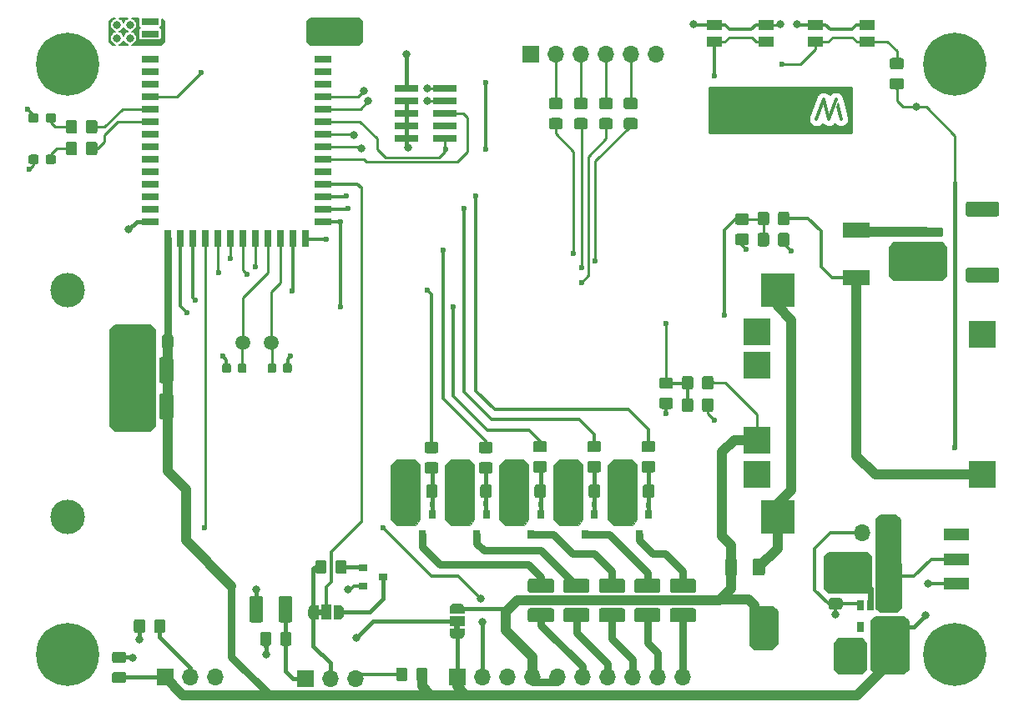
<source format=gbr>
G04 #@! TF.GenerationSoftware,KiCad,Pcbnew,(5.1.5-0-10_14)*
G04 #@! TF.CreationDate,2020-04-17T21:23:14+02:00*
G04 #@! TF.ProjectId,inuk-base,696e756b-2d62-4617-9365-2e6b69636164,rev?*
G04 #@! TF.SameCoordinates,Original*
G04 #@! TF.FileFunction,Copper,L1,Top*
G04 #@! TF.FilePolarity,Positive*
%FSLAX46Y46*%
G04 Gerber Fmt 4.6, Leading zero omitted, Abs format (unit mm)*
G04 Created by KiCad (PCBNEW (5.1.5-0-10_14)) date 2020-04-17 21:23:14*
%MOMM*%
%LPD*%
G04 APERTURE LIST*
%ADD10C,0.350000*%
%ADD11C,0.100000*%
%ADD12R,1.550000X1.000000*%
%ADD13R,2.500000X1.250000*%
%ADD14O,1.700000X1.700000*%
%ADD15R,1.700000X1.700000*%
%ADD16C,1.500000*%
%ADD17R,1.500000X1.000000*%
%ADD18R,1.000000X1.500000*%
%ADD19R,0.900000X0.800000*%
%ADD20R,2.800000X2.800000*%
%ADD21R,1.800000X0.700000*%
%ADD22R,0.700000X1.800000*%
%ADD23R,0.650000X1.060000*%
%ADD24R,0.800000X0.900000*%
%ADD25C,0.800000*%
%ADD26C,6.400000*%
%ADD27R,2.700000X1.500000*%
%ADD28R,3.500000X3.500000*%
%ADD29C,3.500000*%
%ADD30R,2.400000X0.740000*%
%ADD31C,0.600000*%
%ADD32C,0.250000*%
%ADD33C,0.300000*%
%ADD34C,0.600000*%
%ADD35C,0.400000*%
%ADD36C,1.000000*%
%ADD37C,0.800000*%
%ADD38C,0.200000*%
%ADD39C,0.254000*%
G04 APERTURE END LIST*
D10*
X137190000Y-85610000D02*
X137940000Y-83610000D01*
X138140000Y-84390000D02*
X138440000Y-85610000D01*
D11*
G36*
X138300000Y-84510000D02*
G01*
X138060000Y-84600000D01*
X138000000Y-84380000D01*
X138170000Y-83920000D01*
X138300000Y-84510000D01*
G37*
X138300000Y-84510000D02*
X138060000Y-84600000D01*
X138000000Y-84380000D01*
X138170000Y-83920000D01*
X138300000Y-84510000D01*
D10*
X136690000Y-83610000D02*
X137190000Y-85610000D01*
X135940000Y-85610000D02*
X136690000Y-83610000D01*
D11*
G36*
X99200000Y-137500000D02*
G01*
X99200000Y-137000000D01*
X99800000Y-137000000D01*
X99800000Y-137500000D01*
X99200000Y-137500000D01*
G37*
G36*
X85300000Y-135400000D02*
G01*
X85800000Y-135400000D01*
X85800000Y-136000000D01*
X85300000Y-136000000D01*
X85300000Y-135400000D01*
G37*
G04 #@! TA.AperFunction,SMDPad,CuDef*
G36*
X70474505Y-107501204D02*
G01*
X70498773Y-107504804D01*
X70522572Y-107510765D01*
X70545671Y-107519030D01*
X70567850Y-107529520D01*
X70588893Y-107542132D01*
X70608599Y-107556747D01*
X70626777Y-107573223D01*
X70643253Y-107591401D01*
X70657868Y-107611107D01*
X70670480Y-107632150D01*
X70680970Y-107654329D01*
X70689235Y-107677428D01*
X70695196Y-107701227D01*
X70698796Y-107725495D01*
X70700000Y-107749999D01*
X70700000Y-108650001D01*
X70698796Y-108674505D01*
X70695196Y-108698773D01*
X70689235Y-108722572D01*
X70680970Y-108745671D01*
X70670480Y-108767850D01*
X70657868Y-108788893D01*
X70643253Y-108808599D01*
X70626777Y-108826777D01*
X70608599Y-108843253D01*
X70588893Y-108857868D01*
X70567850Y-108870480D01*
X70545671Y-108880970D01*
X70522572Y-108889235D01*
X70498773Y-108895196D01*
X70474505Y-108898796D01*
X70450001Y-108900000D01*
X69799999Y-108900000D01*
X69775495Y-108898796D01*
X69751227Y-108895196D01*
X69727428Y-108889235D01*
X69704329Y-108880970D01*
X69682150Y-108870480D01*
X69661107Y-108857868D01*
X69641401Y-108843253D01*
X69623223Y-108826777D01*
X69606747Y-108808599D01*
X69592132Y-108788893D01*
X69579520Y-108767850D01*
X69569030Y-108745671D01*
X69560765Y-108722572D01*
X69554804Y-108698773D01*
X69551204Y-108674505D01*
X69550000Y-108650001D01*
X69550000Y-107749999D01*
X69551204Y-107725495D01*
X69554804Y-107701227D01*
X69560765Y-107677428D01*
X69569030Y-107654329D01*
X69579520Y-107632150D01*
X69592132Y-107611107D01*
X69606747Y-107591401D01*
X69623223Y-107573223D01*
X69641401Y-107556747D01*
X69661107Y-107542132D01*
X69682150Y-107529520D01*
X69704329Y-107519030D01*
X69727428Y-107510765D01*
X69751227Y-107504804D01*
X69775495Y-107501204D01*
X69799999Y-107500000D01*
X70450001Y-107500000D01*
X70474505Y-107501204D01*
G37*
G04 #@! TD.AperFunction*
G04 #@! TA.AperFunction,SMDPad,CuDef*
G36*
X68424505Y-107501204D02*
G01*
X68448773Y-107504804D01*
X68472572Y-107510765D01*
X68495671Y-107519030D01*
X68517850Y-107529520D01*
X68538893Y-107542132D01*
X68558599Y-107556747D01*
X68576777Y-107573223D01*
X68593253Y-107591401D01*
X68607868Y-107611107D01*
X68620480Y-107632150D01*
X68630970Y-107654329D01*
X68639235Y-107677428D01*
X68645196Y-107701227D01*
X68648796Y-107725495D01*
X68650000Y-107749999D01*
X68650000Y-108650001D01*
X68648796Y-108674505D01*
X68645196Y-108698773D01*
X68639235Y-108722572D01*
X68630970Y-108745671D01*
X68620480Y-108767850D01*
X68607868Y-108788893D01*
X68593253Y-108808599D01*
X68576777Y-108826777D01*
X68558599Y-108843253D01*
X68538893Y-108857868D01*
X68517850Y-108870480D01*
X68495671Y-108880970D01*
X68472572Y-108889235D01*
X68448773Y-108895196D01*
X68424505Y-108898796D01*
X68400001Y-108900000D01*
X67749999Y-108900000D01*
X67725495Y-108898796D01*
X67701227Y-108895196D01*
X67677428Y-108889235D01*
X67654329Y-108880970D01*
X67632150Y-108870480D01*
X67611107Y-108857868D01*
X67591401Y-108843253D01*
X67573223Y-108826777D01*
X67556747Y-108808599D01*
X67542132Y-108788893D01*
X67529520Y-108767850D01*
X67519030Y-108745671D01*
X67510765Y-108722572D01*
X67504804Y-108698773D01*
X67501204Y-108674505D01*
X67500000Y-108650001D01*
X67500000Y-107749999D01*
X67501204Y-107725495D01*
X67504804Y-107701227D01*
X67510765Y-107677428D01*
X67519030Y-107654329D01*
X67529520Y-107632150D01*
X67542132Y-107611107D01*
X67556747Y-107591401D01*
X67573223Y-107573223D01*
X67591401Y-107556747D01*
X67611107Y-107542132D01*
X67632150Y-107529520D01*
X67654329Y-107519030D01*
X67677428Y-107510765D01*
X67701227Y-107504804D01*
X67725495Y-107501204D01*
X67749999Y-107500000D01*
X68400001Y-107500000D01*
X68424505Y-107501204D01*
G37*
G04 #@! TD.AperFunction*
G04 #@! TA.AperFunction,SMDPad,CuDef*
G36*
X67499504Y-109776204D02*
G01*
X67523773Y-109779804D01*
X67547571Y-109785765D01*
X67570671Y-109794030D01*
X67592849Y-109804520D01*
X67613893Y-109817133D01*
X67633598Y-109831747D01*
X67651777Y-109848223D01*
X67668253Y-109866402D01*
X67682867Y-109886107D01*
X67695480Y-109907151D01*
X67705970Y-109929329D01*
X67714235Y-109952429D01*
X67720196Y-109976227D01*
X67723796Y-110000496D01*
X67725000Y-110025000D01*
X67725000Y-112175000D01*
X67723796Y-112199504D01*
X67720196Y-112223773D01*
X67714235Y-112247571D01*
X67705970Y-112270671D01*
X67695480Y-112292849D01*
X67682867Y-112313893D01*
X67668253Y-112333598D01*
X67651777Y-112351777D01*
X67633598Y-112368253D01*
X67613893Y-112382867D01*
X67592849Y-112395480D01*
X67570671Y-112405970D01*
X67547571Y-112414235D01*
X67523773Y-112420196D01*
X67499504Y-112423796D01*
X67475000Y-112425000D01*
X66550000Y-112425000D01*
X66525496Y-112423796D01*
X66501227Y-112420196D01*
X66477429Y-112414235D01*
X66454329Y-112405970D01*
X66432151Y-112395480D01*
X66411107Y-112382867D01*
X66391402Y-112368253D01*
X66373223Y-112351777D01*
X66356747Y-112333598D01*
X66342133Y-112313893D01*
X66329520Y-112292849D01*
X66319030Y-112270671D01*
X66310765Y-112247571D01*
X66304804Y-112223773D01*
X66301204Y-112199504D01*
X66300000Y-112175000D01*
X66300000Y-110025000D01*
X66301204Y-110000496D01*
X66304804Y-109976227D01*
X66310765Y-109952429D01*
X66319030Y-109929329D01*
X66329520Y-109907151D01*
X66342133Y-109886107D01*
X66356747Y-109866402D01*
X66373223Y-109848223D01*
X66391402Y-109831747D01*
X66411107Y-109817133D01*
X66432151Y-109804520D01*
X66454329Y-109794030D01*
X66477429Y-109785765D01*
X66501227Y-109779804D01*
X66525496Y-109776204D01*
X66550000Y-109775000D01*
X67475000Y-109775000D01*
X67499504Y-109776204D01*
G37*
G04 #@! TD.AperFunction*
G04 #@! TA.AperFunction,SMDPad,CuDef*
G36*
X70474504Y-109776204D02*
G01*
X70498773Y-109779804D01*
X70522571Y-109785765D01*
X70545671Y-109794030D01*
X70567849Y-109804520D01*
X70588893Y-109817133D01*
X70608598Y-109831747D01*
X70626777Y-109848223D01*
X70643253Y-109866402D01*
X70657867Y-109886107D01*
X70670480Y-109907151D01*
X70680970Y-109929329D01*
X70689235Y-109952429D01*
X70695196Y-109976227D01*
X70698796Y-110000496D01*
X70700000Y-110025000D01*
X70700000Y-112175000D01*
X70698796Y-112199504D01*
X70695196Y-112223773D01*
X70689235Y-112247571D01*
X70680970Y-112270671D01*
X70670480Y-112292849D01*
X70657867Y-112313893D01*
X70643253Y-112333598D01*
X70626777Y-112351777D01*
X70608598Y-112368253D01*
X70588893Y-112382867D01*
X70567849Y-112395480D01*
X70545671Y-112405970D01*
X70522571Y-112414235D01*
X70498773Y-112420196D01*
X70474504Y-112423796D01*
X70450000Y-112425000D01*
X69525000Y-112425000D01*
X69500496Y-112423796D01*
X69476227Y-112420196D01*
X69452429Y-112414235D01*
X69429329Y-112405970D01*
X69407151Y-112395480D01*
X69386107Y-112382867D01*
X69366402Y-112368253D01*
X69348223Y-112351777D01*
X69331747Y-112333598D01*
X69317133Y-112313893D01*
X69304520Y-112292849D01*
X69294030Y-112270671D01*
X69285765Y-112247571D01*
X69279804Y-112223773D01*
X69276204Y-112199504D01*
X69275000Y-112175000D01*
X69275000Y-110025000D01*
X69276204Y-110000496D01*
X69279804Y-109976227D01*
X69285765Y-109952429D01*
X69294030Y-109929329D01*
X69304520Y-109907151D01*
X69317133Y-109886107D01*
X69331747Y-109866402D01*
X69348223Y-109848223D01*
X69366402Y-109831747D01*
X69386107Y-109817133D01*
X69407151Y-109804520D01*
X69429329Y-109794030D01*
X69452429Y-109785765D01*
X69476227Y-109779804D01*
X69500496Y-109776204D01*
X69525000Y-109775000D01*
X70450000Y-109775000D01*
X70474504Y-109776204D01*
G37*
G04 #@! TD.AperFunction*
G04 #@! TA.AperFunction,SMDPad,CuDef*
G36*
X67499504Y-113476204D02*
G01*
X67523773Y-113479804D01*
X67547571Y-113485765D01*
X67570671Y-113494030D01*
X67592849Y-113504520D01*
X67613893Y-113517133D01*
X67633598Y-113531747D01*
X67651777Y-113548223D01*
X67668253Y-113566402D01*
X67682867Y-113586107D01*
X67695480Y-113607151D01*
X67705970Y-113629329D01*
X67714235Y-113652429D01*
X67720196Y-113676227D01*
X67723796Y-113700496D01*
X67725000Y-113725000D01*
X67725000Y-115875000D01*
X67723796Y-115899504D01*
X67720196Y-115923773D01*
X67714235Y-115947571D01*
X67705970Y-115970671D01*
X67695480Y-115992849D01*
X67682867Y-116013893D01*
X67668253Y-116033598D01*
X67651777Y-116051777D01*
X67633598Y-116068253D01*
X67613893Y-116082867D01*
X67592849Y-116095480D01*
X67570671Y-116105970D01*
X67547571Y-116114235D01*
X67523773Y-116120196D01*
X67499504Y-116123796D01*
X67475000Y-116125000D01*
X66550000Y-116125000D01*
X66525496Y-116123796D01*
X66501227Y-116120196D01*
X66477429Y-116114235D01*
X66454329Y-116105970D01*
X66432151Y-116095480D01*
X66411107Y-116082867D01*
X66391402Y-116068253D01*
X66373223Y-116051777D01*
X66356747Y-116033598D01*
X66342133Y-116013893D01*
X66329520Y-115992849D01*
X66319030Y-115970671D01*
X66310765Y-115947571D01*
X66304804Y-115923773D01*
X66301204Y-115899504D01*
X66300000Y-115875000D01*
X66300000Y-113725000D01*
X66301204Y-113700496D01*
X66304804Y-113676227D01*
X66310765Y-113652429D01*
X66319030Y-113629329D01*
X66329520Y-113607151D01*
X66342133Y-113586107D01*
X66356747Y-113566402D01*
X66373223Y-113548223D01*
X66391402Y-113531747D01*
X66411107Y-113517133D01*
X66432151Y-113504520D01*
X66454329Y-113494030D01*
X66477429Y-113485765D01*
X66501227Y-113479804D01*
X66525496Y-113476204D01*
X66550000Y-113475000D01*
X67475000Y-113475000D01*
X67499504Y-113476204D01*
G37*
G04 #@! TD.AperFunction*
G04 #@! TA.AperFunction,SMDPad,CuDef*
G36*
X70474504Y-113476204D02*
G01*
X70498773Y-113479804D01*
X70522571Y-113485765D01*
X70545671Y-113494030D01*
X70567849Y-113504520D01*
X70588893Y-113517133D01*
X70608598Y-113531747D01*
X70626777Y-113548223D01*
X70643253Y-113566402D01*
X70657867Y-113586107D01*
X70670480Y-113607151D01*
X70680970Y-113629329D01*
X70689235Y-113652429D01*
X70695196Y-113676227D01*
X70698796Y-113700496D01*
X70700000Y-113725000D01*
X70700000Y-115875000D01*
X70698796Y-115899504D01*
X70695196Y-115923773D01*
X70689235Y-115947571D01*
X70680970Y-115970671D01*
X70670480Y-115992849D01*
X70657867Y-116013893D01*
X70643253Y-116033598D01*
X70626777Y-116051777D01*
X70608598Y-116068253D01*
X70588893Y-116082867D01*
X70567849Y-116095480D01*
X70545671Y-116105970D01*
X70522571Y-116114235D01*
X70498773Y-116120196D01*
X70474504Y-116123796D01*
X70450000Y-116125000D01*
X69525000Y-116125000D01*
X69500496Y-116123796D01*
X69476227Y-116120196D01*
X69452429Y-116114235D01*
X69429329Y-116105970D01*
X69407151Y-116095480D01*
X69386107Y-116082867D01*
X69366402Y-116068253D01*
X69348223Y-116051777D01*
X69331747Y-116033598D01*
X69317133Y-116013893D01*
X69304520Y-115992849D01*
X69294030Y-115970671D01*
X69285765Y-115947571D01*
X69279804Y-115923773D01*
X69276204Y-115899504D01*
X69275000Y-115875000D01*
X69275000Y-113725000D01*
X69276204Y-113700496D01*
X69279804Y-113676227D01*
X69285765Y-113652429D01*
X69294030Y-113629329D01*
X69304520Y-113607151D01*
X69317133Y-113586107D01*
X69331747Y-113566402D01*
X69348223Y-113548223D01*
X69366402Y-113531747D01*
X69386107Y-113517133D01*
X69407151Y-113504520D01*
X69429329Y-113494030D01*
X69452429Y-113485765D01*
X69476227Y-113479804D01*
X69500496Y-113476204D01*
X69525000Y-113475000D01*
X70450000Y-113475000D01*
X70474504Y-113476204D01*
G37*
G04 #@! TD.AperFunction*
G04 #@! TA.AperFunction,SMDPad,CuDef*
G36*
X80952691Y-110426053D02*
G01*
X80973926Y-110429203D01*
X80994750Y-110434419D01*
X81014962Y-110441651D01*
X81034368Y-110450830D01*
X81052781Y-110461866D01*
X81070024Y-110474654D01*
X81085930Y-110489070D01*
X81100346Y-110504976D01*
X81113134Y-110522219D01*
X81124170Y-110540632D01*
X81133349Y-110560038D01*
X81140581Y-110580250D01*
X81145797Y-110601074D01*
X81148947Y-110622309D01*
X81150000Y-110643750D01*
X81150000Y-111156250D01*
X81148947Y-111177691D01*
X81145797Y-111198926D01*
X81140581Y-111219750D01*
X81133349Y-111239962D01*
X81124170Y-111259368D01*
X81113134Y-111277781D01*
X81100346Y-111295024D01*
X81085930Y-111310930D01*
X81070024Y-111325346D01*
X81052781Y-111338134D01*
X81034368Y-111349170D01*
X81014962Y-111358349D01*
X80994750Y-111365581D01*
X80973926Y-111370797D01*
X80952691Y-111373947D01*
X80931250Y-111375000D01*
X80493750Y-111375000D01*
X80472309Y-111373947D01*
X80451074Y-111370797D01*
X80430250Y-111365581D01*
X80410038Y-111358349D01*
X80390632Y-111349170D01*
X80372219Y-111338134D01*
X80354976Y-111325346D01*
X80339070Y-111310930D01*
X80324654Y-111295024D01*
X80311866Y-111277781D01*
X80300830Y-111259368D01*
X80291651Y-111239962D01*
X80284419Y-111219750D01*
X80279203Y-111198926D01*
X80276053Y-111177691D01*
X80275000Y-111156250D01*
X80275000Y-110643750D01*
X80276053Y-110622309D01*
X80279203Y-110601074D01*
X80284419Y-110580250D01*
X80291651Y-110560038D01*
X80300830Y-110540632D01*
X80311866Y-110522219D01*
X80324654Y-110504976D01*
X80339070Y-110489070D01*
X80354976Y-110474654D01*
X80372219Y-110461866D01*
X80390632Y-110450830D01*
X80410038Y-110441651D01*
X80430250Y-110434419D01*
X80451074Y-110429203D01*
X80472309Y-110426053D01*
X80493750Y-110425000D01*
X80931250Y-110425000D01*
X80952691Y-110426053D01*
G37*
G04 #@! TD.AperFunction*
G04 #@! TA.AperFunction,SMDPad,CuDef*
G36*
X82527691Y-110426053D02*
G01*
X82548926Y-110429203D01*
X82569750Y-110434419D01*
X82589962Y-110441651D01*
X82609368Y-110450830D01*
X82627781Y-110461866D01*
X82645024Y-110474654D01*
X82660930Y-110489070D01*
X82675346Y-110504976D01*
X82688134Y-110522219D01*
X82699170Y-110540632D01*
X82708349Y-110560038D01*
X82715581Y-110580250D01*
X82720797Y-110601074D01*
X82723947Y-110622309D01*
X82725000Y-110643750D01*
X82725000Y-111156250D01*
X82723947Y-111177691D01*
X82720797Y-111198926D01*
X82715581Y-111219750D01*
X82708349Y-111239962D01*
X82699170Y-111259368D01*
X82688134Y-111277781D01*
X82675346Y-111295024D01*
X82660930Y-111310930D01*
X82645024Y-111325346D01*
X82627781Y-111338134D01*
X82609368Y-111349170D01*
X82589962Y-111358349D01*
X82569750Y-111365581D01*
X82548926Y-111370797D01*
X82527691Y-111373947D01*
X82506250Y-111375000D01*
X82068750Y-111375000D01*
X82047309Y-111373947D01*
X82026074Y-111370797D01*
X82005250Y-111365581D01*
X81985038Y-111358349D01*
X81965632Y-111349170D01*
X81947219Y-111338134D01*
X81929976Y-111325346D01*
X81914070Y-111310930D01*
X81899654Y-111295024D01*
X81886866Y-111277781D01*
X81875830Y-111259368D01*
X81866651Y-111239962D01*
X81859419Y-111219750D01*
X81854203Y-111198926D01*
X81851053Y-111177691D01*
X81850000Y-111156250D01*
X81850000Y-110643750D01*
X81851053Y-110622309D01*
X81854203Y-110601074D01*
X81859419Y-110580250D01*
X81866651Y-110560038D01*
X81875830Y-110540632D01*
X81886866Y-110522219D01*
X81899654Y-110504976D01*
X81914070Y-110489070D01*
X81929976Y-110474654D01*
X81947219Y-110461866D01*
X81965632Y-110450830D01*
X81985038Y-110441651D01*
X82005250Y-110434419D01*
X82026074Y-110429203D01*
X82047309Y-110426053D01*
X82068750Y-110425000D01*
X82506250Y-110425000D01*
X82527691Y-110426053D01*
G37*
G04 #@! TD.AperFunction*
G04 #@! TA.AperFunction,SMDPad,CuDef*
G36*
X77927691Y-110426053D02*
G01*
X77948926Y-110429203D01*
X77969750Y-110434419D01*
X77989962Y-110441651D01*
X78009368Y-110450830D01*
X78027781Y-110461866D01*
X78045024Y-110474654D01*
X78060930Y-110489070D01*
X78075346Y-110504976D01*
X78088134Y-110522219D01*
X78099170Y-110540632D01*
X78108349Y-110560038D01*
X78115581Y-110580250D01*
X78120797Y-110601074D01*
X78123947Y-110622309D01*
X78125000Y-110643750D01*
X78125000Y-111156250D01*
X78123947Y-111177691D01*
X78120797Y-111198926D01*
X78115581Y-111219750D01*
X78108349Y-111239962D01*
X78099170Y-111259368D01*
X78088134Y-111277781D01*
X78075346Y-111295024D01*
X78060930Y-111310930D01*
X78045024Y-111325346D01*
X78027781Y-111338134D01*
X78009368Y-111349170D01*
X77989962Y-111358349D01*
X77969750Y-111365581D01*
X77948926Y-111370797D01*
X77927691Y-111373947D01*
X77906250Y-111375000D01*
X77468750Y-111375000D01*
X77447309Y-111373947D01*
X77426074Y-111370797D01*
X77405250Y-111365581D01*
X77385038Y-111358349D01*
X77365632Y-111349170D01*
X77347219Y-111338134D01*
X77329976Y-111325346D01*
X77314070Y-111310930D01*
X77299654Y-111295024D01*
X77286866Y-111277781D01*
X77275830Y-111259368D01*
X77266651Y-111239962D01*
X77259419Y-111219750D01*
X77254203Y-111198926D01*
X77251053Y-111177691D01*
X77250000Y-111156250D01*
X77250000Y-110643750D01*
X77251053Y-110622309D01*
X77254203Y-110601074D01*
X77259419Y-110580250D01*
X77266651Y-110560038D01*
X77275830Y-110540632D01*
X77286866Y-110522219D01*
X77299654Y-110504976D01*
X77314070Y-110489070D01*
X77329976Y-110474654D01*
X77347219Y-110461866D01*
X77365632Y-110450830D01*
X77385038Y-110441651D01*
X77405250Y-110434419D01*
X77426074Y-110429203D01*
X77447309Y-110426053D01*
X77468750Y-110425000D01*
X77906250Y-110425000D01*
X77927691Y-110426053D01*
G37*
G04 #@! TD.AperFunction*
G04 #@! TA.AperFunction,SMDPad,CuDef*
G36*
X76352691Y-110426053D02*
G01*
X76373926Y-110429203D01*
X76394750Y-110434419D01*
X76414962Y-110441651D01*
X76434368Y-110450830D01*
X76452781Y-110461866D01*
X76470024Y-110474654D01*
X76485930Y-110489070D01*
X76500346Y-110504976D01*
X76513134Y-110522219D01*
X76524170Y-110540632D01*
X76533349Y-110560038D01*
X76540581Y-110580250D01*
X76545797Y-110601074D01*
X76548947Y-110622309D01*
X76550000Y-110643750D01*
X76550000Y-111156250D01*
X76548947Y-111177691D01*
X76545797Y-111198926D01*
X76540581Y-111219750D01*
X76533349Y-111239962D01*
X76524170Y-111259368D01*
X76513134Y-111277781D01*
X76500346Y-111295024D01*
X76485930Y-111310930D01*
X76470024Y-111325346D01*
X76452781Y-111338134D01*
X76434368Y-111349170D01*
X76414962Y-111358349D01*
X76394750Y-111365581D01*
X76373926Y-111370797D01*
X76352691Y-111373947D01*
X76331250Y-111375000D01*
X75893750Y-111375000D01*
X75872309Y-111373947D01*
X75851074Y-111370797D01*
X75830250Y-111365581D01*
X75810038Y-111358349D01*
X75790632Y-111349170D01*
X75772219Y-111338134D01*
X75754976Y-111325346D01*
X75739070Y-111310930D01*
X75724654Y-111295024D01*
X75711866Y-111277781D01*
X75700830Y-111259368D01*
X75691651Y-111239962D01*
X75684419Y-111219750D01*
X75679203Y-111198926D01*
X75676053Y-111177691D01*
X75675000Y-111156250D01*
X75675000Y-110643750D01*
X75676053Y-110622309D01*
X75679203Y-110601074D01*
X75684419Y-110580250D01*
X75691651Y-110560038D01*
X75700830Y-110540632D01*
X75711866Y-110522219D01*
X75724654Y-110504976D01*
X75739070Y-110489070D01*
X75754976Y-110474654D01*
X75772219Y-110461866D01*
X75790632Y-110450830D01*
X75810038Y-110441651D01*
X75830250Y-110434419D01*
X75851074Y-110429203D01*
X75872309Y-110426053D01*
X75893750Y-110425000D01*
X76331250Y-110425000D01*
X76352691Y-110426053D01*
G37*
G04 #@! TD.AperFunction*
D12*
X141075000Y-76050000D03*
X135825000Y-76050000D03*
X135825000Y-77750000D03*
X141075000Y-77750000D03*
X130875000Y-76050000D03*
X125625000Y-76050000D03*
X125625000Y-77750000D03*
X130875000Y-77750000D03*
G04 #@! TA.AperFunction,SMDPad,CuDef*
D11*
G36*
X154274504Y-94001204D02*
G01*
X154298773Y-94004804D01*
X154322571Y-94010765D01*
X154345671Y-94019030D01*
X154367849Y-94029520D01*
X154388893Y-94042133D01*
X154408598Y-94056747D01*
X154426777Y-94073223D01*
X154443253Y-94091402D01*
X154457867Y-94111107D01*
X154470480Y-94132151D01*
X154480970Y-94154329D01*
X154489235Y-94177429D01*
X154495196Y-94201227D01*
X154498796Y-94225496D01*
X154500000Y-94250000D01*
X154500000Y-95250000D01*
X154498796Y-95274504D01*
X154495196Y-95298773D01*
X154489235Y-95322571D01*
X154480970Y-95345671D01*
X154470480Y-95367849D01*
X154457867Y-95388893D01*
X154443253Y-95408598D01*
X154426777Y-95426777D01*
X154408598Y-95443253D01*
X154388893Y-95457867D01*
X154367849Y-95470480D01*
X154345671Y-95480970D01*
X154322571Y-95489235D01*
X154298773Y-95495196D01*
X154274504Y-95498796D01*
X154250000Y-95500000D01*
X151350000Y-95500000D01*
X151325496Y-95498796D01*
X151301227Y-95495196D01*
X151277429Y-95489235D01*
X151254329Y-95480970D01*
X151232151Y-95470480D01*
X151211107Y-95457867D01*
X151191402Y-95443253D01*
X151173223Y-95426777D01*
X151156747Y-95408598D01*
X151142133Y-95388893D01*
X151129520Y-95367849D01*
X151119030Y-95345671D01*
X151110765Y-95322571D01*
X151104804Y-95298773D01*
X151101204Y-95274504D01*
X151100000Y-95250000D01*
X151100000Y-94250000D01*
X151101204Y-94225496D01*
X151104804Y-94201227D01*
X151110765Y-94177429D01*
X151119030Y-94154329D01*
X151129520Y-94132151D01*
X151142133Y-94111107D01*
X151156747Y-94091402D01*
X151173223Y-94073223D01*
X151191402Y-94056747D01*
X151211107Y-94042133D01*
X151232151Y-94029520D01*
X151254329Y-94019030D01*
X151277429Y-94010765D01*
X151301227Y-94004804D01*
X151325496Y-94001204D01*
X151350000Y-94000000D01*
X154250000Y-94000000D01*
X154274504Y-94001204D01*
G37*
G04 #@! TD.AperFunction*
G04 #@! TA.AperFunction,SMDPad,CuDef*
G36*
X154274504Y-100701204D02*
G01*
X154298773Y-100704804D01*
X154322571Y-100710765D01*
X154345671Y-100719030D01*
X154367849Y-100729520D01*
X154388893Y-100742133D01*
X154408598Y-100756747D01*
X154426777Y-100773223D01*
X154443253Y-100791402D01*
X154457867Y-100811107D01*
X154470480Y-100832151D01*
X154480970Y-100854329D01*
X154489235Y-100877429D01*
X154495196Y-100901227D01*
X154498796Y-100925496D01*
X154500000Y-100950000D01*
X154500000Y-101950000D01*
X154498796Y-101974504D01*
X154495196Y-101998773D01*
X154489235Y-102022571D01*
X154480970Y-102045671D01*
X154470480Y-102067849D01*
X154457867Y-102088893D01*
X154443253Y-102108598D01*
X154426777Y-102126777D01*
X154408598Y-102143253D01*
X154388893Y-102157867D01*
X154367849Y-102170480D01*
X154345671Y-102180970D01*
X154322571Y-102189235D01*
X154298773Y-102195196D01*
X154274504Y-102198796D01*
X154250000Y-102200000D01*
X151350000Y-102200000D01*
X151325496Y-102198796D01*
X151301227Y-102195196D01*
X151277429Y-102189235D01*
X151254329Y-102180970D01*
X151232151Y-102170480D01*
X151211107Y-102157867D01*
X151191402Y-102143253D01*
X151173223Y-102126777D01*
X151156747Y-102108598D01*
X151142133Y-102088893D01*
X151129520Y-102067849D01*
X151119030Y-102045671D01*
X151110765Y-102022571D01*
X151104804Y-101998773D01*
X151101204Y-101974504D01*
X151100000Y-101950000D01*
X151100000Y-100950000D01*
X151101204Y-100925496D01*
X151104804Y-100901227D01*
X151110765Y-100877429D01*
X151119030Y-100854329D01*
X151129520Y-100832151D01*
X151142133Y-100811107D01*
X151156747Y-100791402D01*
X151173223Y-100773223D01*
X151191402Y-100756747D01*
X151211107Y-100742133D01*
X151232151Y-100729520D01*
X151254329Y-100719030D01*
X151277429Y-100710765D01*
X151301227Y-100704804D01*
X151325496Y-100701204D01*
X151350000Y-100700000D01*
X154250000Y-100700000D01*
X154274504Y-100701204D01*
G37*
G04 #@! TD.AperFunction*
G04 #@! TA.AperFunction,SMDPad,CuDef*
G36*
X148574504Y-96601204D02*
G01*
X148598773Y-96604804D01*
X148622571Y-96610765D01*
X148645671Y-96619030D01*
X148667849Y-96629520D01*
X148688893Y-96642133D01*
X148708598Y-96656747D01*
X148726777Y-96673223D01*
X148743253Y-96691402D01*
X148757867Y-96711107D01*
X148770480Y-96732151D01*
X148780970Y-96754329D01*
X148789235Y-96777429D01*
X148795196Y-96801227D01*
X148798796Y-96825496D01*
X148800000Y-96850000D01*
X148800000Y-97350000D01*
X148798796Y-97374504D01*
X148795196Y-97398773D01*
X148789235Y-97422571D01*
X148780970Y-97445671D01*
X148770480Y-97467849D01*
X148757867Y-97488893D01*
X148743253Y-97508598D01*
X148726777Y-97526777D01*
X148708598Y-97543253D01*
X148688893Y-97557867D01*
X148667849Y-97570480D01*
X148645671Y-97580970D01*
X148622571Y-97589235D01*
X148598773Y-97595196D01*
X148574504Y-97598796D01*
X148550000Y-97600000D01*
X145550000Y-97600000D01*
X145525496Y-97598796D01*
X145501227Y-97595196D01*
X145477429Y-97589235D01*
X145454329Y-97580970D01*
X145432151Y-97570480D01*
X145411107Y-97557867D01*
X145391402Y-97543253D01*
X145373223Y-97526777D01*
X145356747Y-97508598D01*
X145342133Y-97488893D01*
X145329520Y-97467849D01*
X145319030Y-97445671D01*
X145310765Y-97422571D01*
X145304804Y-97398773D01*
X145301204Y-97374504D01*
X145300000Y-97350000D01*
X145300000Y-96850000D01*
X145301204Y-96825496D01*
X145304804Y-96801227D01*
X145310765Y-96777429D01*
X145319030Y-96754329D01*
X145329520Y-96732151D01*
X145342133Y-96711107D01*
X145356747Y-96691402D01*
X145373223Y-96673223D01*
X145391402Y-96656747D01*
X145411107Y-96642133D01*
X145432151Y-96629520D01*
X145454329Y-96619030D01*
X145477429Y-96610765D01*
X145501227Y-96604804D01*
X145525496Y-96601204D01*
X145550000Y-96600000D01*
X148550000Y-96600000D01*
X148574504Y-96601204D01*
G37*
G04 #@! TD.AperFunction*
G04 #@! TA.AperFunction,SMDPad,CuDef*
G36*
X148574504Y-98601204D02*
G01*
X148598773Y-98604804D01*
X148622571Y-98610765D01*
X148645671Y-98619030D01*
X148667849Y-98629520D01*
X148688893Y-98642133D01*
X148708598Y-98656747D01*
X148726777Y-98673223D01*
X148743253Y-98691402D01*
X148757867Y-98711107D01*
X148770480Y-98732151D01*
X148780970Y-98754329D01*
X148789235Y-98777429D01*
X148795196Y-98801227D01*
X148798796Y-98825496D01*
X148800000Y-98850000D01*
X148800000Y-99350000D01*
X148798796Y-99374504D01*
X148795196Y-99398773D01*
X148789235Y-99422571D01*
X148780970Y-99445671D01*
X148770480Y-99467849D01*
X148757867Y-99488893D01*
X148743253Y-99508598D01*
X148726777Y-99526777D01*
X148708598Y-99543253D01*
X148688893Y-99557867D01*
X148667849Y-99570480D01*
X148645671Y-99580970D01*
X148622571Y-99589235D01*
X148598773Y-99595196D01*
X148574504Y-99598796D01*
X148550000Y-99600000D01*
X145550000Y-99600000D01*
X145525496Y-99598796D01*
X145501227Y-99595196D01*
X145477429Y-99589235D01*
X145454329Y-99580970D01*
X145432151Y-99570480D01*
X145411107Y-99557867D01*
X145391402Y-99543253D01*
X145373223Y-99526777D01*
X145356747Y-99508598D01*
X145342133Y-99488893D01*
X145329520Y-99467849D01*
X145319030Y-99445671D01*
X145310765Y-99422571D01*
X145304804Y-99398773D01*
X145301204Y-99374504D01*
X145300000Y-99350000D01*
X145300000Y-98850000D01*
X145301204Y-98825496D01*
X145304804Y-98801227D01*
X145310765Y-98777429D01*
X145319030Y-98754329D01*
X145329520Y-98732151D01*
X145342133Y-98711107D01*
X145356747Y-98691402D01*
X145373223Y-98673223D01*
X145391402Y-98656747D01*
X145411107Y-98642133D01*
X145432151Y-98629520D01*
X145454329Y-98619030D01*
X145477429Y-98610765D01*
X145501227Y-98604804D01*
X145525496Y-98601204D01*
X145550000Y-98600000D01*
X148550000Y-98600000D01*
X148574504Y-98601204D01*
G37*
G04 #@! TD.AperFunction*
D13*
X150150000Y-127800000D03*
X150150000Y-130300000D03*
X150150000Y-132800000D03*
D14*
X140560000Y-127600000D03*
D15*
X143100000Y-127600000D03*
D16*
X80650000Y-108300000D03*
X77750000Y-108300000D03*
G04 #@! TA.AperFunction,SMDPad,CuDef*
D11*
G36*
X144574505Y-79401204D02*
G01*
X144598773Y-79404804D01*
X144622572Y-79410765D01*
X144645671Y-79419030D01*
X144667850Y-79429520D01*
X144688893Y-79442132D01*
X144708599Y-79456747D01*
X144726777Y-79473223D01*
X144743253Y-79491401D01*
X144757868Y-79511107D01*
X144770480Y-79532150D01*
X144780970Y-79554329D01*
X144789235Y-79577428D01*
X144795196Y-79601227D01*
X144798796Y-79625495D01*
X144800000Y-79649999D01*
X144800000Y-80300001D01*
X144798796Y-80324505D01*
X144795196Y-80348773D01*
X144789235Y-80372572D01*
X144780970Y-80395671D01*
X144770480Y-80417850D01*
X144757868Y-80438893D01*
X144743253Y-80458599D01*
X144726777Y-80476777D01*
X144708599Y-80493253D01*
X144688893Y-80507868D01*
X144667850Y-80520480D01*
X144645671Y-80530970D01*
X144622572Y-80539235D01*
X144598773Y-80545196D01*
X144574505Y-80548796D01*
X144550001Y-80550000D01*
X143649999Y-80550000D01*
X143625495Y-80548796D01*
X143601227Y-80545196D01*
X143577428Y-80539235D01*
X143554329Y-80530970D01*
X143532150Y-80520480D01*
X143511107Y-80507868D01*
X143491401Y-80493253D01*
X143473223Y-80476777D01*
X143456747Y-80458599D01*
X143442132Y-80438893D01*
X143429520Y-80417850D01*
X143419030Y-80395671D01*
X143410765Y-80372572D01*
X143404804Y-80348773D01*
X143401204Y-80324505D01*
X143400000Y-80300001D01*
X143400000Y-79649999D01*
X143401204Y-79625495D01*
X143404804Y-79601227D01*
X143410765Y-79577428D01*
X143419030Y-79554329D01*
X143429520Y-79532150D01*
X143442132Y-79511107D01*
X143456747Y-79491401D01*
X143473223Y-79473223D01*
X143491401Y-79456747D01*
X143511107Y-79442132D01*
X143532150Y-79429520D01*
X143554329Y-79419030D01*
X143577428Y-79410765D01*
X143601227Y-79404804D01*
X143625495Y-79401204D01*
X143649999Y-79400000D01*
X144550001Y-79400000D01*
X144574505Y-79401204D01*
G37*
G04 #@! TD.AperFunction*
G04 #@! TA.AperFunction,SMDPad,CuDef*
G36*
X144574505Y-81451204D02*
G01*
X144598773Y-81454804D01*
X144622572Y-81460765D01*
X144645671Y-81469030D01*
X144667850Y-81479520D01*
X144688893Y-81492132D01*
X144708599Y-81506747D01*
X144726777Y-81523223D01*
X144743253Y-81541401D01*
X144757868Y-81561107D01*
X144770480Y-81582150D01*
X144780970Y-81604329D01*
X144789235Y-81627428D01*
X144795196Y-81651227D01*
X144798796Y-81675495D01*
X144800000Y-81699999D01*
X144800000Y-82350001D01*
X144798796Y-82374505D01*
X144795196Y-82398773D01*
X144789235Y-82422572D01*
X144780970Y-82445671D01*
X144770480Y-82467850D01*
X144757868Y-82488893D01*
X144743253Y-82508599D01*
X144726777Y-82526777D01*
X144708599Y-82543253D01*
X144688893Y-82557868D01*
X144667850Y-82570480D01*
X144645671Y-82580970D01*
X144622572Y-82589235D01*
X144598773Y-82595196D01*
X144574505Y-82598796D01*
X144550001Y-82600000D01*
X143649999Y-82600000D01*
X143625495Y-82598796D01*
X143601227Y-82595196D01*
X143577428Y-82589235D01*
X143554329Y-82580970D01*
X143532150Y-82570480D01*
X143511107Y-82557868D01*
X143491401Y-82543253D01*
X143473223Y-82526777D01*
X143456747Y-82508599D01*
X143442132Y-82488893D01*
X143429520Y-82467850D01*
X143419030Y-82445671D01*
X143410765Y-82422572D01*
X143404804Y-82398773D01*
X143401204Y-82374505D01*
X143400000Y-82350001D01*
X143400000Y-81699999D01*
X143401204Y-81675495D01*
X143404804Y-81651227D01*
X143410765Y-81627428D01*
X143419030Y-81604329D01*
X143429520Y-81582150D01*
X143442132Y-81561107D01*
X143456747Y-81541401D01*
X143473223Y-81523223D01*
X143491401Y-81506747D01*
X143511107Y-81492132D01*
X143532150Y-81479520D01*
X143554329Y-81469030D01*
X143577428Y-81460765D01*
X143601227Y-81454804D01*
X143625495Y-81451204D01*
X143649999Y-81450000D01*
X144550001Y-81450000D01*
X144574505Y-81451204D01*
G37*
G04 #@! TD.AperFunction*
G04 #@! TA.AperFunction,SMDPad,CuDef*
G36*
X60724505Y-87901204D02*
G01*
X60748773Y-87904804D01*
X60772572Y-87910765D01*
X60795671Y-87919030D01*
X60817850Y-87929520D01*
X60838893Y-87942132D01*
X60858599Y-87956747D01*
X60876777Y-87973223D01*
X60893253Y-87991401D01*
X60907868Y-88011107D01*
X60920480Y-88032150D01*
X60930970Y-88054329D01*
X60939235Y-88077428D01*
X60945196Y-88101227D01*
X60948796Y-88125495D01*
X60950000Y-88149999D01*
X60950000Y-89050001D01*
X60948796Y-89074505D01*
X60945196Y-89098773D01*
X60939235Y-89122572D01*
X60930970Y-89145671D01*
X60920480Y-89167850D01*
X60907868Y-89188893D01*
X60893253Y-89208599D01*
X60876777Y-89226777D01*
X60858599Y-89243253D01*
X60838893Y-89257868D01*
X60817850Y-89270480D01*
X60795671Y-89280970D01*
X60772572Y-89289235D01*
X60748773Y-89295196D01*
X60724505Y-89298796D01*
X60700001Y-89300000D01*
X60049999Y-89300000D01*
X60025495Y-89298796D01*
X60001227Y-89295196D01*
X59977428Y-89289235D01*
X59954329Y-89280970D01*
X59932150Y-89270480D01*
X59911107Y-89257868D01*
X59891401Y-89243253D01*
X59873223Y-89226777D01*
X59856747Y-89208599D01*
X59842132Y-89188893D01*
X59829520Y-89167850D01*
X59819030Y-89145671D01*
X59810765Y-89122572D01*
X59804804Y-89098773D01*
X59801204Y-89074505D01*
X59800000Y-89050001D01*
X59800000Y-88149999D01*
X59801204Y-88125495D01*
X59804804Y-88101227D01*
X59810765Y-88077428D01*
X59819030Y-88054329D01*
X59829520Y-88032150D01*
X59842132Y-88011107D01*
X59856747Y-87991401D01*
X59873223Y-87973223D01*
X59891401Y-87956747D01*
X59911107Y-87942132D01*
X59932150Y-87929520D01*
X59954329Y-87919030D01*
X59977428Y-87910765D01*
X60001227Y-87904804D01*
X60025495Y-87901204D01*
X60049999Y-87900000D01*
X60700001Y-87900000D01*
X60724505Y-87901204D01*
G37*
G04 #@! TD.AperFunction*
G04 #@! TA.AperFunction,SMDPad,CuDef*
G36*
X62774505Y-87901204D02*
G01*
X62798773Y-87904804D01*
X62822572Y-87910765D01*
X62845671Y-87919030D01*
X62867850Y-87929520D01*
X62888893Y-87942132D01*
X62908599Y-87956747D01*
X62926777Y-87973223D01*
X62943253Y-87991401D01*
X62957868Y-88011107D01*
X62970480Y-88032150D01*
X62980970Y-88054329D01*
X62989235Y-88077428D01*
X62995196Y-88101227D01*
X62998796Y-88125495D01*
X63000000Y-88149999D01*
X63000000Y-89050001D01*
X62998796Y-89074505D01*
X62995196Y-89098773D01*
X62989235Y-89122572D01*
X62980970Y-89145671D01*
X62970480Y-89167850D01*
X62957868Y-89188893D01*
X62943253Y-89208599D01*
X62926777Y-89226777D01*
X62908599Y-89243253D01*
X62888893Y-89257868D01*
X62867850Y-89270480D01*
X62845671Y-89280970D01*
X62822572Y-89289235D01*
X62798773Y-89295196D01*
X62774505Y-89298796D01*
X62750001Y-89300000D01*
X62099999Y-89300000D01*
X62075495Y-89298796D01*
X62051227Y-89295196D01*
X62027428Y-89289235D01*
X62004329Y-89280970D01*
X61982150Y-89270480D01*
X61961107Y-89257868D01*
X61941401Y-89243253D01*
X61923223Y-89226777D01*
X61906747Y-89208599D01*
X61892132Y-89188893D01*
X61879520Y-89167850D01*
X61869030Y-89145671D01*
X61860765Y-89122572D01*
X61854804Y-89098773D01*
X61851204Y-89074505D01*
X61850000Y-89050001D01*
X61850000Y-88149999D01*
X61851204Y-88125495D01*
X61854804Y-88101227D01*
X61860765Y-88077428D01*
X61869030Y-88054329D01*
X61879520Y-88032150D01*
X61892132Y-88011107D01*
X61906747Y-87991401D01*
X61923223Y-87973223D01*
X61941401Y-87956747D01*
X61961107Y-87942132D01*
X61982150Y-87929520D01*
X62004329Y-87919030D01*
X62027428Y-87910765D01*
X62051227Y-87904804D01*
X62075495Y-87901204D01*
X62099999Y-87900000D01*
X62750001Y-87900000D01*
X62774505Y-87901204D01*
G37*
G04 #@! TD.AperFunction*
G04 #@! TA.AperFunction,SMDPad,CuDef*
G36*
X60724505Y-85701204D02*
G01*
X60748773Y-85704804D01*
X60772572Y-85710765D01*
X60795671Y-85719030D01*
X60817850Y-85729520D01*
X60838893Y-85742132D01*
X60858599Y-85756747D01*
X60876777Y-85773223D01*
X60893253Y-85791401D01*
X60907868Y-85811107D01*
X60920480Y-85832150D01*
X60930970Y-85854329D01*
X60939235Y-85877428D01*
X60945196Y-85901227D01*
X60948796Y-85925495D01*
X60950000Y-85949999D01*
X60950000Y-86850001D01*
X60948796Y-86874505D01*
X60945196Y-86898773D01*
X60939235Y-86922572D01*
X60930970Y-86945671D01*
X60920480Y-86967850D01*
X60907868Y-86988893D01*
X60893253Y-87008599D01*
X60876777Y-87026777D01*
X60858599Y-87043253D01*
X60838893Y-87057868D01*
X60817850Y-87070480D01*
X60795671Y-87080970D01*
X60772572Y-87089235D01*
X60748773Y-87095196D01*
X60724505Y-87098796D01*
X60700001Y-87100000D01*
X60049999Y-87100000D01*
X60025495Y-87098796D01*
X60001227Y-87095196D01*
X59977428Y-87089235D01*
X59954329Y-87080970D01*
X59932150Y-87070480D01*
X59911107Y-87057868D01*
X59891401Y-87043253D01*
X59873223Y-87026777D01*
X59856747Y-87008599D01*
X59842132Y-86988893D01*
X59829520Y-86967850D01*
X59819030Y-86945671D01*
X59810765Y-86922572D01*
X59804804Y-86898773D01*
X59801204Y-86874505D01*
X59800000Y-86850001D01*
X59800000Y-85949999D01*
X59801204Y-85925495D01*
X59804804Y-85901227D01*
X59810765Y-85877428D01*
X59819030Y-85854329D01*
X59829520Y-85832150D01*
X59842132Y-85811107D01*
X59856747Y-85791401D01*
X59873223Y-85773223D01*
X59891401Y-85756747D01*
X59911107Y-85742132D01*
X59932150Y-85729520D01*
X59954329Y-85719030D01*
X59977428Y-85710765D01*
X60001227Y-85704804D01*
X60025495Y-85701204D01*
X60049999Y-85700000D01*
X60700001Y-85700000D01*
X60724505Y-85701204D01*
G37*
G04 #@! TD.AperFunction*
G04 #@! TA.AperFunction,SMDPad,CuDef*
G36*
X62774505Y-85701204D02*
G01*
X62798773Y-85704804D01*
X62822572Y-85710765D01*
X62845671Y-85719030D01*
X62867850Y-85729520D01*
X62888893Y-85742132D01*
X62908599Y-85756747D01*
X62926777Y-85773223D01*
X62943253Y-85791401D01*
X62957868Y-85811107D01*
X62970480Y-85832150D01*
X62980970Y-85854329D01*
X62989235Y-85877428D01*
X62995196Y-85901227D01*
X62998796Y-85925495D01*
X63000000Y-85949999D01*
X63000000Y-86850001D01*
X62998796Y-86874505D01*
X62995196Y-86898773D01*
X62989235Y-86922572D01*
X62980970Y-86945671D01*
X62970480Y-86967850D01*
X62957868Y-86988893D01*
X62943253Y-87008599D01*
X62926777Y-87026777D01*
X62908599Y-87043253D01*
X62888893Y-87057868D01*
X62867850Y-87070480D01*
X62845671Y-87080970D01*
X62822572Y-87089235D01*
X62798773Y-87095196D01*
X62774505Y-87098796D01*
X62750001Y-87100000D01*
X62099999Y-87100000D01*
X62075495Y-87098796D01*
X62051227Y-87095196D01*
X62027428Y-87089235D01*
X62004329Y-87080970D01*
X61982150Y-87070480D01*
X61961107Y-87057868D01*
X61941401Y-87043253D01*
X61923223Y-87026777D01*
X61906747Y-87008599D01*
X61892132Y-86988893D01*
X61879520Y-86967850D01*
X61869030Y-86945671D01*
X61860765Y-86922572D01*
X61854804Y-86898773D01*
X61851204Y-86874505D01*
X61850000Y-86850001D01*
X61850000Y-85949999D01*
X61851204Y-85925495D01*
X61854804Y-85901227D01*
X61860765Y-85877428D01*
X61869030Y-85854329D01*
X61879520Y-85832150D01*
X61892132Y-85811107D01*
X61906747Y-85791401D01*
X61923223Y-85773223D01*
X61941401Y-85756747D01*
X61961107Y-85742132D01*
X61982150Y-85729520D01*
X62004329Y-85719030D01*
X62027428Y-85710765D01*
X62051227Y-85704804D01*
X62075495Y-85701204D01*
X62099999Y-85700000D01*
X62750001Y-85700000D01*
X62774505Y-85701204D01*
G37*
G04 #@! TD.AperFunction*
G04 #@! TA.AperFunction,SMDPad,CuDef*
G36*
X58585779Y-89226144D02*
G01*
X58608834Y-89229563D01*
X58631443Y-89235227D01*
X58653387Y-89243079D01*
X58674457Y-89253044D01*
X58694448Y-89265026D01*
X58713168Y-89278910D01*
X58730438Y-89294562D01*
X58746090Y-89311832D01*
X58759974Y-89330552D01*
X58771956Y-89350543D01*
X58781921Y-89371613D01*
X58789773Y-89393557D01*
X58795437Y-89416166D01*
X58798856Y-89439221D01*
X58800000Y-89462500D01*
X58800000Y-89937500D01*
X58798856Y-89960779D01*
X58795437Y-89983834D01*
X58789773Y-90006443D01*
X58781921Y-90028387D01*
X58771956Y-90049457D01*
X58759974Y-90069448D01*
X58746090Y-90088168D01*
X58730438Y-90105438D01*
X58713168Y-90121090D01*
X58694448Y-90134974D01*
X58674457Y-90146956D01*
X58653387Y-90156921D01*
X58631443Y-90164773D01*
X58608834Y-90170437D01*
X58585779Y-90173856D01*
X58562500Y-90175000D01*
X57987500Y-90175000D01*
X57964221Y-90173856D01*
X57941166Y-90170437D01*
X57918557Y-90164773D01*
X57896613Y-90156921D01*
X57875543Y-90146956D01*
X57855552Y-90134974D01*
X57836832Y-90121090D01*
X57819562Y-90105438D01*
X57803910Y-90088168D01*
X57790026Y-90069448D01*
X57778044Y-90049457D01*
X57768079Y-90028387D01*
X57760227Y-90006443D01*
X57754563Y-89983834D01*
X57751144Y-89960779D01*
X57750000Y-89937500D01*
X57750000Y-89462500D01*
X57751144Y-89439221D01*
X57754563Y-89416166D01*
X57760227Y-89393557D01*
X57768079Y-89371613D01*
X57778044Y-89350543D01*
X57790026Y-89330552D01*
X57803910Y-89311832D01*
X57819562Y-89294562D01*
X57836832Y-89278910D01*
X57855552Y-89265026D01*
X57875543Y-89253044D01*
X57896613Y-89243079D01*
X57918557Y-89235227D01*
X57941166Y-89229563D01*
X57964221Y-89226144D01*
X57987500Y-89225000D01*
X58562500Y-89225000D01*
X58585779Y-89226144D01*
G37*
G04 #@! TD.AperFunction*
G04 #@! TA.AperFunction,SMDPad,CuDef*
G36*
X56835779Y-89226144D02*
G01*
X56858834Y-89229563D01*
X56881443Y-89235227D01*
X56903387Y-89243079D01*
X56924457Y-89253044D01*
X56944448Y-89265026D01*
X56963168Y-89278910D01*
X56980438Y-89294562D01*
X56996090Y-89311832D01*
X57009974Y-89330552D01*
X57021956Y-89350543D01*
X57031921Y-89371613D01*
X57039773Y-89393557D01*
X57045437Y-89416166D01*
X57048856Y-89439221D01*
X57050000Y-89462500D01*
X57050000Y-89937500D01*
X57048856Y-89960779D01*
X57045437Y-89983834D01*
X57039773Y-90006443D01*
X57031921Y-90028387D01*
X57021956Y-90049457D01*
X57009974Y-90069448D01*
X56996090Y-90088168D01*
X56980438Y-90105438D01*
X56963168Y-90121090D01*
X56944448Y-90134974D01*
X56924457Y-90146956D01*
X56903387Y-90156921D01*
X56881443Y-90164773D01*
X56858834Y-90170437D01*
X56835779Y-90173856D01*
X56812500Y-90175000D01*
X56237500Y-90175000D01*
X56214221Y-90173856D01*
X56191166Y-90170437D01*
X56168557Y-90164773D01*
X56146613Y-90156921D01*
X56125543Y-90146956D01*
X56105552Y-90134974D01*
X56086832Y-90121090D01*
X56069562Y-90105438D01*
X56053910Y-90088168D01*
X56040026Y-90069448D01*
X56028044Y-90049457D01*
X56018079Y-90028387D01*
X56010227Y-90006443D01*
X56004563Y-89983834D01*
X56001144Y-89960779D01*
X56000000Y-89937500D01*
X56000000Y-89462500D01*
X56001144Y-89439221D01*
X56004563Y-89416166D01*
X56010227Y-89393557D01*
X56018079Y-89371613D01*
X56028044Y-89350543D01*
X56040026Y-89330552D01*
X56053910Y-89311832D01*
X56069562Y-89294562D01*
X56086832Y-89278910D01*
X56105552Y-89265026D01*
X56125543Y-89253044D01*
X56146613Y-89243079D01*
X56168557Y-89235227D01*
X56191166Y-89229563D01*
X56214221Y-89226144D01*
X56237500Y-89225000D01*
X56812500Y-89225000D01*
X56835779Y-89226144D01*
G37*
G04 #@! TD.AperFunction*
G04 #@! TA.AperFunction,SMDPad,CuDef*
G36*
X58585779Y-85026144D02*
G01*
X58608834Y-85029563D01*
X58631443Y-85035227D01*
X58653387Y-85043079D01*
X58674457Y-85053044D01*
X58694448Y-85065026D01*
X58713168Y-85078910D01*
X58730438Y-85094562D01*
X58746090Y-85111832D01*
X58759974Y-85130552D01*
X58771956Y-85150543D01*
X58781921Y-85171613D01*
X58789773Y-85193557D01*
X58795437Y-85216166D01*
X58798856Y-85239221D01*
X58800000Y-85262500D01*
X58800000Y-85737500D01*
X58798856Y-85760779D01*
X58795437Y-85783834D01*
X58789773Y-85806443D01*
X58781921Y-85828387D01*
X58771956Y-85849457D01*
X58759974Y-85869448D01*
X58746090Y-85888168D01*
X58730438Y-85905438D01*
X58713168Y-85921090D01*
X58694448Y-85934974D01*
X58674457Y-85946956D01*
X58653387Y-85956921D01*
X58631443Y-85964773D01*
X58608834Y-85970437D01*
X58585779Y-85973856D01*
X58562500Y-85975000D01*
X57987500Y-85975000D01*
X57964221Y-85973856D01*
X57941166Y-85970437D01*
X57918557Y-85964773D01*
X57896613Y-85956921D01*
X57875543Y-85946956D01*
X57855552Y-85934974D01*
X57836832Y-85921090D01*
X57819562Y-85905438D01*
X57803910Y-85888168D01*
X57790026Y-85869448D01*
X57778044Y-85849457D01*
X57768079Y-85828387D01*
X57760227Y-85806443D01*
X57754563Y-85783834D01*
X57751144Y-85760779D01*
X57750000Y-85737500D01*
X57750000Y-85262500D01*
X57751144Y-85239221D01*
X57754563Y-85216166D01*
X57760227Y-85193557D01*
X57768079Y-85171613D01*
X57778044Y-85150543D01*
X57790026Y-85130552D01*
X57803910Y-85111832D01*
X57819562Y-85094562D01*
X57836832Y-85078910D01*
X57855552Y-85065026D01*
X57875543Y-85053044D01*
X57896613Y-85043079D01*
X57918557Y-85035227D01*
X57941166Y-85029563D01*
X57964221Y-85026144D01*
X57987500Y-85025000D01*
X58562500Y-85025000D01*
X58585779Y-85026144D01*
G37*
G04 #@! TD.AperFunction*
G04 #@! TA.AperFunction,SMDPad,CuDef*
G36*
X56835779Y-85026144D02*
G01*
X56858834Y-85029563D01*
X56881443Y-85035227D01*
X56903387Y-85043079D01*
X56924457Y-85053044D01*
X56944448Y-85065026D01*
X56963168Y-85078910D01*
X56980438Y-85094562D01*
X56996090Y-85111832D01*
X57009974Y-85130552D01*
X57021956Y-85150543D01*
X57031921Y-85171613D01*
X57039773Y-85193557D01*
X57045437Y-85216166D01*
X57048856Y-85239221D01*
X57050000Y-85262500D01*
X57050000Y-85737500D01*
X57048856Y-85760779D01*
X57045437Y-85783834D01*
X57039773Y-85806443D01*
X57031921Y-85828387D01*
X57021956Y-85849457D01*
X57009974Y-85869448D01*
X56996090Y-85888168D01*
X56980438Y-85905438D01*
X56963168Y-85921090D01*
X56944448Y-85934974D01*
X56924457Y-85946956D01*
X56903387Y-85956921D01*
X56881443Y-85964773D01*
X56858834Y-85970437D01*
X56835779Y-85973856D01*
X56812500Y-85975000D01*
X56237500Y-85975000D01*
X56214221Y-85973856D01*
X56191166Y-85970437D01*
X56168557Y-85964773D01*
X56146613Y-85956921D01*
X56125543Y-85946956D01*
X56105552Y-85934974D01*
X56086832Y-85921090D01*
X56069562Y-85905438D01*
X56053910Y-85888168D01*
X56040026Y-85869448D01*
X56028044Y-85849457D01*
X56018079Y-85828387D01*
X56010227Y-85806443D01*
X56004563Y-85783834D01*
X56001144Y-85760779D01*
X56000000Y-85737500D01*
X56000000Y-85262500D01*
X56001144Y-85239221D01*
X56004563Y-85216166D01*
X56010227Y-85193557D01*
X56018079Y-85171613D01*
X56028044Y-85150543D01*
X56040026Y-85130552D01*
X56053910Y-85111832D01*
X56069562Y-85094562D01*
X56086832Y-85078910D01*
X56105552Y-85065026D01*
X56125543Y-85053044D01*
X56146613Y-85043079D01*
X56168557Y-85035227D01*
X56191166Y-85029563D01*
X56214221Y-85026144D01*
X56237500Y-85025000D01*
X56812500Y-85025000D01*
X56835779Y-85026144D01*
G37*
G04 #@! TD.AperFunction*
G04 #@! TA.AperFunction,SMDPad,CuDef*
G36*
X100250000Y-137350000D02*
G01*
X100250000Y-137900000D01*
X100249398Y-137900000D01*
X100249398Y-137924534D01*
X100244588Y-137973365D01*
X100235016Y-138021490D01*
X100220772Y-138068445D01*
X100201995Y-138113778D01*
X100178864Y-138157051D01*
X100151604Y-138197850D01*
X100120476Y-138235779D01*
X100085779Y-138270476D01*
X100047850Y-138301604D01*
X100007051Y-138328864D01*
X99963778Y-138351995D01*
X99918445Y-138370772D01*
X99871490Y-138385016D01*
X99823365Y-138394588D01*
X99774534Y-138399398D01*
X99750000Y-138399398D01*
X99750000Y-138400000D01*
X99250000Y-138400000D01*
X99250000Y-138399398D01*
X99225466Y-138399398D01*
X99176635Y-138394588D01*
X99128510Y-138385016D01*
X99081555Y-138370772D01*
X99036222Y-138351995D01*
X98992949Y-138328864D01*
X98952150Y-138301604D01*
X98914221Y-138270476D01*
X98879524Y-138235779D01*
X98848396Y-138197850D01*
X98821136Y-138157051D01*
X98798005Y-138113778D01*
X98779228Y-138068445D01*
X98764984Y-138021490D01*
X98755412Y-137973365D01*
X98750602Y-137924534D01*
X98750602Y-137900000D01*
X98750000Y-137900000D01*
X98750000Y-137350000D01*
X100250000Y-137350000D01*
G37*
G04 #@! TD.AperFunction*
D17*
X99500000Y-136600000D03*
G04 #@! TA.AperFunction,SMDPad,CuDef*
D11*
G36*
X98750602Y-135300000D02*
G01*
X98750602Y-135275466D01*
X98755412Y-135226635D01*
X98764984Y-135178510D01*
X98779228Y-135131555D01*
X98798005Y-135086222D01*
X98821136Y-135042949D01*
X98848396Y-135002150D01*
X98879524Y-134964221D01*
X98914221Y-134929524D01*
X98952150Y-134898396D01*
X98992949Y-134871136D01*
X99036222Y-134848005D01*
X99081555Y-134829228D01*
X99128510Y-134814984D01*
X99176635Y-134805412D01*
X99225466Y-134800602D01*
X99250000Y-134800602D01*
X99250000Y-134800000D01*
X99750000Y-134800000D01*
X99750000Y-134800602D01*
X99774534Y-134800602D01*
X99823365Y-134805412D01*
X99871490Y-134814984D01*
X99918445Y-134829228D01*
X99963778Y-134848005D01*
X100007051Y-134871136D01*
X100047850Y-134898396D01*
X100085779Y-134929524D01*
X100120476Y-134964221D01*
X100151604Y-135002150D01*
X100178864Y-135042949D01*
X100201995Y-135086222D01*
X100220772Y-135131555D01*
X100235016Y-135178510D01*
X100244588Y-135226635D01*
X100249398Y-135275466D01*
X100249398Y-135300000D01*
X100250000Y-135300000D01*
X100250000Y-135850000D01*
X98750000Y-135850000D01*
X98750000Y-135300000D01*
X98750602Y-135300000D01*
G37*
G04 #@! TD.AperFunction*
G04 #@! TA.AperFunction,SMDPad,CuDef*
G36*
X85450000Y-136450000D02*
G01*
X84900000Y-136450000D01*
X84900000Y-136449398D01*
X84875466Y-136449398D01*
X84826635Y-136444588D01*
X84778510Y-136435016D01*
X84731555Y-136420772D01*
X84686222Y-136401995D01*
X84642949Y-136378864D01*
X84602150Y-136351604D01*
X84564221Y-136320476D01*
X84529524Y-136285779D01*
X84498396Y-136247850D01*
X84471136Y-136207051D01*
X84448005Y-136163778D01*
X84429228Y-136118445D01*
X84414984Y-136071490D01*
X84405412Y-136023365D01*
X84400602Y-135974534D01*
X84400602Y-135950000D01*
X84400000Y-135950000D01*
X84400000Y-135450000D01*
X84400602Y-135450000D01*
X84400602Y-135425466D01*
X84405412Y-135376635D01*
X84414984Y-135328510D01*
X84429228Y-135281555D01*
X84448005Y-135236222D01*
X84471136Y-135192949D01*
X84498396Y-135152150D01*
X84529524Y-135114221D01*
X84564221Y-135079524D01*
X84602150Y-135048396D01*
X84642949Y-135021136D01*
X84686222Y-134998005D01*
X84731555Y-134979228D01*
X84778510Y-134964984D01*
X84826635Y-134955412D01*
X84875466Y-134950602D01*
X84900000Y-134950602D01*
X84900000Y-134950000D01*
X85450000Y-134950000D01*
X85450000Y-136450000D01*
G37*
G04 #@! TD.AperFunction*
D18*
X86200000Y-135700000D03*
G04 #@! TA.AperFunction,SMDPad,CuDef*
D11*
G36*
X87500000Y-134950602D02*
G01*
X87524534Y-134950602D01*
X87573365Y-134955412D01*
X87621490Y-134964984D01*
X87668445Y-134979228D01*
X87713778Y-134998005D01*
X87757051Y-135021136D01*
X87797850Y-135048396D01*
X87835779Y-135079524D01*
X87870476Y-135114221D01*
X87901604Y-135152150D01*
X87928864Y-135192949D01*
X87951995Y-135236222D01*
X87970772Y-135281555D01*
X87985016Y-135328510D01*
X87994588Y-135376635D01*
X87999398Y-135425466D01*
X87999398Y-135450000D01*
X88000000Y-135450000D01*
X88000000Y-135950000D01*
X87999398Y-135950000D01*
X87999398Y-135974534D01*
X87994588Y-136023365D01*
X87985016Y-136071490D01*
X87970772Y-136118445D01*
X87951995Y-136163778D01*
X87928864Y-136207051D01*
X87901604Y-136247850D01*
X87870476Y-136285779D01*
X87835779Y-136320476D01*
X87797850Y-136351604D01*
X87757051Y-136378864D01*
X87713778Y-136401995D01*
X87668445Y-136420772D01*
X87621490Y-136435016D01*
X87573365Y-136444588D01*
X87524534Y-136449398D01*
X87500000Y-136449398D01*
X87500000Y-136450000D01*
X86950000Y-136450000D01*
X86950000Y-134950000D01*
X87500000Y-134950000D01*
X87500000Y-134950602D01*
G37*
G04 #@! TD.AperFunction*
G04 #@! TA.AperFunction,SMDPad,CuDef*
G36*
X67624505Y-136401204D02*
G01*
X67648773Y-136404804D01*
X67672572Y-136410765D01*
X67695671Y-136419030D01*
X67717850Y-136429520D01*
X67738893Y-136442132D01*
X67758599Y-136456747D01*
X67776777Y-136473223D01*
X67793253Y-136491401D01*
X67807868Y-136511107D01*
X67820480Y-136532150D01*
X67830970Y-136554329D01*
X67839235Y-136577428D01*
X67845196Y-136601227D01*
X67848796Y-136625495D01*
X67850000Y-136649999D01*
X67850000Y-137550001D01*
X67848796Y-137574505D01*
X67845196Y-137598773D01*
X67839235Y-137622572D01*
X67830970Y-137645671D01*
X67820480Y-137667850D01*
X67807868Y-137688893D01*
X67793253Y-137708599D01*
X67776777Y-137726777D01*
X67758599Y-137743253D01*
X67738893Y-137757868D01*
X67717850Y-137770480D01*
X67695671Y-137780970D01*
X67672572Y-137789235D01*
X67648773Y-137795196D01*
X67624505Y-137798796D01*
X67600001Y-137800000D01*
X66949999Y-137800000D01*
X66925495Y-137798796D01*
X66901227Y-137795196D01*
X66877428Y-137789235D01*
X66854329Y-137780970D01*
X66832150Y-137770480D01*
X66811107Y-137757868D01*
X66791401Y-137743253D01*
X66773223Y-137726777D01*
X66756747Y-137708599D01*
X66742132Y-137688893D01*
X66729520Y-137667850D01*
X66719030Y-137645671D01*
X66710765Y-137622572D01*
X66704804Y-137598773D01*
X66701204Y-137574505D01*
X66700000Y-137550001D01*
X66700000Y-136649999D01*
X66701204Y-136625495D01*
X66704804Y-136601227D01*
X66710765Y-136577428D01*
X66719030Y-136554329D01*
X66729520Y-136532150D01*
X66742132Y-136511107D01*
X66756747Y-136491401D01*
X66773223Y-136473223D01*
X66791401Y-136456747D01*
X66811107Y-136442132D01*
X66832150Y-136429520D01*
X66854329Y-136419030D01*
X66877428Y-136410765D01*
X66901227Y-136404804D01*
X66925495Y-136401204D01*
X66949999Y-136400000D01*
X67600001Y-136400000D01*
X67624505Y-136401204D01*
G37*
G04 #@! TD.AperFunction*
G04 #@! TA.AperFunction,SMDPad,CuDef*
G36*
X69674505Y-136401204D02*
G01*
X69698773Y-136404804D01*
X69722572Y-136410765D01*
X69745671Y-136419030D01*
X69767850Y-136429520D01*
X69788893Y-136442132D01*
X69808599Y-136456747D01*
X69826777Y-136473223D01*
X69843253Y-136491401D01*
X69857868Y-136511107D01*
X69870480Y-136532150D01*
X69880970Y-136554329D01*
X69889235Y-136577428D01*
X69895196Y-136601227D01*
X69898796Y-136625495D01*
X69900000Y-136649999D01*
X69900000Y-137550001D01*
X69898796Y-137574505D01*
X69895196Y-137598773D01*
X69889235Y-137622572D01*
X69880970Y-137645671D01*
X69870480Y-137667850D01*
X69857868Y-137688893D01*
X69843253Y-137708599D01*
X69826777Y-137726777D01*
X69808599Y-137743253D01*
X69788893Y-137757868D01*
X69767850Y-137770480D01*
X69745671Y-137780970D01*
X69722572Y-137789235D01*
X69698773Y-137795196D01*
X69674505Y-137798796D01*
X69650001Y-137800000D01*
X68999999Y-137800000D01*
X68975495Y-137798796D01*
X68951227Y-137795196D01*
X68927428Y-137789235D01*
X68904329Y-137780970D01*
X68882150Y-137770480D01*
X68861107Y-137757868D01*
X68841401Y-137743253D01*
X68823223Y-137726777D01*
X68806747Y-137708599D01*
X68792132Y-137688893D01*
X68779520Y-137667850D01*
X68769030Y-137645671D01*
X68760765Y-137622572D01*
X68754804Y-137598773D01*
X68751204Y-137574505D01*
X68750000Y-137550001D01*
X68750000Y-136649999D01*
X68751204Y-136625495D01*
X68754804Y-136601227D01*
X68760765Y-136577428D01*
X68769030Y-136554329D01*
X68779520Y-136532150D01*
X68792132Y-136511107D01*
X68806747Y-136491401D01*
X68823223Y-136473223D01*
X68841401Y-136456747D01*
X68861107Y-136442132D01*
X68882150Y-136429520D01*
X68904329Y-136419030D01*
X68927428Y-136410765D01*
X68951227Y-136404804D01*
X68975495Y-136401204D01*
X68999999Y-136400000D01*
X69650001Y-136400000D01*
X69674505Y-136401204D01*
G37*
G04 #@! TD.AperFunction*
G04 #@! TA.AperFunction,SMDPad,CuDef*
G36*
X86024505Y-130401204D02*
G01*
X86048773Y-130404804D01*
X86072572Y-130410765D01*
X86095671Y-130419030D01*
X86117850Y-130429520D01*
X86138893Y-130442132D01*
X86158599Y-130456747D01*
X86176777Y-130473223D01*
X86193253Y-130491401D01*
X86207868Y-130511107D01*
X86220480Y-130532150D01*
X86230970Y-130554329D01*
X86239235Y-130577428D01*
X86245196Y-130601227D01*
X86248796Y-130625495D01*
X86250000Y-130649999D01*
X86250000Y-131550001D01*
X86248796Y-131574505D01*
X86245196Y-131598773D01*
X86239235Y-131622572D01*
X86230970Y-131645671D01*
X86220480Y-131667850D01*
X86207868Y-131688893D01*
X86193253Y-131708599D01*
X86176777Y-131726777D01*
X86158599Y-131743253D01*
X86138893Y-131757868D01*
X86117850Y-131770480D01*
X86095671Y-131780970D01*
X86072572Y-131789235D01*
X86048773Y-131795196D01*
X86024505Y-131798796D01*
X86000001Y-131800000D01*
X85349999Y-131800000D01*
X85325495Y-131798796D01*
X85301227Y-131795196D01*
X85277428Y-131789235D01*
X85254329Y-131780970D01*
X85232150Y-131770480D01*
X85211107Y-131757868D01*
X85191401Y-131743253D01*
X85173223Y-131726777D01*
X85156747Y-131708599D01*
X85142132Y-131688893D01*
X85129520Y-131667850D01*
X85119030Y-131645671D01*
X85110765Y-131622572D01*
X85104804Y-131598773D01*
X85101204Y-131574505D01*
X85100000Y-131550001D01*
X85100000Y-130649999D01*
X85101204Y-130625495D01*
X85104804Y-130601227D01*
X85110765Y-130577428D01*
X85119030Y-130554329D01*
X85129520Y-130532150D01*
X85142132Y-130511107D01*
X85156747Y-130491401D01*
X85173223Y-130473223D01*
X85191401Y-130456747D01*
X85211107Y-130442132D01*
X85232150Y-130429520D01*
X85254329Y-130419030D01*
X85277428Y-130410765D01*
X85301227Y-130404804D01*
X85325495Y-130401204D01*
X85349999Y-130400000D01*
X86000001Y-130400000D01*
X86024505Y-130401204D01*
G37*
G04 #@! TD.AperFunction*
G04 #@! TA.AperFunction,SMDPad,CuDef*
G36*
X88074505Y-130401204D02*
G01*
X88098773Y-130404804D01*
X88122572Y-130410765D01*
X88145671Y-130419030D01*
X88167850Y-130429520D01*
X88188893Y-130442132D01*
X88208599Y-130456747D01*
X88226777Y-130473223D01*
X88243253Y-130491401D01*
X88257868Y-130511107D01*
X88270480Y-130532150D01*
X88280970Y-130554329D01*
X88289235Y-130577428D01*
X88295196Y-130601227D01*
X88298796Y-130625495D01*
X88300000Y-130649999D01*
X88300000Y-131550001D01*
X88298796Y-131574505D01*
X88295196Y-131598773D01*
X88289235Y-131622572D01*
X88280970Y-131645671D01*
X88270480Y-131667850D01*
X88257868Y-131688893D01*
X88243253Y-131708599D01*
X88226777Y-131726777D01*
X88208599Y-131743253D01*
X88188893Y-131757868D01*
X88167850Y-131770480D01*
X88145671Y-131780970D01*
X88122572Y-131789235D01*
X88098773Y-131795196D01*
X88074505Y-131798796D01*
X88050001Y-131800000D01*
X87399999Y-131800000D01*
X87375495Y-131798796D01*
X87351227Y-131795196D01*
X87327428Y-131789235D01*
X87304329Y-131780970D01*
X87282150Y-131770480D01*
X87261107Y-131757868D01*
X87241401Y-131743253D01*
X87223223Y-131726777D01*
X87206747Y-131708599D01*
X87192132Y-131688893D01*
X87179520Y-131667850D01*
X87169030Y-131645671D01*
X87160765Y-131622572D01*
X87154804Y-131598773D01*
X87151204Y-131574505D01*
X87150000Y-131550001D01*
X87150000Y-130649999D01*
X87151204Y-130625495D01*
X87154804Y-130601227D01*
X87160765Y-130577428D01*
X87169030Y-130554329D01*
X87179520Y-130532150D01*
X87192132Y-130511107D01*
X87206747Y-130491401D01*
X87223223Y-130473223D01*
X87241401Y-130456747D01*
X87261107Y-130442132D01*
X87282150Y-130429520D01*
X87304329Y-130419030D01*
X87327428Y-130410765D01*
X87351227Y-130404804D01*
X87375495Y-130401204D01*
X87399999Y-130400000D01*
X88050001Y-130400000D01*
X88074505Y-130401204D01*
G37*
G04 #@! TD.AperFunction*
D19*
X91950000Y-132100000D03*
X89950000Y-133050000D03*
X89950000Y-131150000D03*
D14*
X89180000Y-142400000D03*
X86640000Y-142400000D03*
D15*
X84100000Y-142400000D03*
D14*
X74940000Y-142300000D03*
X72400000Y-142300000D03*
D15*
X69860000Y-142300000D03*
G04 #@! TA.AperFunction,SMDPad,CuDef*
D11*
G36*
X82474505Y-137701204D02*
G01*
X82498773Y-137704804D01*
X82522572Y-137710765D01*
X82545671Y-137719030D01*
X82567850Y-137729520D01*
X82588893Y-137742132D01*
X82608599Y-137756747D01*
X82626777Y-137773223D01*
X82643253Y-137791401D01*
X82657868Y-137811107D01*
X82670480Y-137832150D01*
X82680970Y-137854329D01*
X82689235Y-137877428D01*
X82695196Y-137901227D01*
X82698796Y-137925495D01*
X82700000Y-137949999D01*
X82700000Y-138850001D01*
X82698796Y-138874505D01*
X82695196Y-138898773D01*
X82689235Y-138922572D01*
X82680970Y-138945671D01*
X82670480Y-138967850D01*
X82657868Y-138988893D01*
X82643253Y-139008599D01*
X82626777Y-139026777D01*
X82608599Y-139043253D01*
X82588893Y-139057868D01*
X82567850Y-139070480D01*
X82545671Y-139080970D01*
X82522572Y-139089235D01*
X82498773Y-139095196D01*
X82474505Y-139098796D01*
X82450001Y-139100000D01*
X81799999Y-139100000D01*
X81775495Y-139098796D01*
X81751227Y-139095196D01*
X81727428Y-139089235D01*
X81704329Y-139080970D01*
X81682150Y-139070480D01*
X81661107Y-139057868D01*
X81641401Y-139043253D01*
X81623223Y-139026777D01*
X81606747Y-139008599D01*
X81592132Y-138988893D01*
X81579520Y-138967850D01*
X81569030Y-138945671D01*
X81560765Y-138922572D01*
X81554804Y-138898773D01*
X81551204Y-138874505D01*
X81550000Y-138850001D01*
X81550000Y-137949999D01*
X81551204Y-137925495D01*
X81554804Y-137901227D01*
X81560765Y-137877428D01*
X81569030Y-137854329D01*
X81579520Y-137832150D01*
X81592132Y-137811107D01*
X81606747Y-137791401D01*
X81623223Y-137773223D01*
X81641401Y-137756747D01*
X81661107Y-137742132D01*
X81682150Y-137729520D01*
X81704329Y-137719030D01*
X81727428Y-137710765D01*
X81751227Y-137704804D01*
X81775495Y-137701204D01*
X81799999Y-137700000D01*
X82450001Y-137700000D01*
X82474505Y-137701204D01*
G37*
G04 #@! TD.AperFunction*
G04 #@! TA.AperFunction,SMDPad,CuDef*
G36*
X80424505Y-137701204D02*
G01*
X80448773Y-137704804D01*
X80472572Y-137710765D01*
X80495671Y-137719030D01*
X80517850Y-137729520D01*
X80538893Y-137742132D01*
X80558599Y-137756747D01*
X80576777Y-137773223D01*
X80593253Y-137791401D01*
X80607868Y-137811107D01*
X80620480Y-137832150D01*
X80630970Y-137854329D01*
X80639235Y-137877428D01*
X80645196Y-137901227D01*
X80648796Y-137925495D01*
X80650000Y-137949999D01*
X80650000Y-138850001D01*
X80648796Y-138874505D01*
X80645196Y-138898773D01*
X80639235Y-138922572D01*
X80630970Y-138945671D01*
X80620480Y-138967850D01*
X80607868Y-138988893D01*
X80593253Y-139008599D01*
X80576777Y-139026777D01*
X80558599Y-139043253D01*
X80538893Y-139057868D01*
X80517850Y-139070480D01*
X80495671Y-139080970D01*
X80472572Y-139089235D01*
X80448773Y-139095196D01*
X80424505Y-139098796D01*
X80400001Y-139100000D01*
X79749999Y-139100000D01*
X79725495Y-139098796D01*
X79701227Y-139095196D01*
X79677428Y-139089235D01*
X79654329Y-139080970D01*
X79632150Y-139070480D01*
X79611107Y-139057868D01*
X79591401Y-139043253D01*
X79573223Y-139026777D01*
X79556747Y-139008599D01*
X79542132Y-138988893D01*
X79529520Y-138967850D01*
X79519030Y-138945671D01*
X79510765Y-138922572D01*
X79504804Y-138898773D01*
X79501204Y-138874505D01*
X79500000Y-138850001D01*
X79500000Y-137949999D01*
X79501204Y-137925495D01*
X79504804Y-137901227D01*
X79510765Y-137877428D01*
X79519030Y-137854329D01*
X79529520Y-137832150D01*
X79542132Y-137811107D01*
X79556747Y-137791401D01*
X79573223Y-137773223D01*
X79591401Y-137756747D01*
X79611107Y-137742132D01*
X79632150Y-137729520D01*
X79654329Y-137719030D01*
X79677428Y-137710765D01*
X79701227Y-137704804D01*
X79725495Y-137701204D01*
X79749999Y-137700000D01*
X80400001Y-137700000D01*
X80424505Y-137701204D01*
G37*
G04 #@! TD.AperFunction*
G04 #@! TA.AperFunction,SMDPad,CuDef*
G36*
X65674505Y-141751204D02*
G01*
X65698773Y-141754804D01*
X65722572Y-141760765D01*
X65745671Y-141769030D01*
X65767850Y-141779520D01*
X65788893Y-141792132D01*
X65808599Y-141806747D01*
X65826777Y-141823223D01*
X65843253Y-141841401D01*
X65857868Y-141861107D01*
X65870480Y-141882150D01*
X65880970Y-141904329D01*
X65889235Y-141927428D01*
X65895196Y-141951227D01*
X65898796Y-141975495D01*
X65900000Y-141999999D01*
X65900000Y-142650001D01*
X65898796Y-142674505D01*
X65895196Y-142698773D01*
X65889235Y-142722572D01*
X65880970Y-142745671D01*
X65870480Y-142767850D01*
X65857868Y-142788893D01*
X65843253Y-142808599D01*
X65826777Y-142826777D01*
X65808599Y-142843253D01*
X65788893Y-142857868D01*
X65767850Y-142870480D01*
X65745671Y-142880970D01*
X65722572Y-142889235D01*
X65698773Y-142895196D01*
X65674505Y-142898796D01*
X65650001Y-142900000D01*
X64749999Y-142900000D01*
X64725495Y-142898796D01*
X64701227Y-142895196D01*
X64677428Y-142889235D01*
X64654329Y-142880970D01*
X64632150Y-142870480D01*
X64611107Y-142857868D01*
X64591401Y-142843253D01*
X64573223Y-142826777D01*
X64556747Y-142808599D01*
X64542132Y-142788893D01*
X64529520Y-142767850D01*
X64519030Y-142745671D01*
X64510765Y-142722572D01*
X64504804Y-142698773D01*
X64501204Y-142674505D01*
X64500000Y-142650001D01*
X64500000Y-141999999D01*
X64501204Y-141975495D01*
X64504804Y-141951227D01*
X64510765Y-141927428D01*
X64519030Y-141904329D01*
X64529520Y-141882150D01*
X64542132Y-141861107D01*
X64556747Y-141841401D01*
X64573223Y-141823223D01*
X64591401Y-141806747D01*
X64611107Y-141792132D01*
X64632150Y-141779520D01*
X64654329Y-141769030D01*
X64677428Y-141760765D01*
X64701227Y-141754804D01*
X64725495Y-141751204D01*
X64749999Y-141750000D01*
X65650001Y-141750000D01*
X65674505Y-141751204D01*
G37*
G04 #@! TD.AperFunction*
G04 #@! TA.AperFunction,SMDPad,CuDef*
G36*
X65674505Y-139701204D02*
G01*
X65698773Y-139704804D01*
X65722572Y-139710765D01*
X65745671Y-139719030D01*
X65767850Y-139729520D01*
X65788893Y-139742132D01*
X65808599Y-139756747D01*
X65826777Y-139773223D01*
X65843253Y-139791401D01*
X65857868Y-139811107D01*
X65870480Y-139832150D01*
X65880970Y-139854329D01*
X65889235Y-139877428D01*
X65895196Y-139901227D01*
X65898796Y-139925495D01*
X65900000Y-139949999D01*
X65900000Y-140600001D01*
X65898796Y-140624505D01*
X65895196Y-140648773D01*
X65889235Y-140672572D01*
X65880970Y-140695671D01*
X65870480Y-140717850D01*
X65857868Y-140738893D01*
X65843253Y-140758599D01*
X65826777Y-140776777D01*
X65808599Y-140793253D01*
X65788893Y-140807868D01*
X65767850Y-140820480D01*
X65745671Y-140830970D01*
X65722572Y-140839235D01*
X65698773Y-140845196D01*
X65674505Y-140848796D01*
X65650001Y-140850000D01*
X64749999Y-140850000D01*
X64725495Y-140848796D01*
X64701227Y-140845196D01*
X64677428Y-140839235D01*
X64654329Y-140830970D01*
X64632150Y-140820480D01*
X64611107Y-140807868D01*
X64591401Y-140793253D01*
X64573223Y-140776777D01*
X64556747Y-140758599D01*
X64542132Y-140738893D01*
X64529520Y-140717850D01*
X64519030Y-140695671D01*
X64510765Y-140672572D01*
X64504804Y-140648773D01*
X64501204Y-140624505D01*
X64500000Y-140600001D01*
X64500000Y-139949999D01*
X64501204Y-139925495D01*
X64504804Y-139901227D01*
X64510765Y-139877428D01*
X64519030Y-139854329D01*
X64529520Y-139832150D01*
X64542132Y-139811107D01*
X64556747Y-139791401D01*
X64573223Y-139773223D01*
X64591401Y-139756747D01*
X64611107Y-139742132D01*
X64632150Y-139729520D01*
X64654329Y-139719030D01*
X64677428Y-139710765D01*
X64701227Y-139704804D01*
X64725495Y-139701204D01*
X64749999Y-139700000D01*
X65650001Y-139700000D01*
X65674505Y-139701204D01*
G37*
G04 #@! TD.AperFunction*
G04 #@! TA.AperFunction,SMDPad,CuDef*
G36*
X79599504Y-134076204D02*
G01*
X79623773Y-134079804D01*
X79647571Y-134085765D01*
X79670671Y-134094030D01*
X79692849Y-134104520D01*
X79713893Y-134117133D01*
X79733598Y-134131747D01*
X79751777Y-134148223D01*
X79768253Y-134166402D01*
X79782867Y-134186107D01*
X79795480Y-134207151D01*
X79805970Y-134229329D01*
X79814235Y-134252429D01*
X79820196Y-134276227D01*
X79823796Y-134300496D01*
X79825000Y-134325000D01*
X79825000Y-136475000D01*
X79823796Y-136499504D01*
X79820196Y-136523773D01*
X79814235Y-136547571D01*
X79805970Y-136570671D01*
X79795480Y-136592849D01*
X79782867Y-136613893D01*
X79768253Y-136633598D01*
X79751777Y-136651777D01*
X79733598Y-136668253D01*
X79713893Y-136682867D01*
X79692849Y-136695480D01*
X79670671Y-136705970D01*
X79647571Y-136714235D01*
X79623773Y-136720196D01*
X79599504Y-136723796D01*
X79575000Y-136725000D01*
X78650000Y-136725000D01*
X78625496Y-136723796D01*
X78601227Y-136720196D01*
X78577429Y-136714235D01*
X78554329Y-136705970D01*
X78532151Y-136695480D01*
X78511107Y-136682867D01*
X78491402Y-136668253D01*
X78473223Y-136651777D01*
X78456747Y-136633598D01*
X78442133Y-136613893D01*
X78429520Y-136592849D01*
X78419030Y-136570671D01*
X78410765Y-136547571D01*
X78404804Y-136523773D01*
X78401204Y-136499504D01*
X78400000Y-136475000D01*
X78400000Y-134325000D01*
X78401204Y-134300496D01*
X78404804Y-134276227D01*
X78410765Y-134252429D01*
X78419030Y-134229329D01*
X78429520Y-134207151D01*
X78442133Y-134186107D01*
X78456747Y-134166402D01*
X78473223Y-134148223D01*
X78491402Y-134131747D01*
X78511107Y-134117133D01*
X78532151Y-134104520D01*
X78554329Y-134094030D01*
X78577429Y-134085765D01*
X78601227Y-134079804D01*
X78625496Y-134076204D01*
X78650000Y-134075000D01*
X79575000Y-134075000D01*
X79599504Y-134076204D01*
G37*
G04 #@! TD.AperFunction*
G04 #@! TA.AperFunction,SMDPad,CuDef*
G36*
X82574504Y-134076204D02*
G01*
X82598773Y-134079804D01*
X82622571Y-134085765D01*
X82645671Y-134094030D01*
X82667849Y-134104520D01*
X82688893Y-134117133D01*
X82708598Y-134131747D01*
X82726777Y-134148223D01*
X82743253Y-134166402D01*
X82757867Y-134186107D01*
X82770480Y-134207151D01*
X82780970Y-134229329D01*
X82789235Y-134252429D01*
X82795196Y-134276227D01*
X82798796Y-134300496D01*
X82800000Y-134325000D01*
X82800000Y-136475000D01*
X82798796Y-136499504D01*
X82795196Y-136523773D01*
X82789235Y-136547571D01*
X82780970Y-136570671D01*
X82770480Y-136592849D01*
X82757867Y-136613893D01*
X82743253Y-136633598D01*
X82726777Y-136651777D01*
X82708598Y-136668253D01*
X82688893Y-136682867D01*
X82667849Y-136695480D01*
X82645671Y-136705970D01*
X82622571Y-136714235D01*
X82598773Y-136720196D01*
X82574504Y-136723796D01*
X82550000Y-136725000D01*
X81625000Y-136725000D01*
X81600496Y-136723796D01*
X81576227Y-136720196D01*
X81552429Y-136714235D01*
X81529329Y-136705970D01*
X81507151Y-136695480D01*
X81486107Y-136682867D01*
X81466402Y-136668253D01*
X81448223Y-136651777D01*
X81431747Y-136633598D01*
X81417133Y-136613893D01*
X81404520Y-136592849D01*
X81394030Y-136570671D01*
X81385765Y-136547571D01*
X81379804Y-136523773D01*
X81376204Y-136499504D01*
X81375000Y-136475000D01*
X81375000Y-134325000D01*
X81376204Y-134300496D01*
X81379804Y-134276227D01*
X81385765Y-134252429D01*
X81394030Y-134229329D01*
X81404520Y-134207151D01*
X81417133Y-134186107D01*
X81431747Y-134166402D01*
X81448223Y-134148223D01*
X81466402Y-134131747D01*
X81486107Y-134117133D01*
X81507151Y-134104520D01*
X81529329Y-134094030D01*
X81552429Y-134085765D01*
X81576227Y-134079804D01*
X81600496Y-134076204D01*
X81625000Y-134075000D01*
X82550000Y-134075000D01*
X82574504Y-134076204D01*
G37*
G04 #@! TD.AperFunction*
D20*
X129900000Y-110600000D03*
X129900000Y-118200000D03*
X129900000Y-107200000D03*
X129900000Y-121700000D03*
X152800000Y-107500000D03*
X152800000Y-121700000D03*
D21*
X85850000Y-75680000D03*
X85850000Y-76950000D03*
X85850000Y-79490000D03*
X85850000Y-80760000D03*
X85850000Y-82030000D03*
X85850000Y-83300000D03*
X85850000Y-84570000D03*
X85850000Y-85840000D03*
X85850000Y-87110000D03*
X85850000Y-88380000D03*
X85850000Y-89650000D03*
X85850000Y-90920000D03*
X85850000Y-92190000D03*
X85850000Y-93460000D03*
X85850000Y-94730000D03*
X85850000Y-96000000D03*
D22*
X84085000Y-97750000D03*
X82815000Y-97750000D03*
X81545000Y-97750000D03*
X80275000Y-97750000D03*
X79005000Y-97750000D03*
X77735000Y-97750000D03*
X76465000Y-97750000D03*
X75195000Y-97750000D03*
X73925000Y-97750000D03*
X72655000Y-97750000D03*
X71385000Y-97750000D03*
X70115000Y-97750000D03*
D21*
X68350000Y-96000000D03*
X68350000Y-94730000D03*
X68350000Y-93460000D03*
X68350000Y-92190000D03*
X68350000Y-90920000D03*
X68350000Y-89650000D03*
X68350000Y-88380000D03*
X68350000Y-87110000D03*
X68350000Y-85840000D03*
X68350000Y-84570000D03*
X68350000Y-83300000D03*
X68350000Y-82030000D03*
X68350000Y-80760000D03*
X68350000Y-79490000D03*
X68350000Y-76950000D03*
X68350000Y-75680000D03*
G04 #@! TA.AperFunction,SMDPad,CuDef*
D11*
G36*
X94224505Y-141301204D02*
G01*
X94248773Y-141304804D01*
X94272572Y-141310765D01*
X94295671Y-141319030D01*
X94317850Y-141329520D01*
X94338893Y-141342132D01*
X94358599Y-141356747D01*
X94376777Y-141373223D01*
X94393253Y-141391401D01*
X94407868Y-141411107D01*
X94420480Y-141432150D01*
X94430970Y-141454329D01*
X94439235Y-141477428D01*
X94445196Y-141501227D01*
X94448796Y-141525495D01*
X94450000Y-141549999D01*
X94450000Y-142450001D01*
X94448796Y-142474505D01*
X94445196Y-142498773D01*
X94439235Y-142522572D01*
X94430970Y-142545671D01*
X94420480Y-142567850D01*
X94407868Y-142588893D01*
X94393253Y-142608599D01*
X94376777Y-142626777D01*
X94358599Y-142643253D01*
X94338893Y-142657868D01*
X94317850Y-142670480D01*
X94295671Y-142680970D01*
X94272572Y-142689235D01*
X94248773Y-142695196D01*
X94224505Y-142698796D01*
X94200001Y-142700000D01*
X93549999Y-142700000D01*
X93525495Y-142698796D01*
X93501227Y-142695196D01*
X93477428Y-142689235D01*
X93454329Y-142680970D01*
X93432150Y-142670480D01*
X93411107Y-142657868D01*
X93391401Y-142643253D01*
X93373223Y-142626777D01*
X93356747Y-142608599D01*
X93342132Y-142588893D01*
X93329520Y-142567850D01*
X93319030Y-142545671D01*
X93310765Y-142522572D01*
X93304804Y-142498773D01*
X93301204Y-142474505D01*
X93300000Y-142450001D01*
X93300000Y-141549999D01*
X93301204Y-141525495D01*
X93304804Y-141501227D01*
X93310765Y-141477428D01*
X93319030Y-141454329D01*
X93329520Y-141432150D01*
X93342132Y-141411107D01*
X93356747Y-141391401D01*
X93373223Y-141373223D01*
X93391401Y-141356747D01*
X93411107Y-141342132D01*
X93432150Y-141329520D01*
X93454329Y-141319030D01*
X93477428Y-141310765D01*
X93501227Y-141304804D01*
X93525495Y-141301204D01*
X93549999Y-141300000D01*
X94200001Y-141300000D01*
X94224505Y-141301204D01*
G37*
G04 #@! TD.AperFunction*
G04 #@! TA.AperFunction,SMDPad,CuDef*
G36*
X96274505Y-141301204D02*
G01*
X96298773Y-141304804D01*
X96322572Y-141310765D01*
X96345671Y-141319030D01*
X96367850Y-141329520D01*
X96388893Y-141342132D01*
X96408599Y-141356747D01*
X96426777Y-141373223D01*
X96443253Y-141391401D01*
X96457868Y-141411107D01*
X96470480Y-141432150D01*
X96480970Y-141454329D01*
X96489235Y-141477428D01*
X96495196Y-141501227D01*
X96498796Y-141525495D01*
X96500000Y-141549999D01*
X96500000Y-142450001D01*
X96498796Y-142474505D01*
X96495196Y-142498773D01*
X96489235Y-142522572D01*
X96480970Y-142545671D01*
X96470480Y-142567850D01*
X96457868Y-142588893D01*
X96443253Y-142608599D01*
X96426777Y-142626777D01*
X96408599Y-142643253D01*
X96388893Y-142657868D01*
X96367850Y-142670480D01*
X96345671Y-142680970D01*
X96322572Y-142689235D01*
X96298773Y-142695196D01*
X96274505Y-142698796D01*
X96250001Y-142700000D01*
X95599999Y-142700000D01*
X95575495Y-142698796D01*
X95551227Y-142695196D01*
X95527428Y-142689235D01*
X95504329Y-142680970D01*
X95482150Y-142670480D01*
X95461107Y-142657868D01*
X95441401Y-142643253D01*
X95423223Y-142626777D01*
X95406747Y-142608599D01*
X95392132Y-142588893D01*
X95379520Y-142567850D01*
X95369030Y-142545671D01*
X95360765Y-142522572D01*
X95354804Y-142498773D01*
X95351204Y-142474505D01*
X95350000Y-142450001D01*
X95350000Y-141549999D01*
X95351204Y-141525495D01*
X95354804Y-141501227D01*
X95360765Y-141477428D01*
X95369030Y-141454329D01*
X95379520Y-141432150D01*
X95392132Y-141411107D01*
X95406747Y-141391401D01*
X95423223Y-141373223D01*
X95441401Y-141356747D01*
X95461107Y-141342132D01*
X95482150Y-141329520D01*
X95504329Y-141319030D01*
X95527428Y-141310765D01*
X95551227Y-141304804D01*
X95575495Y-141301204D01*
X95599999Y-141300000D01*
X96250001Y-141300000D01*
X96274505Y-141301204D01*
G37*
G04 #@! TD.AperFunction*
D14*
X122360000Y-142300000D03*
X119820000Y-142300000D03*
X117280000Y-142300000D03*
X114740000Y-142300000D03*
X112200000Y-142300000D03*
X109660000Y-142300000D03*
X107120000Y-142300000D03*
X104580000Y-142300000D03*
X102040000Y-142300000D03*
D15*
X99500000Y-142300000D03*
D23*
X142350000Y-137150000D03*
X140450000Y-137150000D03*
X140450000Y-134950000D03*
X141400000Y-134950000D03*
X142350000Y-134950000D03*
G04 #@! TA.AperFunction,SMDPad,CuDef*
D11*
G36*
X123499504Y-132301204D02*
G01*
X123523773Y-132304804D01*
X123547571Y-132310765D01*
X123570671Y-132319030D01*
X123592849Y-132329520D01*
X123613893Y-132342133D01*
X123633598Y-132356747D01*
X123651777Y-132373223D01*
X123668253Y-132391402D01*
X123682867Y-132411107D01*
X123695480Y-132432151D01*
X123705970Y-132454329D01*
X123714235Y-132477429D01*
X123720196Y-132501227D01*
X123723796Y-132525496D01*
X123725000Y-132550000D01*
X123725000Y-133475000D01*
X123723796Y-133499504D01*
X123720196Y-133523773D01*
X123714235Y-133547571D01*
X123705970Y-133570671D01*
X123695480Y-133592849D01*
X123682867Y-133613893D01*
X123668253Y-133633598D01*
X123651777Y-133651777D01*
X123633598Y-133668253D01*
X123613893Y-133682867D01*
X123592849Y-133695480D01*
X123570671Y-133705970D01*
X123547571Y-133714235D01*
X123523773Y-133720196D01*
X123499504Y-133723796D01*
X123475000Y-133725000D01*
X121325000Y-133725000D01*
X121300496Y-133723796D01*
X121276227Y-133720196D01*
X121252429Y-133714235D01*
X121229329Y-133705970D01*
X121207151Y-133695480D01*
X121186107Y-133682867D01*
X121166402Y-133668253D01*
X121148223Y-133651777D01*
X121131747Y-133633598D01*
X121117133Y-133613893D01*
X121104520Y-133592849D01*
X121094030Y-133570671D01*
X121085765Y-133547571D01*
X121079804Y-133523773D01*
X121076204Y-133499504D01*
X121075000Y-133475000D01*
X121075000Y-132550000D01*
X121076204Y-132525496D01*
X121079804Y-132501227D01*
X121085765Y-132477429D01*
X121094030Y-132454329D01*
X121104520Y-132432151D01*
X121117133Y-132411107D01*
X121131747Y-132391402D01*
X121148223Y-132373223D01*
X121166402Y-132356747D01*
X121186107Y-132342133D01*
X121207151Y-132329520D01*
X121229329Y-132319030D01*
X121252429Y-132310765D01*
X121276227Y-132304804D01*
X121300496Y-132301204D01*
X121325000Y-132300000D01*
X123475000Y-132300000D01*
X123499504Y-132301204D01*
G37*
G04 #@! TD.AperFunction*
G04 #@! TA.AperFunction,SMDPad,CuDef*
G36*
X123499504Y-135276204D02*
G01*
X123523773Y-135279804D01*
X123547571Y-135285765D01*
X123570671Y-135294030D01*
X123592849Y-135304520D01*
X123613893Y-135317133D01*
X123633598Y-135331747D01*
X123651777Y-135348223D01*
X123668253Y-135366402D01*
X123682867Y-135386107D01*
X123695480Y-135407151D01*
X123705970Y-135429329D01*
X123714235Y-135452429D01*
X123720196Y-135476227D01*
X123723796Y-135500496D01*
X123725000Y-135525000D01*
X123725000Y-136450000D01*
X123723796Y-136474504D01*
X123720196Y-136498773D01*
X123714235Y-136522571D01*
X123705970Y-136545671D01*
X123695480Y-136567849D01*
X123682867Y-136588893D01*
X123668253Y-136608598D01*
X123651777Y-136626777D01*
X123633598Y-136643253D01*
X123613893Y-136657867D01*
X123592849Y-136670480D01*
X123570671Y-136680970D01*
X123547571Y-136689235D01*
X123523773Y-136695196D01*
X123499504Y-136698796D01*
X123475000Y-136700000D01*
X121325000Y-136700000D01*
X121300496Y-136698796D01*
X121276227Y-136695196D01*
X121252429Y-136689235D01*
X121229329Y-136680970D01*
X121207151Y-136670480D01*
X121186107Y-136657867D01*
X121166402Y-136643253D01*
X121148223Y-136626777D01*
X121131747Y-136608598D01*
X121117133Y-136588893D01*
X121104520Y-136567849D01*
X121094030Y-136545671D01*
X121085765Y-136522571D01*
X121079804Y-136498773D01*
X121076204Y-136474504D01*
X121075000Y-136450000D01*
X121075000Y-135525000D01*
X121076204Y-135500496D01*
X121079804Y-135476227D01*
X121085765Y-135452429D01*
X121094030Y-135429329D01*
X121104520Y-135407151D01*
X121117133Y-135386107D01*
X121131747Y-135366402D01*
X121148223Y-135348223D01*
X121166402Y-135331747D01*
X121186107Y-135317133D01*
X121207151Y-135304520D01*
X121229329Y-135294030D01*
X121252429Y-135285765D01*
X121276227Y-135279804D01*
X121300496Y-135276204D01*
X121325000Y-135275000D01*
X123475000Y-135275000D01*
X123499504Y-135276204D01*
G37*
G04 #@! TD.AperFunction*
G04 #@! TA.AperFunction,SMDPad,CuDef*
G36*
X119899504Y-132301204D02*
G01*
X119923773Y-132304804D01*
X119947571Y-132310765D01*
X119970671Y-132319030D01*
X119992849Y-132329520D01*
X120013893Y-132342133D01*
X120033598Y-132356747D01*
X120051777Y-132373223D01*
X120068253Y-132391402D01*
X120082867Y-132411107D01*
X120095480Y-132432151D01*
X120105970Y-132454329D01*
X120114235Y-132477429D01*
X120120196Y-132501227D01*
X120123796Y-132525496D01*
X120125000Y-132550000D01*
X120125000Y-133475000D01*
X120123796Y-133499504D01*
X120120196Y-133523773D01*
X120114235Y-133547571D01*
X120105970Y-133570671D01*
X120095480Y-133592849D01*
X120082867Y-133613893D01*
X120068253Y-133633598D01*
X120051777Y-133651777D01*
X120033598Y-133668253D01*
X120013893Y-133682867D01*
X119992849Y-133695480D01*
X119970671Y-133705970D01*
X119947571Y-133714235D01*
X119923773Y-133720196D01*
X119899504Y-133723796D01*
X119875000Y-133725000D01*
X117725000Y-133725000D01*
X117700496Y-133723796D01*
X117676227Y-133720196D01*
X117652429Y-133714235D01*
X117629329Y-133705970D01*
X117607151Y-133695480D01*
X117586107Y-133682867D01*
X117566402Y-133668253D01*
X117548223Y-133651777D01*
X117531747Y-133633598D01*
X117517133Y-133613893D01*
X117504520Y-133592849D01*
X117494030Y-133570671D01*
X117485765Y-133547571D01*
X117479804Y-133523773D01*
X117476204Y-133499504D01*
X117475000Y-133475000D01*
X117475000Y-132550000D01*
X117476204Y-132525496D01*
X117479804Y-132501227D01*
X117485765Y-132477429D01*
X117494030Y-132454329D01*
X117504520Y-132432151D01*
X117517133Y-132411107D01*
X117531747Y-132391402D01*
X117548223Y-132373223D01*
X117566402Y-132356747D01*
X117586107Y-132342133D01*
X117607151Y-132329520D01*
X117629329Y-132319030D01*
X117652429Y-132310765D01*
X117676227Y-132304804D01*
X117700496Y-132301204D01*
X117725000Y-132300000D01*
X119875000Y-132300000D01*
X119899504Y-132301204D01*
G37*
G04 #@! TD.AperFunction*
G04 #@! TA.AperFunction,SMDPad,CuDef*
G36*
X119899504Y-135276204D02*
G01*
X119923773Y-135279804D01*
X119947571Y-135285765D01*
X119970671Y-135294030D01*
X119992849Y-135304520D01*
X120013893Y-135317133D01*
X120033598Y-135331747D01*
X120051777Y-135348223D01*
X120068253Y-135366402D01*
X120082867Y-135386107D01*
X120095480Y-135407151D01*
X120105970Y-135429329D01*
X120114235Y-135452429D01*
X120120196Y-135476227D01*
X120123796Y-135500496D01*
X120125000Y-135525000D01*
X120125000Y-136450000D01*
X120123796Y-136474504D01*
X120120196Y-136498773D01*
X120114235Y-136522571D01*
X120105970Y-136545671D01*
X120095480Y-136567849D01*
X120082867Y-136588893D01*
X120068253Y-136608598D01*
X120051777Y-136626777D01*
X120033598Y-136643253D01*
X120013893Y-136657867D01*
X119992849Y-136670480D01*
X119970671Y-136680970D01*
X119947571Y-136689235D01*
X119923773Y-136695196D01*
X119899504Y-136698796D01*
X119875000Y-136700000D01*
X117725000Y-136700000D01*
X117700496Y-136698796D01*
X117676227Y-136695196D01*
X117652429Y-136689235D01*
X117629329Y-136680970D01*
X117607151Y-136670480D01*
X117586107Y-136657867D01*
X117566402Y-136643253D01*
X117548223Y-136626777D01*
X117531747Y-136608598D01*
X117517133Y-136588893D01*
X117504520Y-136567849D01*
X117494030Y-136545671D01*
X117485765Y-136522571D01*
X117479804Y-136498773D01*
X117476204Y-136474504D01*
X117475000Y-136450000D01*
X117475000Y-135525000D01*
X117476204Y-135500496D01*
X117479804Y-135476227D01*
X117485765Y-135452429D01*
X117494030Y-135429329D01*
X117504520Y-135407151D01*
X117517133Y-135386107D01*
X117531747Y-135366402D01*
X117548223Y-135348223D01*
X117566402Y-135331747D01*
X117586107Y-135317133D01*
X117607151Y-135304520D01*
X117629329Y-135294030D01*
X117652429Y-135285765D01*
X117676227Y-135279804D01*
X117700496Y-135276204D01*
X117725000Y-135275000D01*
X119875000Y-135275000D01*
X119899504Y-135276204D01*
G37*
G04 #@! TD.AperFunction*
G04 #@! TA.AperFunction,SMDPad,CuDef*
G36*
X116299504Y-132301204D02*
G01*
X116323773Y-132304804D01*
X116347571Y-132310765D01*
X116370671Y-132319030D01*
X116392849Y-132329520D01*
X116413893Y-132342133D01*
X116433598Y-132356747D01*
X116451777Y-132373223D01*
X116468253Y-132391402D01*
X116482867Y-132411107D01*
X116495480Y-132432151D01*
X116505970Y-132454329D01*
X116514235Y-132477429D01*
X116520196Y-132501227D01*
X116523796Y-132525496D01*
X116525000Y-132550000D01*
X116525000Y-133475000D01*
X116523796Y-133499504D01*
X116520196Y-133523773D01*
X116514235Y-133547571D01*
X116505970Y-133570671D01*
X116495480Y-133592849D01*
X116482867Y-133613893D01*
X116468253Y-133633598D01*
X116451777Y-133651777D01*
X116433598Y-133668253D01*
X116413893Y-133682867D01*
X116392849Y-133695480D01*
X116370671Y-133705970D01*
X116347571Y-133714235D01*
X116323773Y-133720196D01*
X116299504Y-133723796D01*
X116275000Y-133725000D01*
X114125000Y-133725000D01*
X114100496Y-133723796D01*
X114076227Y-133720196D01*
X114052429Y-133714235D01*
X114029329Y-133705970D01*
X114007151Y-133695480D01*
X113986107Y-133682867D01*
X113966402Y-133668253D01*
X113948223Y-133651777D01*
X113931747Y-133633598D01*
X113917133Y-133613893D01*
X113904520Y-133592849D01*
X113894030Y-133570671D01*
X113885765Y-133547571D01*
X113879804Y-133523773D01*
X113876204Y-133499504D01*
X113875000Y-133475000D01*
X113875000Y-132550000D01*
X113876204Y-132525496D01*
X113879804Y-132501227D01*
X113885765Y-132477429D01*
X113894030Y-132454329D01*
X113904520Y-132432151D01*
X113917133Y-132411107D01*
X113931747Y-132391402D01*
X113948223Y-132373223D01*
X113966402Y-132356747D01*
X113986107Y-132342133D01*
X114007151Y-132329520D01*
X114029329Y-132319030D01*
X114052429Y-132310765D01*
X114076227Y-132304804D01*
X114100496Y-132301204D01*
X114125000Y-132300000D01*
X116275000Y-132300000D01*
X116299504Y-132301204D01*
G37*
G04 #@! TD.AperFunction*
G04 #@! TA.AperFunction,SMDPad,CuDef*
G36*
X116299504Y-135276204D02*
G01*
X116323773Y-135279804D01*
X116347571Y-135285765D01*
X116370671Y-135294030D01*
X116392849Y-135304520D01*
X116413893Y-135317133D01*
X116433598Y-135331747D01*
X116451777Y-135348223D01*
X116468253Y-135366402D01*
X116482867Y-135386107D01*
X116495480Y-135407151D01*
X116505970Y-135429329D01*
X116514235Y-135452429D01*
X116520196Y-135476227D01*
X116523796Y-135500496D01*
X116525000Y-135525000D01*
X116525000Y-136450000D01*
X116523796Y-136474504D01*
X116520196Y-136498773D01*
X116514235Y-136522571D01*
X116505970Y-136545671D01*
X116495480Y-136567849D01*
X116482867Y-136588893D01*
X116468253Y-136608598D01*
X116451777Y-136626777D01*
X116433598Y-136643253D01*
X116413893Y-136657867D01*
X116392849Y-136670480D01*
X116370671Y-136680970D01*
X116347571Y-136689235D01*
X116323773Y-136695196D01*
X116299504Y-136698796D01*
X116275000Y-136700000D01*
X114125000Y-136700000D01*
X114100496Y-136698796D01*
X114076227Y-136695196D01*
X114052429Y-136689235D01*
X114029329Y-136680970D01*
X114007151Y-136670480D01*
X113986107Y-136657867D01*
X113966402Y-136643253D01*
X113948223Y-136626777D01*
X113931747Y-136608598D01*
X113917133Y-136588893D01*
X113904520Y-136567849D01*
X113894030Y-136545671D01*
X113885765Y-136522571D01*
X113879804Y-136498773D01*
X113876204Y-136474504D01*
X113875000Y-136450000D01*
X113875000Y-135525000D01*
X113876204Y-135500496D01*
X113879804Y-135476227D01*
X113885765Y-135452429D01*
X113894030Y-135429329D01*
X113904520Y-135407151D01*
X113917133Y-135386107D01*
X113931747Y-135366402D01*
X113948223Y-135348223D01*
X113966402Y-135331747D01*
X113986107Y-135317133D01*
X114007151Y-135304520D01*
X114029329Y-135294030D01*
X114052429Y-135285765D01*
X114076227Y-135279804D01*
X114100496Y-135276204D01*
X114125000Y-135275000D01*
X116275000Y-135275000D01*
X116299504Y-135276204D01*
G37*
G04 #@! TD.AperFunction*
G04 #@! TA.AperFunction,SMDPad,CuDef*
G36*
X117224505Y-122701204D02*
G01*
X117248773Y-122704804D01*
X117272572Y-122710765D01*
X117295671Y-122719030D01*
X117317850Y-122729520D01*
X117338893Y-122742132D01*
X117358599Y-122756747D01*
X117376777Y-122773223D01*
X117393253Y-122791401D01*
X117407868Y-122811107D01*
X117420480Y-122832150D01*
X117430970Y-122854329D01*
X117439235Y-122877428D01*
X117445196Y-122901227D01*
X117448796Y-122925495D01*
X117450000Y-122949999D01*
X117450000Y-123850001D01*
X117448796Y-123874505D01*
X117445196Y-123898773D01*
X117439235Y-123922572D01*
X117430970Y-123945671D01*
X117420480Y-123967850D01*
X117407868Y-123988893D01*
X117393253Y-124008599D01*
X117376777Y-124026777D01*
X117358599Y-124043253D01*
X117338893Y-124057868D01*
X117317850Y-124070480D01*
X117295671Y-124080970D01*
X117272572Y-124089235D01*
X117248773Y-124095196D01*
X117224505Y-124098796D01*
X117200001Y-124100000D01*
X116549999Y-124100000D01*
X116525495Y-124098796D01*
X116501227Y-124095196D01*
X116477428Y-124089235D01*
X116454329Y-124080970D01*
X116432150Y-124070480D01*
X116411107Y-124057868D01*
X116391401Y-124043253D01*
X116373223Y-124026777D01*
X116356747Y-124008599D01*
X116342132Y-123988893D01*
X116329520Y-123967850D01*
X116319030Y-123945671D01*
X116310765Y-123922572D01*
X116304804Y-123898773D01*
X116301204Y-123874505D01*
X116300000Y-123850001D01*
X116300000Y-122949999D01*
X116301204Y-122925495D01*
X116304804Y-122901227D01*
X116310765Y-122877428D01*
X116319030Y-122854329D01*
X116329520Y-122832150D01*
X116342132Y-122811107D01*
X116356747Y-122791401D01*
X116373223Y-122773223D01*
X116391401Y-122756747D01*
X116411107Y-122742132D01*
X116432150Y-122729520D01*
X116454329Y-122719030D01*
X116477428Y-122710765D01*
X116501227Y-122704804D01*
X116525495Y-122701204D01*
X116549999Y-122700000D01*
X117200001Y-122700000D01*
X117224505Y-122701204D01*
G37*
G04 #@! TD.AperFunction*
G04 #@! TA.AperFunction,SMDPad,CuDef*
G36*
X119274505Y-122701204D02*
G01*
X119298773Y-122704804D01*
X119322572Y-122710765D01*
X119345671Y-122719030D01*
X119367850Y-122729520D01*
X119388893Y-122742132D01*
X119408599Y-122756747D01*
X119426777Y-122773223D01*
X119443253Y-122791401D01*
X119457868Y-122811107D01*
X119470480Y-122832150D01*
X119480970Y-122854329D01*
X119489235Y-122877428D01*
X119495196Y-122901227D01*
X119498796Y-122925495D01*
X119500000Y-122949999D01*
X119500000Y-123850001D01*
X119498796Y-123874505D01*
X119495196Y-123898773D01*
X119489235Y-123922572D01*
X119480970Y-123945671D01*
X119470480Y-123967850D01*
X119457868Y-123988893D01*
X119443253Y-124008599D01*
X119426777Y-124026777D01*
X119408599Y-124043253D01*
X119388893Y-124057868D01*
X119367850Y-124070480D01*
X119345671Y-124080970D01*
X119322572Y-124089235D01*
X119298773Y-124095196D01*
X119274505Y-124098796D01*
X119250001Y-124100000D01*
X118599999Y-124100000D01*
X118575495Y-124098796D01*
X118551227Y-124095196D01*
X118527428Y-124089235D01*
X118504329Y-124080970D01*
X118482150Y-124070480D01*
X118461107Y-124057868D01*
X118441401Y-124043253D01*
X118423223Y-124026777D01*
X118406747Y-124008599D01*
X118392132Y-123988893D01*
X118379520Y-123967850D01*
X118369030Y-123945671D01*
X118360765Y-123922572D01*
X118354804Y-123898773D01*
X118351204Y-123874505D01*
X118350000Y-123850001D01*
X118350000Y-122949999D01*
X118351204Y-122925495D01*
X118354804Y-122901227D01*
X118360765Y-122877428D01*
X118369030Y-122854329D01*
X118379520Y-122832150D01*
X118392132Y-122811107D01*
X118406747Y-122791401D01*
X118423223Y-122773223D01*
X118441401Y-122756747D01*
X118461107Y-122742132D01*
X118482150Y-122729520D01*
X118504329Y-122719030D01*
X118527428Y-122710765D01*
X118551227Y-122704804D01*
X118575495Y-122701204D01*
X118599999Y-122700000D01*
X119250001Y-122700000D01*
X119274505Y-122701204D01*
G37*
G04 #@! TD.AperFunction*
G04 #@! TA.AperFunction,SMDPad,CuDef*
G36*
X112699504Y-132301204D02*
G01*
X112723773Y-132304804D01*
X112747571Y-132310765D01*
X112770671Y-132319030D01*
X112792849Y-132329520D01*
X112813893Y-132342133D01*
X112833598Y-132356747D01*
X112851777Y-132373223D01*
X112868253Y-132391402D01*
X112882867Y-132411107D01*
X112895480Y-132432151D01*
X112905970Y-132454329D01*
X112914235Y-132477429D01*
X112920196Y-132501227D01*
X112923796Y-132525496D01*
X112925000Y-132550000D01*
X112925000Y-133475000D01*
X112923796Y-133499504D01*
X112920196Y-133523773D01*
X112914235Y-133547571D01*
X112905970Y-133570671D01*
X112895480Y-133592849D01*
X112882867Y-133613893D01*
X112868253Y-133633598D01*
X112851777Y-133651777D01*
X112833598Y-133668253D01*
X112813893Y-133682867D01*
X112792849Y-133695480D01*
X112770671Y-133705970D01*
X112747571Y-133714235D01*
X112723773Y-133720196D01*
X112699504Y-133723796D01*
X112675000Y-133725000D01*
X110525000Y-133725000D01*
X110500496Y-133723796D01*
X110476227Y-133720196D01*
X110452429Y-133714235D01*
X110429329Y-133705970D01*
X110407151Y-133695480D01*
X110386107Y-133682867D01*
X110366402Y-133668253D01*
X110348223Y-133651777D01*
X110331747Y-133633598D01*
X110317133Y-133613893D01*
X110304520Y-133592849D01*
X110294030Y-133570671D01*
X110285765Y-133547571D01*
X110279804Y-133523773D01*
X110276204Y-133499504D01*
X110275000Y-133475000D01*
X110275000Y-132550000D01*
X110276204Y-132525496D01*
X110279804Y-132501227D01*
X110285765Y-132477429D01*
X110294030Y-132454329D01*
X110304520Y-132432151D01*
X110317133Y-132411107D01*
X110331747Y-132391402D01*
X110348223Y-132373223D01*
X110366402Y-132356747D01*
X110386107Y-132342133D01*
X110407151Y-132329520D01*
X110429329Y-132319030D01*
X110452429Y-132310765D01*
X110476227Y-132304804D01*
X110500496Y-132301204D01*
X110525000Y-132300000D01*
X112675000Y-132300000D01*
X112699504Y-132301204D01*
G37*
G04 #@! TD.AperFunction*
G04 #@! TA.AperFunction,SMDPad,CuDef*
G36*
X112699504Y-135276204D02*
G01*
X112723773Y-135279804D01*
X112747571Y-135285765D01*
X112770671Y-135294030D01*
X112792849Y-135304520D01*
X112813893Y-135317133D01*
X112833598Y-135331747D01*
X112851777Y-135348223D01*
X112868253Y-135366402D01*
X112882867Y-135386107D01*
X112895480Y-135407151D01*
X112905970Y-135429329D01*
X112914235Y-135452429D01*
X112920196Y-135476227D01*
X112923796Y-135500496D01*
X112925000Y-135525000D01*
X112925000Y-136450000D01*
X112923796Y-136474504D01*
X112920196Y-136498773D01*
X112914235Y-136522571D01*
X112905970Y-136545671D01*
X112895480Y-136567849D01*
X112882867Y-136588893D01*
X112868253Y-136608598D01*
X112851777Y-136626777D01*
X112833598Y-136643253D01*
X112813893Y-136657867D01*
X112792849Y-136670480D01*
X112770671Y-136680970D01*
X112747571Y-136689235D01*
X112723773Y-136695196D01*
X112699504Y-136698796D01*
X112675000Y-136700000D01*
X110525000Y-136700000D01*
X110500496Y-136698796D01*
X110476227Y-136695196D01*
X110452429Y-136689235D01*
X110429329Y-136680970D01*
X110407151Y-136670480D01*
X110386107Y-136657867D01*
X110366402Y-136643253D01*
X110348223Y-136626777D01*
X110331747Y-136608598D01*
X110317133Y-136588893D01*
X110304520Y-136567849D01*
X110294030Y-136545671D01*
X110285765Y-136522571D01*
X110279804Y-136498773D01*
X110276204Y-136474504D01*
X110275000Y-136450000D01*
X110275000Y-135525000D01*
X110276204Y-135500496D01*
X110279804Y-135476227D01*
X110285765Y-135452429D01*
X110294030Y-135429329D01*
X110304520Y-135407151D01*
X110317133Y-135386107D01*
X110331747Y-135366402D01*
X110348223Y-135348223D01*
X110366402Y-135331747D01*
X110386107Y-135317133D01*
X110407151Y-135304520D01*
X110429329Y-135294030D01*
X110452429Y-135285765D01*
X110476227Y-135279804D01*
X110500496Y-135276204D01*
X110525000Y-135275000D01*
X112675000Y-135275000D01*
X112699504Y-135276204D01*
G37*
G04 #@! TD.AperFunction*
G04 #@! TA.AperFunction,SMDPad,CuDef*
G36*
X111724505Y-122701204D02*
G01*
X111748773Y-122704804D01*
X111772572Y-122710765D01*
X111795671Y-122719030D01*
X111817850Y-122729520D01*
X111838893Y-122742132D01*
X111858599Y-122756747D01*
X111876777Y-122773223D01*
X111893253Y-122791401D01*
X111907868Y-122811107D01*
X111920480Y-122832150D01*
X111930970Y-122854329D01*
X111939235Y-122877428D01*
X111945196Y-122901227D01*
X111948796Y-122925495D01*
X111950000Y-122949999D01*
X111950000Y-123850001D01*
X111948796Y-123874505D01*
X111945196Y-123898773D01*
X111939235Y-123922572D01*
X111930970Y-123945671D01*
X111920480Y-123967850D01*
X111907868Y-123988893D01*
X111893253Y-124008599D01*
X111876777Y-124026777D01*
X111858599Y-124043253D01*
X111838893Y-124057868D01*
X111817850Y-124070480D01*
X111795671Y-124080970D01*
X111772572Y-124089235D01*
X111748773Y-124095196D01*
X111724505Y-124098796D01*
X111700001Y-124100000D01*
X111049999Y-124100000D01*
X111025495Y-124098796D01*
X111001227Y-124095196D01*
X110977428Y-124089235D01*
X110954329Y-124080970D01*
X110932150Y-124070480D01*
X110911107Y-124057868D01*
X110891401Y-124043253D01*
X110873223Y-124026777D01*
X110856747Y-124008599D01*
X110842132Y-123988893D01*
X110829520Y-123967850D01*
X110819030Y-123945671D01*
X110810765Y-123922572D01*
X110804804Y-123898773D01*
X110801204Y-123874505D01*
X110800000Y-123850001D01*
X110800000Y-122949999D01*
X110801204Y-122925495D01*
X110804804Y-122901227D01*
X110810765Y-122877428D01*
X110819030Y-122854329D01*
X110829520Y-122832150D01*
X110842132Y-122811107D01*
X110856747Y-122791401D01*
X110873223Y-122773223D01*
X110891401Y-122756747D01*
X110911107Y-122742132D01*
X110932150Y-122729520D01*
X110954329Y-122719030D01*
X110977428Y-122710765D01*
X111001227Y-122704804D01*
X111025495Y-122701204D01*
X111049999Y-122700000D01*
X111700001Y-122700000D01*
X111724505Y-122701204D01*
G37*
G04 #@! TD.AperFunction*
G04 #@! TA.AperFunction,SMDPad,CuDef*
G36*
X113774505Y-122701204D02*
G01*
X113798773Y-122704804D01*
X113822572Y-122710765D01*
X113845671Y-122719030D01*
X113867850Y-122729520D01*
X113888893Y-122742132D01*
X113908599Y-122756747D01*
X113926777Y-122773223D01*
X113943253Y-122791401D01*
X113957868Y-122811107D01*
X113970480Y-122832150D01*
X113980970Y-122854329D01*
X113989235Y-122877428D01*
X113995196Y-122901227D01*
X113998796Y-122925495D01*
X114000000Y-122949999D01*
X114000000Y-123850001D01*
X113998796Y-123874505D01*
X113995196Y-123898773D01*
X113989235Y-123922572D01*
X113980970Y-123945671D01*
X113970480Y-123967850D01*
X113957868Y-123988893D01*
X113943253Y-124008599D01*
X113926777Y-124026777D01*
X113908599Y-124043253D01*
X113888893Y-124057868D01*
X113867850Y-124070480D01*
X113845671Y-124080970D01*
X113822572Y-124089235D01*
X113798773Y-124095196D01*
X113774505Y-124098796D01*
X113750001Y-124100000D01*
X113099999Y-124100000D01*
X113075495Y-124098796D01*
X113051227Y-124095196D01*
X113027428Y-124089235D01*
X113004329Y-124080970D01*
X112982150Y-124070480D01*
X112961107Y-124057868D01*
X112941401Y-124043253D01*
X112923223Y-124026777D01*
X112906747Y-124008599D01*
X112892132Y-123988893D01*
X112879520Y-123967850D01*
X112869030Y-123945671D01*
X112860765Y-123922572D01*
X112854804Y-123898773D01*
X112851204Y-123874505D01*
X112850000Y-123850001D01*
X112850000Y-122949999D01*
X112851204Y-122925495D01*
X112854804Y-122901227D01*
X112860765Y-122877428D01*
X112869030Y-122854329D01*
X112879520Y-122832150D01*
X112892132Y-122811107D01*
X112906747Y-122791401D01*
X112923223Y-122773223D01*
X112941401Y-122756747D01*
X112961107Y-122742132D01*
X112982150Y-122729520D01*
X113004329Y-122719030D01*
X113027428Y-122710765D01*
X113051227Y-122704804D01*
X113075495Y-122701204D01*
X113099999Y-122700000D01*
X113750001Y-122700000D01*
X113774505Y-122701204D01*
G37*
G04 #@! TD.AperFunction*
G04 #@! TA.AperFunction,SMDPad,CuDef*
G36*
X109099504Y-132301204D02*
G01*
X109123773Y-132304804D01*
X109147571Y-132310765D01*
X109170671Y-132319030D01*
X109192849Y-132329520D01*
X109213893Y-132342133D01*
X109233598Y-132356747D01*
X109251777Y-132373223D01*
X109268253Y-132391402D01*
X109282867Y-132411107D01*
X109295480Y-132432151D01*
X109305970Y-132454329D01*
X109314235Y-132477429D01*
X109320196Y-132501227D01*
X109323796Y-132525496D01*
X109325000Y-132550000D01*
X109325000Y-133475000D01*
X109323796Y-133499504D01*
X109320196Y-133523773D01*
X109314235Y-133547571D01*
X109305970Y-133570671D01*
X109295480Y-133592849D01*
X109282867Y-133613893D01*
X109268253Y-133633598D01*
X109251777Y-133651777D01*
X109233598Y-133668253D01*
X109213893Y-133682867D01*
X109192849Y-133695480D01*
X109170671Y-133705970D01*
X109147571Y-133714235D01*
X109123773Y-133720196D01*
X109099504Y-133723796D01*
X109075000Y-133725000D01*
X106925000Y-133725000D01*
X106900496Y-133723796D01*
X106876227Y-133720196D01*
X106852429Y-133714235D01*
X106829329Y-133705970D01*
X106807151Y-133695480D01*
X106786107Y-133682867D01*
X106766402Y-133668253D01*
X106748223Y-133651777D01*
X106731747Y-133633598D01*
X106717133Y-133613893D01*
X106704520Y-133592849D01*
X106694030Y-133570671D01*
X106685765Y-133547571D01*
X106679804Y-133523773D01*
X106676204Y-133499504D01*
X106675000Y-133475000D01*
X106675000Y-132550000D01*
X106676204Y-132525496D01*
X106679804Y-132501227D01*
X106685765Y-132477429D01*
X106694030Y-132454329D01*
X106704520Y-132432151D01*
X106717133Y-132411107D01*
X106731747Y-132391402D01*
X106748223Y-132373223D01*
X106766402Y-132356747D01*
X106786107Y-132342133D01*
X106807151Y-132329520D01*
X106829329Y-132319030D01*
X106852429Y-132310765D01*
X106876227Y-132304804D01*
X106900496Y-132301204D01*
X106925000Y-132300000D01*
X109075000Y-132300000D01*
X109099504Y-132301204D01*
G37*
G04 #@! TD.AperFunction*
G04 #@! TA.AperFunction,SMDPad,CuDef*
G36*
X109099504Y-135276204D02*
G01*
X109123773Y-135279804D01*
X109147571Y-135285765D01*
X109170671Y-135294030D01*
X109192849Y-135304520D01*
X109213893Y-135317133D01*
X109233598Y-135331747D01*
X109251777Y-135348223D01*
X109268253Y-135366402D01*
X109282867Y-135386107D01*
X109295480Y-135407151D01*
X109305970Y-135429329D01*
X109314235Y-135452429D01*
X109320196Y-135476227D01*
X109323796Y-135500496D01*
X109325000Y-135525000D01*
X109325000Y-136450000D01*
X109323796Y-136474504D01*
X109320196Y-136498773D01*
X109314235Y-136522571D01*
X109305970Y-136545671D01*
X109295480Y-136567849D01*
X109282867Y-136588893D01*
X109268253Y-136608598D01*
X109251777Y-136626777D01*
X109233598Y-136643253D01*
X109213893Y-136657867D01*
X109192849Y-136670480D01*
X109170671Y-136680970D01*
X109147571Y-136689235D01*
X109123773Y-136695196D01*
X109099504Y-136698796D01*
X109075000Y-136700000D01*
X106925000Y-136700000D01*
X106900496Y-136698796D01*
X106876227Y-136695196D01*
X106852429Y-136689235D01*
X106829329Y-136680970D01*
X106807151Y-136670480D01*
X106786107Y-136657867D01*
X106766402Y-136643253D01*
X106748223Y-136626777D01*
X106731747Y-136608598D01*
X106717133Y-136588893D01*
X106704520Y-136567849D01*
X106694030Y-136545671D01*
X106685765Y-136522571D01*
X106679804Y-136498773D01*
X106676204Y-136474504D01*
X106675000Y-136450000D01*
X106675000Y-135525000D01*
X106676204Y-135500496D01*
X106679804Y-135476227D01*
X106685765Y-135452429D01*
X106694030Y-135429329D01*
X106704520Y-135407151D01*
X106717133Y-135386107D01*
X106731747Y-135366402D01*
X106748223Y-135348223D01*
X106766402Y-135331747D01*
X106786107Y-135317133D01*
X106807151Y-135304520D01*
X106829329Y-135294030D01*
X106852429Y-135285765D01*
X106876227Y-135279804D01*
X106900496Y-135276204D01*
X106925000Y-135275000D01*
X109075000Y-135275000D01*
X109099504Y-135276204D01*
G37*
G04 #@! TD.AperFunction*
G04 #@! TA.AperFunction,SMDPad,CuDef*
G36*
X106224505Y-122701204D02*
G01*
X106248773Y-122704804D01*
X106272572Y-122710765D01*
X106295671Y-122719030D01*
X106317850Y-122729520D01*
X106338893Y-122742132D01*
X106358599Y-122756747D01*
X106376777Y-122773223D01*
X106393253Y-122791401D01*
X106407868Y-122811107D01*
X106420480Y-122832150D01*
X106430970Y-122854329D01*
X106439235Y-122877428D01*
X106445196Y-122901227D01*
X106448796Y-122925495D01*
X106450000Y-122949999D01*
X106450000Y-123850001D01*
X106448796Y-123874505D01*
X106445196Y-123898773D01*
X106439235Y-123922572D01*
X106430970Y-123945671D01*
X106420480Y-123967850D01*
X106407868Y-123988893D01*
X106393253Y-124008599D01*
X106376777Y-124026777D01*
X106358599Y-124043253D01*
X106338893Y-124057868D01*
X106317850Y-124070480D01*
X106295671Y-124080970D01*
X106272572Y-124089235D01*
X106248773Y-124095196D01*
X106224505Y-124098796D01*
X106200001Y-124100000D01*
X105549999Y-124100000D01*
X105525495Y-124098796D01*
X105501227Y-124095196D01*
X105477428Y-124089235D01*
X105454329Y-124080970D01*
X105432150Y-124070480D01*
X105411107Y-124057868D01*
X105391401Y-124043253D01*
X105373223Y-124026777D01*
X105356747Y-124008599D01*
X105342132Y-123988893D01*
X105329520Y-123967850D01*
X105319030Y-123945671D01*
X105310765Y-123922572D01*
X105304804Y-123898773D01*
X105301204Y-123874505D01*
X105300000Y-123850001D01*
X105300000Y-122949999D01*
X105301204Y-122925495D01*
X105304804Y-122901227D01*
X105310765Y-122877428D01*
X105319030Y-122854329D01*
X105329520Y-122832150D01*
X105342132Y-122811107D01*
X105356747Y-122791401D01*
X105373223Y-122773223D01*
X105391401Y-122756747D01*
X105411107Y-122742132D01*
X105432150Y-122729520D01*
X105454329Y-122719030D01*
X105477428Y-122710765D01*
X105501227Y-122704804D01*
X105525495Y-122701204D01*
X105549999Y-122700000D01*
X106200001Y-122700000D01*
X106224505Y-122701204D01*
G37*
G04 #@! TD.AperFunction*
G04 #@! TA.AperFunction,SMDPad,CuDef*
G36*
X108274505Y-122701204D02*
G01*
X108298773Y-122704804D01*
X108322572Y-122710765D01*
X108345671Y-122719030D01*
X108367850Y-122729520D01*
X108388893Y-122742132D01*
X108408599Y-122756747D01*
X108426777Y-122773223D01*
X108443253Y-122791401D01*
X108457868Y-122811107D01*
X108470480Y-122832150D01*
X108480970Y-122854329D01*
X108489235Y-122877428D01*
X108495196Y-122901227D01*
X108498796Y-122925495D01*
X108500000Y-122949999D01*
X108500000Y-123850001D01*
X108498796Y-123874505D01*
X108495196Y-123898773D01*
X108489235Y-123922572D01*
X108480970Y-123945671D01*
X108470480Y-123967850D01*
X108457868Y-123988893D01*
X108443253Y-124008599D01*
X108426777Y-124026777D01*
X108408599Y-124043253D01*
X108388893Y-124057868D01*
X108367850Y-124070480D01*
X108345671Y-124080970D01*
X108322572Y-124089235D01*
X108298773Y-124095196D01*
X108274505Y-124098796D01*
X108250001Y-124100000D01*
X107599999Y-124100000D01*
X107575495Y-124098796D01*
X107551227Y-124095196D01*
X107527428Y-124089235D01*
X107504329Y-124080970D01*
X107482150Y-124070480D01*
X107461107Y-124057868D01*
X107441401Y-124043253D01*
X107423223Y-124026777D01*
X107406747Y-124008599D01*
X107392132Y-123988893D01*
X107379520Y-123967850D01*
X107369030Y-123945671D01*
X107360765Y-123922572D01*
X107354804Y-123898773D01*
X107351204Y-123874505D01*
X107350000Y-123850001D01*
X107350000Y-122949999D01*
X107351204Y-122925495D01*
X107354804Y-122901227D01*
X107360765Y-122877428D01*
X107369030Y-122854329D01*
X107379520Y-122832150D01*
X107392132Y-122811107D01*
X107406747Y-122791401D01*
X107423223Y-122773223D01*
X107441401Y-122756747D01*
X107461107Y-122742132D01*
X107482150Y-122729520D01*
X107504329Y-122719030D01*
X107527428Y-122710765D01*
X107551227Y-122704804D01*
X107575495Y-122701204D01*
X107599999Y-122700000D01*
X108250001Y-122700000D01*
X108274505Y-122701204D01*
G37*
G04 #@! TD.AperFunction*
G04 #@! TA.AperFunction,SMDPad,CuDef*
G36*
X100724505Y-122701204D02*
G01*
X100748773Y-122704804D01*
X100772572Y-122710765D01*
X100795671Y-122719030D01*
X100817850Y-122729520D01*
X100838893Y-122742132D01*
X100858599Y-122756747D01*
X100876777Y-122773223D01*
X100893253Y-122791401D01*
X100907868Y-122811107D01*
X100920480Y-122832150D01*
X100930970Y-122854329D01*
X100939235Y-122877428D01*
X100945196Y-122901227D01*
X100948796Y-122925495D01*
X100950000Y-122949999D01*
X100950000Y-123850001D01*
X100948796Y-123874505D01*
X100945196Y-123898773D01*
X100939235Y-123922572D01*
X100930970Y-123945671D01*
X100920480Y-123967850D01*
X100907868Y-123988893D01*
X100893253Y-124008599D01*
X100876777Y-124026777D01*
X100858599Y-124043253D01*
X100838893Y-124057868D01*
X100817850Y-124070480D01*
X100795671Y-124080970D01*
X100772572Y-124089235D01*
X100748773Y-124095196D01*
X100724505Y-124098796D01*
X100700001Y-124100000D01*
X100049999Y-124100000D01*
X100025495Y-124098796D01*
X100001227Y-124095196D01*
X99977428Y-124089235D01*
X99954329Y-124080970D01*
X99932150Y-124070480D01*
X99911107Y-124057868D01*
X99891401Y-124043253D01*
X99873223Y-124026777D01*
X99856747Y-124008599D01*
X99842132Y-123988893D01*
X99829520Y-123967850D01*
X99819030Y-123945671D01*
X99810765Y-123922572D01*
X99804804Y-123898773D01*
X99801204Y-123874505D01*
X99800000Y-123850001D01*
X99800000Y-122949999D01*
X99801204Y-122925495D01*
X99804804Y-122901227D01*
X99810765Y-122877428D01*
X99819030Y-122854329D01*
X99829520Y-122832150D01*
X99842132Y-122811107D01*
X99856747Y-122791401D01*
X99873223Y-122773223D01*
X99891401Y-122756747D01*
X99911107Y-122742132D01*
X99932150Y-122729520D01*
X99954329Y-122719030D01*
X99977428Y-122710765D01*
X100001227Y-122704804D01*
X100025495Y-122701204D01*
X100049999Y-122700000D01*
X100700001Y-122700000D01*
X100724505Y-122701204D01*
G37*
G04 #@! TD.AperFunction*
G04 #@! TA.AperFunction,SMDPad,CuDef*
G36*
X102774505Y-122701204D02*
G01*
X102798773Y-122704804D01*
X102822572Y-122710765D01*
X102845671Y-122719030D01*
X102867850Y-122729520D01*
X102888893Y-122742132D01*
X102908599Y-122756747D01*
X102926777Y-122773223D01*
X102943253Y-122791401D01*
X102957868Y-122811107D01*
X102970480Y-122832150D01*
X102980970Y-122854329D01*
X102989235Y-122877428D01*
X102995196Y-122901227D01*
X102998796Y-122925495D01*
X103000000Y-122949999D01*
X103000000Y-123850001D01*
X102998796Y-123874505D01*
X102995196Y-123898773D01*
X102989235Y-123922572D01*
X102980970Y-123945671D01*
X102970480Y-123967850D01*
X102957868Y-123988893D01*
X102943253Y-124008599D01*
X102926777Y-124026777D01*
X102908599Y-124043253D01*
X102888893Y-124057868D01*
X102867850Y-124070480D01*
X102845671Y-124080970D01*
X102822572Y-124089235D01*
X102798773Y-124095196D01*
X102774505Y-124098796D01*
X102750001Y-124100000D01*
X102099999Y-124100000D01*
X102075495Y-124098796D01*
X102051227Y-124095196D01*
X102027428Y-124089235D01*
X102004329Y-124080970D01*
X101982150Y-124070480D01*
X101961107Y-124057868D01*
X101941401Y-124043253D01*
X101923223Y-124026777D01*
X101906747Y-124008599D01*
X101892132Y-123988893D01*
X101879520Y-123967850D01*
X101869030Y-123945671D01*
X101860765Y-123922572D01*
X101854804Y-123898773D01*
X101851204Y-123874505D01*
X101850000Y-123850001D01*
X101850000Y-122949999D01*
X101851204Y-122925495D01*
X101854804Y-122901227D01*
X101860765Y-122877428D01*
X101869030Y-122854329D01*
X101879520Y-122832150D01*
X101892132Y-122811107D01*
X101906747Y-122791401D01*
X101923223Y-122773223D01*
X101941401Y-122756747D01*
X101961107Y-122742132D01*
X101982150Y-122729520D01*
X102004329Y-122719030D01*
X102027428Y-122710765D01*
X102051227Y-122704804D01*
X102075495Y-122701204D01*
X102099999Y-122700000D01*
X102750001Y-122700000D01*
X102774505Y-122701204D01*
G37*
G04 #@! TD.AperFunction*
G04 #@! TA.AperFunction,SMDPad,CuDef*
G36*
X95224505Y-122701204D02*
G01*
X95248773Y-122704804D01*
X95272572Y-122710765D01*
X95295671Y-122719030D01*
X95317850Y-122729520D01*
X95338893Y-122742132D01*
X95358599Y-122756747D01*
X95376777Y-122773223D01*
X95393253Y-122791401D01*
X95407868Y-122811107D01*
X95420480Y-122832150D01*
X95430970Y-122854329D01*
X95439235Y-122877428D01*
X95445196Y-122901227D01*
X95448796Y-122925495D01*
X95450000Y-122949999D01*
X95450000Y-123850001D01*
X95448796Y-123874505D01*
X95445196Y-123898773D01*
X95439235Y-123922572D01*
X95430970Y-123945671D01*
X95420480Y-123967850D01*
X95407868Y-123988893D01*
X95393253Y-124008599D01*
X95376777Y-124026777D01*
X95358599Y-124043253D01*
X95338893Y-124057868D01*
X95317850Y-124070480D01*
X95295671Y-124080970D01*
X95272572Y-124089235D01*
X95248773Y-124095196D01*
X95224505Y-124098796D01*
X95200001Y-124100000D01*
X94549999Y-124100000D01*
X94525495Y-124098796D01*
X94501227Y-124095196D01*
X94477428Y-124089235D01*
X94454329Y-124080970D01*
X94432150Y-124070480D01*
X94411107Y-124057868D01*
X94391401Y-124043253D01*
X94373223Y-124026777D01*
X94356747Y-124008599D01*
X94342132Y-123988893D01*
X94329520Y-123967850D01*
X94319030Y-123945671D01*
X94310765Y-123922572D01*
X94304804Y-123898773D01*
X94301204Y-123874505D01*
X94300000Y-123850001D01*
X94300000Y-122949999D01*
X94301204Y-122925495D01*
X94304804Y-122901227D01*
X94310765Y-122877428D01*
X94319030Y-122854329D01*
X94329520Y-122832150D01*
X94342132Y-122811107D01*
X94356747Y-122791401D01*
X94373223Y-122773223D01*
X94391401Y-122756747D01*
X94411107Y-122742132D01*
X94432150Y-122729520D01*
X94454329Y-122719030D01*
X94477428Y-122710765D01*
X94501227Y-122704804D01*
X94525495Y-122701204D01*
X94549999Y-122700000D01*
X95200001Y-122700000D01*
X95224505Y-122701204D01*
G37*
G04 #@! TD.AperFunction*
G04 #@! TA.AperFunction,SMDPad,CuDef*
G36*
X97274505Y-122701204D02*
G01*
X97298773Y-122704804D01*
X97322572Y-122710765D01*
X97345671Y-122719030D01*
X97367850Y-122729520D01*
X97388893Y-122742132D01*
X97408599Y-122756747D01*
X97426777Y-122773223D01*
X97443253Y-122791401D01*
X97457868Y-122811107D01*
X97470480Y-122832150D01*
X97480970Y-122854329D01*
X97489235Y-122877428D01*
X97495196Y-122901227D01*
X97498796Y-122925495D01*
X97500000Y-122949999D01*
X97500000Y-123850001D01*
X97498796Y-123874505D01*
X97495196Y-123898773D01*
X97489235Y-123922572D01*
X97480970Y-123945671D01*
X97470480Y-123967850D01*
X97457868Y-123988893D01*
X97443253Y-124008599D01*
X97426777Y-124026777D01*
X97408599Y-124043253D01*
X97388893Y-124057868D01*
X97367850Y-124070480D01*
X97345671Y-124080970D01*
X97322572Y-124089235D01*
X97298773Y-124095196D01*
X97274505Y-124098796D01*
X97250001Y-124100000D01*
X96599999Y-124100000D01*
X96575495Y-124098796D01*
X96551227Y-124095196D01*
X96527428Y-124089235D01*
X96504329Y-124080970D01*
X96482150Y-124070480D01*
X96461107Y-124057868D01*
X96441401Y-124043253D01*
X96423223Y-124026777D01*
X96406747Y-124008599D01*
X96392132Y-123988893D01*
X96379520Y-123967850D01*
X96369030Y-123945671D01*
X96360765Y-123922572D01*
X96354804Y-123898773D01*
X96351204Y-123874505D01*
X96350000Y-123850001D01*
X96350000Y-122949999D01*
X96351204Y-122925495D01*
X96354804Y-122901227D01*
X96360765Y-122877428D01*
X96369030Y-122854329D01*
X96379520Y-122832150D01*
X96392132Y-122811107D01*
X96406747Y-122791401D01*
X96423223Y-122773223D01*
X96441401Y-122756747D01*
X96461107Y-122742132D01*
X96482150Y-122729520D01*
X96504329Y-122719030D01*
X96527428Y-122710765D01*
X96551227Y-122704804D01*
X96575495Y-122701204D01*
X96599999Y-122700000D01*
X97250001Y-122700000D01*
X97274505Y-122701204D01*
G37*
G04 #@! TD.AperFunction*
G04 #@! TA.AperFunction,SMDPad,CuDef*
G36*
X119374505Y-118301204D02*
G01*
X119398773Y-118304804D01*
X119422572Y-118310765D01*
X119445671Y-118319030D01*
X119467850Y-118329520D01*
X119488893Y-118342132D01*
X119508599Y-118356747D01*
X119526777Y-118373223D01*
X119543253Y-118391401D01*
X119557868Y-118411107D01*
X119570480Y-118432150D01*
X119580970Y-118454329D01*
X119589235Y-118477428D01*
X119595196Y-118501227D01*
X119598796Y-118525495D01*
X119600000Y-118549999D01*
X119600000Y-119200001D01*
X119598796Y-119224505D01*
X119595196Y-119248773D01*
X119589235Y-119272572D01*
X119580970Y-119295671D01*
X119570480Y-119317850D01*
X119557868Y-119338893D01*
X119543253Y-119358599D01*
X119526777Y-119376777D01*
X119508599Y-119393253D01*
X119488893Y-119407868D01*
X119467850Y-119420480D01*
X119445671Y-119430970D01*
X119422572Y-119439235D01*
X119398773Y-119445196D01*
X119374505Y-119448796D01*
X119350001Y-119450000D01*
X118449999Y-119450000D01*
X118425495Y-119448796D01*
X118401227Y-119445196D01*
X118377428Y-119439235D01*
X118354329Y-119430970D01*
X118332150Y-119420480D01*
X118311107Y-119407868D01*
X118291401Y-119393253D01*
X118273223Y-119376777D01*
X118256747Y-119358599D01*
X118242132Y-119338893D01*
X118229520Y-119317850D01*
X118219030Y-119295671D01*
X118210765Y-119272572D01*
X118204804Y-119248773D01*
X118201204Y-119224505D01*
X118200000Y-119200001D01*
X118200000Y-118549999D01*
X118201204Y-118525495D01*
X118204804Y-118501227D01*
X118210765Y-118477428D01*
X118219030Y-118454329D01*
X118229520Y-118432150D01*
X118242132Y-118411107D01*
X118256747Y-118391401D01*
X118273223Y-118373223D01*
X118291401Y-118356747D01*
X118311107Y-118342132D01*
X118332150Y-118329520D01*
X118354329Y-118319030D01*
X118377428Y-118310765D01*
X118401227Y-118304804D01*
X118425495Y-118301204D01*
X118449999Y-118300000D01*
X119350001Y-118300000D01*
X119374505Y-118301204D01*
G37*
G04 #@! TD.AperFunction*
G04 #@! TA.AperFunction,SMDPad,CuDef*
G36*
X119374505Y-120351204D02*
G01*
X119398773Y-120354804D01*
X119422572Y-120360765D01*
X119445671Y-120369030D01*
X119467850Y-120379520D01*
X119488893Y-120392132D01*
X119508599Y-120406747D01*
X119526777Y-120423223D01*
X119543253Y-120441401D01*
X119557868Y-120461107D01*
X119570480Y-120482150D01*
X119580970Y-120504329D01*
X119589235Y-120527428D01*
X119595196Y-120551227D01*
X119598796Y-120575495D01*
X119600000Y-120599999D01*
X119600000Y-121250001D01*
X119598796Y-121274505D01*
X119595196Y-121298773D01*
X119589235Y-121322572D01*
X119580970Y-121345671D01*
X119570480Y-121367850D01*
X119557868Y-121388893D01*
X119543253Y-121408599D01*
X119526777Y-121426777D01*
X119508599Y-121443253D01*
X119488893Y-121457868D01*
X119467850Y-121470480D01*
X119445671Y-121480970D01*
X119422572Y-121489235D01*
X119398773Y-121495196D01*
X119374505Y-121498796D01*
X119350001Y-121500000D01*
X118449999Y-121500000D01*
X118425495Y-121498796D01*
X118401227Y-121495196D01*
X118377428Y-121489235D01*
X118354329Y-121480970D01*
X118332150Y-121470480D01*
X118311107Y-121457868D01*
X118291401Y-121443253D01*
X118273223Y-121426777D01*
X118256747Y-121408599D01*
X118242132Y-121388893D01*
X118229520Y-121367850D01*
X118219030Y-121345671D01*
X118210765Y-121322572D01*
X118204804Y-121298773D01*
X118201204Y-121274505D01*
X118200000Y-121250001D01*
X118200000Y-120599999D01*
X118201204Y-120575495D01*
X118204804Y-120551227D01*
X118210765Y-120527428D01*
X118219030Y-120504329D01*
X118229520Y-120482150D01*
X118242132Y-120461107D01*
X118256747Y-120441401D01*
X118273223Y-120423223D01*
X118291401Y-120406747D01*
X118311107Y-120392132D01*
X118332150Y-120379520D01*
X118354329Y-120369030D01*
X118377428Y-120360765D01*
X118401227Y-120354804D01*
X118425495Y-120351204D01*
X118449999Y-120350000D01*
X119350001Y-120350000D01*
X119374505Y-120351204D01*
G37*
G04 #@! TD.AperFunction*
G04 #@! TA.AperFunction,SMDPad,CuDef*
G36*
X113874505Y-118301204D02*
G01*
X113898773Y-118304804D01*
X113922572Y-118310765D01*
X113945671Y-118319030D01*
X113967850Y-118329520D01*
X113988893Y-118342132D01*
X114008599Y-118356747D01*
X114026777Y-118373223D01*
X114043253Y-118391401D01*
X114057868Y-118411107D01*
X114070480Y-118432150D01*
X114080970Y-118454329D01*
X114089235Y-118477428D01*
X114095196Y-118501227D01*
X114098796Y-118525495D01*
X114100000Y-118549999D01*
X114100000Y-119200001D01*
X114098796Y-119224505D01*
X114095196Y-119248773D01*
X114089235Y-119272572D01*
X114080970Y-119295671D01*
X114070480Y-119317850D01*
X114057868Y-119338893D01*
X114043253Y-119358599D01*
X114026777Y-119376777D01*
X114008599Y-119393253D01*
X113988893Y-119407868D01*
X113967850Y-119420480D01*
X113945671Y-119430970D01*
X113922572Y-119439235D01*
X113898773Y-119445196D01*
X113874505Y-119448796D01*
X113850001Y-119450000D01*
X112949999Y-119450000D01*
X112925495Y-119448796D01*
X112901227Y-119445196D01*
X112877428Y-119439235D01*
X112854329Y-119430970D01*
X112832150Y-119420480D01*
X112811107Y-119407868D01*
X112791401Y-119393253D01*
X112773223Y-119376777D01*
X112756747Y-119358599D01*
X112742132Y-119338893D01*
X112729520Y-119317850D01*
X112719030Y-119295671D01*
X112710765Y-119272572D01*
X112704804Y-119248773D01*
X112701204Y-119224505D01*
X112700000Y-119200001D01*
X112700000Y-118549999D01*
X112701204Y-118525495D01*
X112704804Y-118501227D01*
X112710765Y-118477428D01*
X112719030Y-118454329D01*
X112729520Y-118432150D01*
X112742132Y-118411107D01*
X112756747Y-118391401D01*
X112773223Y-118373223D01*
X112791401Y-118356747D01*
X112811107Y-118342132D01*
X112832150Y-118329520D01*
X112854329Y-118319030D01*
X112877428Y-118310765D01*
X112901227Y-118304804D01*
X112925495Y-118301204D01*
X112949999Y-118300000D01*
X113850001Y-118300000D01*
X113874505Y-118301204D01*
G37*
G04 #@! TD.AperFunction*
G04 #@! TA.AperFunction,SMDPad,CuDef*
G36*
X113874505Y-120351204D02*
G01*
X113898773Y-120354804D01*
X113922572Y-120360765D01*
X113945671Y-120369030D01*
X113967850Y-120379520D01*
X113988893Y-120392132D01*
X114008599Y-120406747D01*
X114026777Y-120423223D01*
X114043253Y-120441401D01*
X114057868Y-120461107D01*
X114070480Y-120482150D01*
X114080970Y-120504329D01*
X114089235Y-120527428D01*
X114095196Y-120551227D01*
X114098796Y-120575495D01*
X114100000Y-120599999D01*
X114100000Y-121250001D01*
X114098796Y-121274505D01*
X114095196Y-121298773D01*
X114089235Y-121322572D01*
X114080970Y-121345671D01*
X114070480Y-121367850D01*
X114057868Y-121388893D01*
X114043253Y-121408599D01*
X114026777Y-121426777D01*
X114008599Y-121443253D01*
X113988893Y-121457868D01*
X113967850Y-121470480D01*
X113945671Y-121480970D01*
X113922572Y-121489235D01*
X113898773Y-121495196D01*
X113874505Y-121498796D01*
X113850001Y-121500000D01*
X112949999Y-121500000D01*
X112925495Y-121498796D01*
X112901227Y-121495196D01*
X112877428Y-121489235D01*
X112854329Y-121480970D01*
X112832150Y-121470480D01*
X112811107Y-121457868D01*
X112791401Y-121443253D01*
X112773223Y-121426777D01*
X112756747Y-121408599D01*
X112742132Y-121388893D01*
X112729520Y-121367850D01*
X112719030Y-121345671D01*
X112710765Y-121322572D01*
X112704804Y-121298773D01*
X112701204Y-121274505D01*
X112700000Y-121250001D01*
X112700000Y-120599999D01*
X112701204Y-120575495D01*
X112704804Y-120551227D01*
X112710765Y-120527428D01*
X112719030Y-120504329D01*
X112729520Y-120482150D01*
X112742132Y-120461107D01*
X112756747Y-120441401D01*
X112773223Y-120423223D01*
X112791401Y-120406747D01*
X112811107Y-120392132D01*
X112832150Y-120379520D01*
X112854329Y-120369030D01*
X112877428Y-120360765D01*
X112901227Y-120354804D01*
X112925495Y-120351204D01*
X112949999Y-120350000D01*
X113850001Y-120350000D01*
X113874505Y-120351204D01*
G37*
G04 #@! TD.AperFunction*
G04 #@! TA.AperFunction,SMDPad,CuDef*
G36*
X108374505Y-118301204D02*
G01*
X108398773Y-118304804D01*
X108422572Y-118310765D01*
X108445671Y-118319030D01*
X108467850Y-118329520D01*
X108488893Y-118342132D01*
X108508599Y-118356747D01*
X108526777Y-118373223D01*
X108543253Y-118391401D01*
X108557868Y-118411107D01*
X108570480Y-118432150D01*
X108580970Y-118454329D01*
X108589235Y-118477428D01*
X108595196Y-118501227D01*
X108598796Y-118525495D01*
X108600000Y-118549999D01*
X108600000Y-119200001D01*
X108598796Y-119224505D01*
X108595196Y-119248773D01*
X108589235Y-119272572D01*
X108580970Y-119295671D01*
X108570480Y-119317850D01*
X108557868Y-119338893D01*
X108543253Y-119358599D01*
X108526777Y-119376777D01*
X108508599Y-119393253D01*
X108488893Y-119407868D01*
X108467850Y-119420480D01*
X108445671Y-119430970D01*
X108422572Y-119439235D01*
X108398773Y-119445196D01*
X108374505Y-119448796D01*
X108350001Y-119450000D01*
X107449999Y-119450000D01*
X107425495Y-119448796D01*
X107401227Y-119445196D01*
X107377428Y-119439235D01*
X107354329Y-119430970D01*
X107332150Y-119420480D01*
X107311107Y-119407868D01*
X107291401Y-119393253D01*
X107273223Y-119376777D01*
X107256747Y-119358599D01*
X107242132Y-119338893D01*
X107229520Y-119317850D01*
X107219030Y-119295671D01*
X107210765Y-119272572D01*
X107204804Y-119248773D01*
X107201204Y-119224505D01*
X107200000Y-119200001D01*
X107200000Y-118549999D01*
X107201204Y-118525495D01*
X107204804Y-118501227D01*
X107210765Y-118477428D01*
X107219030Y-118454329D01*
X107229520Y-118432150D01*
X107242132Y-118411107D01*
X107256747Y-118391401D01*
X107273223Y-118373223D01*
X107291401Y-118356747D01*
X107311107Y-118342132D01*
X107332150Y-118329520D01*
X107354329Y-118319030D01*
X107377428Y-118310765D01*
X107401227Y-118304804D01*
X107425495Y-118301204D01*
X107449999Y-118300000D01*
X108350001Y-118300000D01*
X108374505Y-118301204D01*
G37*
G04 #@! TD.AperFunction*
G04 #@! TA.AperFunction,SMDPad,CuDef*
G36*
X108374505Y-120351204D02*
G01*
X108398773Y-120354804D01*
X108422572Y-120360765D01*
X108445671Y-120369030D01*
X108467850Y-120379520D01*
X108488893Y-120392132D01*
X108508599Y-120406747D01*
X108526777Y-120423223D01*
X108543253Y-120441401D01*
X108557868Y-120461107D01*
X108570480Y-120482150D01*
X108580970Y-120504329D01*
X108589235Y-120527428D01*
X108595196Y-120551227D01*
X108598796Y-120575495D01*
X108600000Y-120599999D01*
X108600000Y-121250001D01*
X108598796Y-121274505D01*
X108595196Y-121298773D01*
X108589235Y-121322572D01*
X108580970Y-121345671D01*
X108570480Y-121367850D01*
X108557868Y-121388893D01*
X108543253Y-121408599D01*
X108526777Y-121426777D01*
X108508599Y-121443253D01*
X108488893Y-121457868D01*
X108467850Y-121470480D01*
X108445671Y-121480970D01*
X108422572Y-121489235D01*
X108398773Y-121495196D01*
X108374505Y-121498796D01*
X108350001Y-121500000D01*
X107449999Y-121500000D01*
X107425495Y-121498796D01*
X107401227Y-121495196D01*
X107377428Y-121489235D01*
X107354329Y-121480970D01*
X107332150Y-121470480D01*
X107311107Y-121457868D01*
X107291401Y-121443253D01*
X107273223Y-121426777D01*
X107256747Y-121408599D01*
X107242132Y-121388893D01*
X107229520Y-121367850D01*
X107219030Y-121345671D01*
X107210765Y-121322572D01*
X107204804Y-121298773D01*
X107201204Y-121274505D01*
X107200000Y-121250001D01*
X107200000Y-120599999D01*
X107201204Y-120575495D01*
X107204804Y-120551227D01*
X107210765Y-120527428D01*
X107219030Y-120504329D01*
X107229520Y-120482150D01*
X107242132Y-120461107D01*
X107256747Y-120441401D01*
X107273223Y-120423223D01*
X107291401Y-120406747D01*
X107311107Y-120392132D01*
X107332150Y-120379520D01*
X107354329Y-120369030D01*
X107377428Y-120360765D01*
X107401227Y-120354804D01*
X107425495Y-120351204D01*
X107449999Y-120350000D01*
X108350001Y-120350000D01*
X108374505Y-120351204D01*
G37*
G04 #@! TD.AperFunction*
G04 #@! TA.AperFunction,SMDPad,CuDef*
G36*
X102874505Y-118401204D02*
G01*
X102898773Y-118404804D01*
X102922572Y-118410765D01*
X102945671Y-118419030D01*
X102967850Y-118429520D01*
X102988893Y-118442132D01*
X103008599Y-118456747D01*
X103026777Y-118473223D01*
X103043253Y-118491401D01*
X103057868Y-118511107D01*
X103070480Y-118532150D01*
X103080970Y-118554329D01*
X103089235Y-118577428D01*
X103095196Y-118601227D01*
X103098796Y-118625495D01*
X103100000Y-118649999D01*
X103100000Y-119300001D01*
X103098796Y-119324505D01*
X103095196Y-119348773D01*
X103089235Y-119372572D01*
X103080970Y-119395671D01*
X103070480Y-119417850D01*
X103057868Y-119438893D01*
X103043253Y-119458599D01*
X103026777Y-119476777D01*
X103008599Y-119493253D01*
X102988893Y-119507868D01*
X102967850Y-119520480D01*
X102945671Y-119530970D01*
X102922572Y-119539235D01*
X102898773Y-119545196D01*
X102874505Y-119548796D01*
X102850001Y-119550000D01*
X101949999Y-119550000D01*
X101925495Y-119548796D01*
X101901227Y-119545196D01*
X101877428Y-119539235D01*
X101854329Y-119530970D01*
X101832150Y-119520480D01*
X101811107Y-119507868D01*
X101791401Y-119493253D01*
X101773223Y-119476777D01*
X101756747Y-119458599D01*
X101742132Y-119438893D01*
X101729520Y-119417850D01*
X101719030Y-119395671D01*
X101710765Y-119372572D01*
X101704804Y-119348773D01*
X101701204Y-119324505D01*
X101700000Y-119300001D01*
X101700000Y-118649999D01*
X101701204Y-118625495D01*
X101704804Y-118601227D01*
X101710765Y-118577428D01*
X101719030Y-118554329D01*
X101729520Y-118532150D01*
X101742132Y-118511107D01*
X101756747Y-118491401D01*
X101773223Y-118473223D01*
X101791401Y-118456747D01*
X101811107Y-118442132D01*
X101832150Y-118429520D01*
X101854329Y-118419030D01*
X101877428Y-118410765D01*
X101901227Y-118404804D01*
X101925495Y-118401204D01*
X101949999Y-118400000D01*
X102850001Y-118400000D01*
X102874505Y-118401204D01*
G37*
G04 #@! TD.AperFunction*
G04 #@! TA.AperFunction,SMDPad,CuDef*
G36*
X102874505Y-120451204D02*
G01*
X102898773Y-120454804D01*
X102922572Y-120460765D01*
X102945671Y-120469030D01*
X102967850Y-120479520D01*
X102988893Y-120492132D01*
X103008599Y-120506747D01*
X103026777Y-120523223D01*
X103043253Y-120541401D01*
X103057868Y-120561107D01*
X103070480Y-120582150D01*
X103080970Y-120604329D01*
X103089235Y-120627428D01*
X103095196Y-120651227D01*
X103098796Y-120675495D01*
X103100000Y-120699999D01*
X103100000Y-121350001D01*
X103098796Y-121374505D01*
X103095196Y-121398773D01*
X103089235Y-121422572D01*
X103080970Y-121445671D01*
X103070480Y-121467850D01*
X103057868Y-121488893D01*
X103043253Y-121508599D01*
X103026777Y-121526777D01*
X103008599Y-121543253D01*
X102988893Y-121557868D01*
X102967850Y-121570480D01*
X102945671Y-121580970D01*
X102922572Y-121589235D01*
X102898773Y-121595196D01*
X102874505Y-121598796D01*
X102850001Y-121600000D01*
X101949999Y-121600000D01*
X101925495Y-121598796D01*
X101901227Y-121595196D01*
X101877428Y-121589235D01*
X101854329Y-121580970D01*
X101832150Y-121570480D01*
X101811107Y-121557868D01*
X101791401Y-121543253D01*
X101773223Y-121526777D01*
X101756747Y-121508599D01*
X101742132Y-121488893D01*
X101729520Y-121467850D01*
X101719030Y-121445671D01*
X101710765Y-121422572D01*
X101704804Y-121398773D01*
X101701204Y-121374505D01*
X101700000Y-121350001D01*
X101700000Y-120699999D01*
X101701204Y-120675495D01*
X101704804Y-120651227D01*
X101710765Y-120627428D01*
X101719030Y-120604329D01*
X101729520Y-120582150D01*
X101742132Y-120561107D01*
X101756747Y-120541401D01*
X101773223Y-120523223D01*
X101791401Y-120506747D01*
X101811107Y-120492132D01*
X101832150Y-120479520D01*
X101854329Y-120469030D01*
X101877428Y-120460765D01*
X101901227Y-120454804D01*
X101925495Y-120451204D01*
X101949999Y-120450000D01*
X102850001Y-120450000D01*
X102874505Y-120451204D01*
G37*
G04 #@! TD.AperFunction*
G04 #@! TA.AperFunction,SMDPad,CuDef*
G36*
X97374505Y-118401204D02*
G01*
X97398773Y-118404804D01*
X97422572Y-118410765D01*
X97445671Y-118419030D01*
X97467850Y-118429520D01*
X97488893Y-118442132D01*
X97508599Y-118456747D01*
X97526777Y-118473223D01*
X97543253Y-118491401D01*
X97557868Y-118511107D01*
X97570480Y-118532150D01*
X97580970Y-118554329D01*
X97589235Y-118577428D01*
X97595196Y-118601227D01*
X97598796Y-118625495D01*
X97600000Y-118649999D01*
X97600000Y-119300001D01*
X97598796Y-119324505D01*
X97595196Y-119348773D01*
X97589235Y-119372572D01*
X97580970Y-119395671D01*
X97570480Y-119417850D01*
X97557868Y-119438893D01*
X97543253Y-119458599D01*
X97526777Y-119476777D01*
X97508599Y-119493253D01*
X97488893Y-119507868D01*
X97467850Y-119520480D01*
X97445671Y-119530970D01*
X97422572Y-119539235D01*
X97398773Y-119545196D01*
X97374505Y-119548796D01*
X97350001Y-119550000D01*
X96449999Y-119550000D01*
X96425495Y-119548796D01*
X96401227Y-119545196D01*
X96377428Y-119539235D01*
X96354329Y-119530970D01*
X96332150Y-119520480D01*
X96311107Y-119507868D01*
X96291401Y-119493253D01*
X96273223Y-119476777D01*
X96256747Y-119458599D01*
X96242132Y-119438893D01*
X96229520Y-119417850D01*
X96219030Y-119395671D01*
X96210765Y-119372572D01*
X96204804Y-119348773D01*
X96201204Y-119324505D01*
X96200000Y-119300001D01*
X96200000Y-118649999D01*
X96201204Y-118625495D01*
X96204804Y-118601227D01*
X96210765Y-118577428D01*
X96219030Y-118554329D01*
X96229520Y-118532150D01*
X96242132Y-118511107D01*
X96256747Y-118491401D01*
X96273223Y-118473223D01*
X96291401Y-118456747D01*
X96311107Y-118442132D01*
X96332150Y-118429520D01*
X96354329Y-118419030D01*
X96377428Y-118410765D01*
X96401227Y-118404804D01*
X96425495Y-118401204D01*
X96449999Y-118400000D01*
X97350001Y-118400000D01*
X97374505Y-118401204D01*
G37*
G04 #@! TD.AperFunction*
G04 #@! TA.AperFunction,SMDPad,CuDef*
G36*
X97374505Y-120451204D02*
G01*
X97398773Y-120454804D01*
X97422572Y-120460765D01*
X97445671Y-120469030D01*
X97467850Y-120479520D01*
X97488893Y-120492132D01*
X97508599Y-120506747D01*
X97526777Y-120523223D01*
X97543253Y-120541401D01*
X97557868Y-120561107D01*
X97570480Y-120582150D01*
X97580970Y-120604329D01*
X97589235Y-120627428D01*
X97595196Y-120651227D01*
X97598796Y-120675495D01*
X97600000Y-120699999D01*
X97600000Y-121350001D01*
X97598796Y-121374505D01*
X97595196Y-121398773D01*
X97589235Y-121422572D01*
X97580970Y-121445671D01*
X97570480Y-121467850D01*
X97557868Y-121488893D01*
X97543253Y-121508599D01*
X97526777Y-121526777D01*
X97508599Y-121543253D01*
X97488893Y-121557868D01*
X97467850Y-121570480D01*
X97445671Y-121580970D01*
X97422572Y-121589235D01*
X97398773Y-121595196D01*
X97374505Y-121598796D01*
X97350001Y-121600000D01*
X96449999Y-121600000D01*
X96425495Y-121598796D01*
X96401227Y-121595196D01*
X96377428Y-121589235D01*
X96354329Y-121580970D01*
X96332150Y-121570480D01*
X96311107Y-121557868D01*
X96291401Y-121543253D01*
X96273223Y-121526777D01*
X96256747Y-121508599D01*
X96242132Y-121488893D01*
X96229520Y-121467850D01*
X96219030Y-121445671D01*
X96210765Y-121422572D01*
X96204804Y-121398773D01*
X96201204Y-121374505D01*
X96200000Y-121350001D01*
X96200000Y-120699999D01*
X96201204Y-120675495D01*
X96204804Y-120651227D01*
X96210765Y-120627428D01*
X96219030Y-120604329D01*
X96229520Y-120582150D01*
X96242132Y-120561107D01*
X96256747Y-120541401D01*
X96273223Y-120523223D01*
X96291401Y-120506747D01*
X96311107Y-120492132D01*
X96332150Y-120479520D01*
X96354329Y-120469030D01*
X96377428Y-120460765D01*
X96401227Y-120454804D01*
X96425495Y-120451204D01*
X96449999Y-120450000D01*
X97350001Y-120450000D01*
X97374505Y-120451204D01*
G37*
G04 #@! TD.AperFunction*
G04 #@! TA.AperFunction,SMDPad,CuDef*
G36*
X138374505Y-132201204D02*
G01*
X138398773Y-132204804D01*
X138422572Y-132210765D01*
X138445671Y-132219030D01*
X138467850Y-132229520D01*
X138488893Y-132242132D01*
X138508599Y-132256747D01*
X138526777Y-132273223D01*
X138543253Y-132291401D01*
X138557868Y-132311107D01*
X138570480Y-132332150D01*
X138580970Y-132354329D01*
X138589235Y-132377428D01*
X138595196Y-132401227D01*
X138598796Y-132425495D01*
X138600000Y-132449999D01*
X138600000Y-133100001D01*
X138598796Y-133124505D01*
X138595196Y-133148773D01*
X138589235Y-133172572D01*
X138580970Y-133195671D01*
X138570480Y-133217850D01*
X138557868Y-133238893D01*
X138543253Y-133258599D01*
X138526777Y-133276777D01*
X138508599Y-133293253D01*
X138488893Y-133307868D01*
X138467850Y-133320480D01*
X138445671Y-133330970D01*
X138422572Y-133339235D01*
X138398773Y-133345196D01*
X138374505Y-133348796D01*
X138350001Y-133350000D01*
X137449999Y-133350000D01*
X137425495Y-133348796D01*
X137401227Y-133345196D01*
X137377428Y-133339235D01*
X137354329Y-133330970D01*
X137332150Y-133320480D01*
X137311107Y-133307868D01*
X137291401Y-133293253D01*
X137273223Y-133276777D01*
X137256747Y-133258599D01*
X137242132Y-133238893D01*
X137229520Y-133217850D01*
X137219030Y-133195671D01*
X137210765Y-133172572D01*
X137204804Y-133148773D01*
X137201204Y-133124505D01*
X137200000Y-133100001D01*
X137200000Y-132449999D01*
X137201204Y-132425495D01*
X137204804Y-132401227D01*
X137210765Y-132377428D01*
X137219030Y-132354329D01*
X137229520Y-132332150D01*
X137242132Y-132311107D01*
X137256747Y-132291401D01*
X137273223Y-132273223D01*
X137291401Y-132256747D01*
X137311107Y-132242132D01*
X137332150Y-132229520D01*
X137354329Y-132219030D01*
X137377428Y-132210765D01*
X137401227Y-132204804D01*
X137425495Y-132201204D01*
X137449999Y-132200000D01*
X138350001Y-132200000D01*
X138374505Y-132201204D01*
G37*
G04 #@! TD.AperFunction*
G04 #@! TA.AperFunction,SMDPad,CuDef*
G36*
X138374505Y-134251204D02*
G01*
X138398773Y-134254804D01*
X138422572Y-134260765D01*
X138445671Y-134269030D01*
X138467850Y-134279520D01*
X138488893Y-134292132D01*
X138508599Y-134306747D01*
X138526777Y-134323223D01*
X138543253Y-134341401D01*
X138557868Y-134361107D01*
X138570480Y-134382150D01*
X138580970Y-134404329D01*
X138589235Y-134427428D01*
X138595196Y-134451227D01*
X138598796Y-134475495D01*
X138600000Y-134499999D01*
X138600000Y-135150001D01*
X138598796Y-135174505D01*
X138595196Y-135198773D01*
X138589235Y-135222572D01*
X138580970Y-135245671D01*
X138570480Y-135267850D01*
X138557868Y-135288893D01*
X138543253Y-135308599D01*
X138526777Y-135326777D01*
X138508599Y-135343253D01*
X138488893Y-135357868D01*
X138467850Y-135370480D01*
X138445671Y-135380970D01*
X138422572Y-135389235D01*
X138398773Y-135395196D01*
X138374505Y-135398796D01*
X138350001Y-135400000D01*
X137449999Y-135400000D01*
X137425495Y-135398796D01*
X137401227Y-135395196D01*
X137377428Y-135389235D01*
X137354329Y-135380970D01*
X137332150Y-135370480D01*
X137311107Y-135357868D01*
X137291401Y-135343253D01*
X137273223Y-135326777D01*
X137256747Y-135308599D01*
X137242132Y-135288893D01*
X137229520Y-135267850D01*
X137219030Y-135245671D01*
X137210765Y-135222572D01*
X137204804Y-135198773D01*
X137201204Y-135174505D01*
X137200000Y-135150001D01*
X137200000Y-134499999D01*
X137201204Y-134475495D01*
X137204804Y-134451227D01*
X137210765Y-134427428D01*
X137219030Y-134404329D01*
X137229520Y-134382150D01*
X137242132Y-134361107D01*
X137256747Y-134341401D01*
X137273223Y-134323223D01*
X137291401Y-134306747D01*
X137311107Y-134292132D01*
X137332150Y-134279520D01*
X137354329Y-134269030D01*
X137377428Y-134260765D01*
X137401227Y-134254804D01*
X137425495Y-134251204D01*
X137449999Y-134250000D01*
X138350001Y-134250000D01*
X138374505Y-134251204D01*
G37*
G04 #@! TD.AperFunction*
G04 #@! TA.AperFunction,SMDPad,CuDef*
G36*
X128874505Y-97251204D02*
G01*
X128898773Y-97254804D01*
X128922572Y-97260765D01*
X128945671Y-97269030D01*
X128967850Y-97279520D01*
X128988893Y-97292132D01*
X129008599Y-97306747D01*
X129026777Y-97323223D01*
X129043253Y-97341401D01*
X129057868Y-97361107D01*
X129070480Y-97382150D01*
X129080970Y-97404329D01*
X129089235Y-97427428D01*
X129095196Y-97451227D01*
X129098796Y-97475495D01*
X129100000Y-97499999D01*
X129100000Y-98150001D01*
X129098796Y-98174505D01*
X129095196Y-98198773D01*
X129089235Y-98222572D01*
X129080970Y-98245671D01*
X129070480Y-98267850D01*
X129057868Y-98288893D01*
X129043253Y-98308599D01*
X129026777Y-98326777D01*
X129008599Y-98343253D01*
X128988893Y-98357868D01*
X128967850Y-98370480D01*
X128945671Y-98380970D01*
X128922572Y-98389235D01*
X128898773Y-98395196D01*
X128874505Y-98398796D01*
X128850001Y-98400000D01*
X127949999Y-98400000D01*
X127925495Y-98398796D01*
X127901227Y-98395196D01*
X127877428Y-98389235D01*
X127854329Y-98380970D01*
X127832150Y-98370480D01*
X127811107Y-98357868D01*
X127791401Y-98343253D01*
X127773223Y-98326777D01*
X127756747Y-98308599D01*
X127742132Y-98288893D01*
X127729520Y-98267850D01*
X127719030Y-98245671D01*
X127710765Y-98222572D01*
X127704804Y-98198773D01*
X127701204Y-98174505D01*
X127700000Y-98150001D01*
X127700000Y-97499999D01*
X127701204Y-97475495D01*
X127704804Y-97451227D01*
X127710765Y-97427428D01*
X127719030Y-97404329D01*
X127729520Y-97382150D01*
X127742132Y-97361107D01*
X127756747Y-97341401D01*
X127773223Y-97323223D01*
X127791401Y-97306747D01*
X127811107Y-97292132D01*
X127832150Y-97279520D01*
X127854329Y-97269030D01*
X127877428Y-97260765D01*
X127901227Y-97254804D01*
X127925495Y-97251204D01*
X127949999Y-97250000D01*
X128850001Y-97250000D01*
X128874505Y-97251204D01*
G37*
G04 #@! TD.AperFunction*
G04 #@! TA.AperFunction,SMDPad,CuDef*
G36*
X128874505Y-95201204D02*
G01*
X128898773Y-95204804D01*
X128922572Y-95210765D01*
X128945671Y-95219030D01*
X128967850Y-95229520D01*
X128988893Y-95242132D01*
X129008599Y-95256747D01*
X129026777Y-95273223D01*
X129043253Y-95291401D01*
X129057868Y-95311107D01*
X129070480Y-95332150D01*
X129080970Y-95354329D01*
X129089235Y-95377428D01*
X129095196Y-95401227D01*
X129098796Y-95425495D01*
X129100000Y-95449999D01*
X129100000Y-96100001D01*
X129098796Y-96124505D01*
X129095196Y-96148773D01*
X129089235Y-96172572D01*
X129080970Y-96195671D01*
X129070480Y-96217850D01*
X129057868Y-96238893D01*
X129043253Y-96258599D01*
X129026777Y-96276777D01*
X129008599Y-96293253D01*
X128988893Y-96307868D01*
X128967850Y-96320480D01*
X128945671Y-96330970D01*
X128922572Y-96339235D01*
X128898773Y-96345196D01*
X128874505Y-96348796D01*
X128850001Y-96350000D01*
X127949999Y-96350000D01*
X127925495Y-96348796D01*
X127901227Y-96345196D01*
X127877428Y-96339235D01*
X127854329Y-96330970D01*
X127832150Y-96320480D01*
X127811107Y-96307868D01*
X127791401Y-96293253D01*
X127773223Y-96276777D01*
X127756747Y-96258599D01*
X127742132Y-96238893D01*
X127729520Y-96217850D01*
X127719030Y-96195671D01*
X127710765Y-96172572D01*
X127704804Y-96148773D01*
X127701204Y-96124505D01*
X127700000Y-96100001D01*
X127700000Y-95449999D01*
X127701204Y-95425495D01*
X127704804Y-95401227D01*
X127710765Y-95377428D01*
X127719030Y-95354329D01*
X127729520Y-95332150D01*
X127742132Y-95311107D01*
X127756747Y-95291401D01*
X127773223Y-95273223D01*
X127791401Y-95256747D01*
X127811107Y-95242132D01*
X127832150Y-95229520D01*
X127854329Y-95219030D01*
X127877428Y-95210765D01*
X127901227Y-95204804D01*
X127925495Y-95201204D01*
X127949999Y-95200000D01*
X128850001Y-95200000D01*
X128874505Y-95201204D01*
G37*
G04 #@! TD.AperFunction*
G04 #@! TA.AperFunction,SMDPad,CuDef*
G36*
X130924505Y-95001204D02*
G01*
X130948773Y-95004804D01*
X130972572Y-95010765D01*
X130995671Y-95019030D01*
X131017850Y-95029520D01*
X131038893Y-95042132D01*
X131058599Y-95056747D01*
X131076777Y-95073223D01*
X131093253Y-95091401D01*
X131107868Y-95111107D01*
X131120480Y-95132150D01*
X131130970Y-95154329D01*
X131139235Y-95177428D01*
X131145196Y-95201227D01*
X131148796Y-95225495D01*
X131150000Y-95249999D01*
X131150000Y-96150001D01*
X131148796Y-96174505D01*
X131145196Y-96198773D01*
X131139235Y-96222572D01*
X131130970Y-96245671D01*
X131120480Y-96267850D01*
X131107868Y-96288893D01*
X131093253Y-96308599D01*
X131076777Y-96326777D01*
X131058599Y-96343253D01*
X131038893Y-96357868D01*
X131017850Y-96370480D01*
X130995671Y-96380970D01*
X130972572Y-96389235D01*
X130948773Y-96395196D01*
X130924505Y-96398796D01*
X130900001Y-96400000D01*
X130249999Y-96400000D01*
X130225495Y-96398796D01*
X130201227Y-96395196D01*
X130177428Y-96389235D01*
X130154329Y-96380970D01*
X130132150Y-96370480D01*
X130111107Y-96357868D01*
X130091401Y-96343253D01*
X130073223Y-96326777D01*
X130056747Y-96308599D01*
X130042132Y-96288893D01*
X130029520Y-96267850D01*
X130019030Y-96245671D01*
X130010765Y-96222572D01*
X130004804Y-96198773D01*
X130001204Y-96174505D01*
X130000000Y-96150001D01*
X130000000Y-95249999D01*
X130001204Y-95225495D01*
X130004804Y-95201227D01*
X130010765Y-95177428D01*
X130019030Y-95154329D01*
X130029520Y-95132150D01*
X130042132Y-95111107D01*
X130056747Y-95091401D01*
X130073223Y-95073223D01*
X130091401Y-95056747D01*
X130111107Y-95042132D01*
X130132150Y-95029520D01*
X130154329Y-95019030D01*
X130177428Y-95010765D01*
X130201227Y-95004804D01*
X130225495Y-95001204D01*
X130249999Y-95000000D01*
X130900001Y-95000000D01*
X130924505Y-95001204D01*
G37*
G04 #@! TD.AperFunction*
G04 #@! TA.AperFunction,SMDPad,CuDef*
G36*
X132974505Y-95001204D02*
G01*
X132998773Y-95004804D01*
X133022572Y-95010765D01*
X133045671Y-95019030D01*
X133067850Y-95029520D01*
X133088893Y-95042132D01*
X133108599Y-95056747D01*
X133126777Y-95073223D01*
X133143253Y-95091401D01*
X133157868Y-95111107D01*
X133170480Y-95132150D01*
X133180970Y-95154329D01*
X133189235Y-95177428D01*
X133195196Y-95201227D01*
X133198796Y-95225495D01*
X133200000Y-95249999D01*
X133200000Y-96150001D01*
X133198796Y-96174505D01*
X133195196Y-96198773D01*
X133189235Y-96222572D01*
X133180970Y-96245671D01*
X133170480Y-96267850D01*
X133157868Y-96288893D01*
X133143253Y-96308599D01*
X133126777Y-96326777D01*
X133108599Y-96343253D01*
X133088893Y-96357868D01*
X133067850Y-96370480D01*
X133045671Y-96380970D01*
X133022572Y-96389235D01*
X132998773Y-96395196D01*
X132974505Y-96398796D01*
X132950001Y-96400000D01*
X132299999Y-96400000D01*
X132275495Y-96398796D01*
X132251227Y-96395196D01*
X132227428Y-96389235D01*
X132204329Y-96380970D01*
X132182150Y-96370480D01*
X132161107Y-96357868D01*
X132141401Y-96343253D01*
X132123223Y-96326777D01*
X132106747Y-96308599D01*
X132092132Y-96288893D01*
X132079520Y-96267850D01*
X132069030Y-96245671D01*
X132060765Y-96222572D01*
X132054804Y-96198773D01*
X132051204Y-96174505D01*
X132050000Y-96150001D01*
X132050000Y-95249999D01*
X132051204Y-95225495D01*
X132054804Y-95201227D01*
X132060765Y-95177428D01*
X132069030Y-95154329D01*
X132079520Y-95132150D01*
X132092132Y-95111107D01*
X132106747Y-95091401D01*
X132123223Y-95073223D01*
X132141401Y-95056747D01*
X132161107Y-95042132D01*
X132182150Y-95029520D01*
X132204329Y-95019030D01*
X132227428Y-95010765D01*
X132251227Y-95004804D01*
X132275495Y-95001204D01*
X132299999Y-95000000D01*
X132950001Y-95000000D01*
X132974505Y-95001204D01*
G37*
G04 #@! TD.AperFunction*
D24*
X118000000Y-127800000D03*
X117050000Y-125800000D03*
X118950000Y-125800000D03*
X112500000Y-127800000D03*
X111550000Y-125800000D03*
X113450000Y-125800000D03*
X107000000Y-127800000D03*
X106050000Y-125800000D03*
X107950000Y-125800000D03*
X101500000Y-127800000D03*
X100550000Y-125800000D03*
X102450000Y-125800000D03*
X96000000Y-127800000D03*
X95050000Y-125800000D03*
X96950000Y-125800000D03*
G04 #@! TA.AperFunction,SMDPad,CuDef*
D11*
G36*
X140399504Y-138926204D02*
G01*
X140423773Y-138929804D01*
X140447571Y-138935765D01*
X140470671Y-138944030D01*
X140492849Y-138954520D01*
X140513893Y-138967133D01*
X140533598Y-138981747D01*
X140551777Y-138998223D01*
X140568253Y-139016402D01*
X140582867Y-139036107D01*
X140595480Y-139057151D01*
X140605970Y-139079329D01*
X140614235Y-139102429D01*
X140620196Y-139126227D01*
X140623796Y-139150496D01*
X140625000Y-139175000D01*
X140625000Y-141325000D01*
X140623796Y-141349504D01*
X140620196Y-141373773D01*
X140614235Y-141397571D01*
X140605970Y-141420671D01*
X140595480Y-141442849D01*
X140582867Y-141463893D01*
X140568253Y-141483598D01*
X140551777Y-141501777D01*
X140533598Y-141518253D01*
X140513893Y-141532867D01*
X140492849Y-141545480D01*
X140470671Y-141555970D01*
X140447571Y-141564235D01*
X140423773Y-141570196D01*
X140399504Y-141573796D01*
X140375000Y-141575000D01*
X139450000Y-141575000D01*
X139425496Y-141573796D01*
X139401227Y-141570196D01*
X139377429Y-141564235D01*
X139354329Y-141555970D01*
X139332151Y-141545480D01*
X139311107Y-141532867D01*
X139291402Y-141518253D01*
X139273223Y-141501777D01*
X139256747Y-141483598D01*
X139242133Y-141463893D01*
X139229520Y-141442849D01*
X139219030Y-141420671D01*
X139210765Y-141397571D01*
X139204804Y-141373773D01*
X139201204Y-141349504D01*
X139200000Y-141325000D01*
X139200000Y-139175000D01*
X139201204Y-139150496D01*
X139204804Y-139126227D01*
X139210765Y-139102429D01*
X139219030Y-139079329D01*
X139229520Y-139057151D01*
X139242133Y-139036107D01*
X139256747Y-139016402D01*
X139273223Y-138998223D01*
X139291402Y-138981747D01*
X139311107Y-138967133D01*
X139332151Y-138954520D01*
X139354329Y-138944030D01*
X139377429Y-138935765D01*
X139401227Y-138929804D01*
X139425496Y-138926204D01*
X139450000Y-138925000D01*
X140375000Y-138925000D01*
X140399504Y-138926204D01*
G37*
G04 #@! TD.AperFunction*
G04 #@! TA.AperFunction,SMDPad,CuDef*
G36*
X143374504Y-138926204D02*
G01*
X143398773Y-138929804D01*
X143422571Y-138935765D01*
X143445671Y-138944030D01*
X143467849Y-138954520D01*
X143488893Y-138967133D01*
X143508598Y-138981747D01*
X143526777Y-138998223D01*
X143543253Y-139016402D01*
X143557867Y-139036107D01*
X143570480Y-139057151D01*
X143580970Y-139079329D01*
X143589235Y-139102429D01*
X143595196Y-139126227D01*
X143598796Y-139150496D01*
X143600000Y-139175000D01*
X143600000Y-141325000D01*
X143598796Y-141349504D01*
X143595196Y-141373773D01*
X143589235Y-141397571D01*
X143580970Y-141420671D01*
X143570480Y-141442849D01*
X143557867Y-141463893D01*
X143543253Y-141483598D01*
X143526777Y-141501777D01*
X143508598Y-141518253D01*
X143488893Y-141532867D01*
X143467849Y-141545480D01*
X143445671Y-141555970D01*
X143422571Y-141564235D01*
X143398773Y-141570196D01*
X143374504Y-141573796D01*
X143350000Y-141575000D01*
X142425000Y-141575000D01*
X142400496Y-141573796D01*
X142376227Y-141570196D01*
X142352429Y-141564235D01*
X142329329Y-141555970D01*
X142307151Y-141545480D01*
X142286107Y-141532867D01*
X142266402Y-141518253D01*
X142248223Y-141501777D01*
X142231747Y-141483598D01*
X142217133Y-141463893D01*
X142204520Y-141442849D01*
X142194030Y-141420671D01*
X142185765Y-141397571D01*
X142179804Y-141373773D01*
X142176204Y-141349504D01*
X142175000Y-141325000D01*
X142175000Y-139175000D01*
X142176204Y-139150496D01*
X142179804Y-139126227D01*
X142185765Y-139102429D01*
X142194030Y-139079329D01*
X142204520Y-139057151D01*
X142217133Y-139036107D01*
X142231747Y-139016402D01*
X142248223Y-138998223D01*
X142266402Y-138981747D01*
X142286107Y-138967133D01*
X142307151Y-138954520D01*
X142329329Y-138944030D01*
X142352429Y-138935765D01*
X142376227Y-138929804D01*
X142400496Y-138926204D01*
X142425000Y-138925000D01*
X143350000Y-138925000D01*
X143374504Y-138926204D01*
G37*
G04 #@! TD.AperFunction*
G04 #@! TA.AperFunction,SMDPad,CuDef*
G36*
X140649504Y-130726204D02*
G01*
X140673773Y-130729804D01*
X140697571Y-130735765D01*
X140720671Y-130744030D01*
X140742849Y-130754520D01*
X140763893Y-130767133D01*
X140783598Y-130781747D01*
X140801777Y-130798223D01*
X140818253Y-130816402D01*
X140832867Y-130836107D01*
X140845480Y-130857151D01*
X140855970Y-130879329D01*
X140864235Y-130902429D01*
X140870196Y-130926227D01*
X140873796Y-130950496D01*
X140875000Y-130975000D01*
X140875000Y-133125000D01*
X140873796Y-133149504D01*
X140870196Y-133173773D01*
X140864235Y-133197571D01*
X140855970Y-133220671D01*
X140845480Y-133242849D01*
X140832867Y-133263893D01*
X140818253Y-133283598D01*
X140801777Y-133301777D01*
X140783598Y-133318253D01*
X140763893Y-133332867D01*
X140742849Y-133345480D01*
X140720671Y-133355970D01*
X140697571Y-133364235D01*
X140673773Y-133370196D01*
X140649504Y-133373796D01*
X140625000Y-133375000D01*
X139700000Y-133375000D01*
X139675496Y-133373796D01*
X139651227Y-133370196D01*
X139627429Y-133364235D01*
X139604329Y-133355970D01*
X139582151Y-133345480D01*
X139561107Y-133332867D01*
X139541402Y-133318253D01*
X139523223Y-133301777D01*
X139506747Y-133283598D01*
X139492133Y-133263893D01*
X139479520Y-133242849D01*
X139469030Y-133220671D01*
X139460765Y-133197571D01*
X139454804Y-133173773D01*
X139451204Y-133149504D01*
X139450000Y-133125000D01*
X139450000Y-130975000D01*
X139451204Y-130950496D01*
X139454804Y-130926227D01*
X139460765Y-130902429D01*
X139469030Y-130879329D01*
X139479520Y-130857151D01*
X139492133Y-130836107D01*
X139506747Y-130816402D01*
X139523223Y-130798223D01*
X139541402Y-130781747D01*
X139561107Y-130767133D01*
X139582151Y-130754520D01*
X139604329Y-130744030D01*
X139627429Y-130735765D01*
X139651227Y-130729804D01*
X139675496Y-130726204D01*
X139700000Y-130725000D01*
X140625000Y-130725000D01*
X140649504Y-130726204D01*
G37*
G04 #@! TD.AperFunction*
G04 #@! TA.AperFunction,SMDPad,CuDef*
G36*
X143624504Y-130726204D02*
G01*
X143648773Y-130729804D01*
X143672571Y-130735765D01*
X143695671Y-130744030D01*
X143717849Y-130754520D01*
X143738893Y-130767133D01*
X143758598Y-130781747D01*
X143776777Y-130798223D01*
X143793253Y-130816402D01*
X143807867Y-130836107D01*
X143820480Y-130857151D01*
X143830970Y-130879329D01*
X143839235Y-130902429D01*
X143845196Y-130926227D01*
X143848796Y-130950496D01*
X143850000Y-130975000D01*
X143850000Y-133125000D01*
X143848796Y-133149504D01*
X143845196Y-133173773D01*
X143839235Y-133197571D01*
X143830970Y-133220671D01*
X143820480Y-133242849D01*
X143807867Y-133263893D01*
X143793253Y-133283598D01*
X143776777Y-133301777D01*
X143758598Y-133318253D01*
X143738893Y-133332867D01*
X143717849Y-133345480D01*
X143695671Y-133355970D01*
X143672571Y-133364235D01*
X143648773Y-133370196D01*
X143624504Y-133373796D01*
X143600000Y-133375000D01*
X142675000Y-133375000D01*
X142650496Y-133373796D01*
X142626227Y-133370196D01*
X142602429Y-133364235D01*
X142579329Y-133355970D01*
X142557151Y-133345480D01*
X142536107Y-133332867D01*
X142516402Y-133318253D01*
X142498223Y-133301777D01*
X142481747Y-133283598D01*
X142467133Y-133263893D01*
X142454520Y-133242849D01*
X142444030Y-133220671D01*
X142435765Y-133197571D01*
X142429804Y-133173773D01*
X142426204Y-133149504D01*
X142425000Y-133125000D01*
X142425000Y-130975000D01*
X142426204Y-130950496D01*
X142429804Y-130926227D01*
X142435765Y-130902429D01*
X142444030Y-130879329D01*
X142454520Y-130857151D01*
X142467133Y-130836107D01*
X142481747Y-130816402D01*
X142498223Y-130798223D01*
X142516402Y-130781747D01*
X142536107Y-130767133D01*
X142557151Y-130754520D01*
X142579329Y-130744030D01*
X142602429Y-130735765D01*
X142626227Y-130729804D01*
X142650496Y-130726204D01*
X142675000Y-130725000D01*
X143600000Y-130725000D01*
X143624504Y-130726204D01*
G37*
G04 #@! TD.AperFunction*
G04 #@! TA.AperFunction,SMDPad,CuDef*
G36*
X132974505Y-97151204D02*
G01*
X132998773Y-97154804D01*
X133022572Y-97160765D01*
X133045671Y-97169030D01*
X133067850Y-97179520D01*
X133088893Y-97192132D01*
X133108599Y-97206747D01*
X133126777Y-97223223D01*
X133143253Y-97241401D01*
X133157868Y-97261107D01*
X133170480Y-97282150D01*
X133180970Y-97304329D01*
X133189235Y-97327428D01*
X133195196Y-97351227D01*
X133198796Y-97375495D01*
X133200000Y-97399999D01*
X133200000Y-98300001D01*
X133198796Y-98324505D01*
X133195196Y-98348773D01*
X133189235Y-98372572D01*
X133180970Y-98395671D01*
X133170480Y-98417850D01*
X133157868Y-98438893D01*
X133143253Y-98458599D01*
X133126777Y-98476777D01*
X133108599Y-98493253D01*
X133088893Y-98507868D01*
X133067850Y-98520480D01*
X133045671Y-98530970D01*
X133022572Y-98539235D01*
X132998773Y-98545196D01*
X132974505Y-98548796D01*
X132950001Y-98550000D01*
X132299999Y-98550000D01*
X132275495Y-98548796D01*
X132251227Y-98545196D01*
X132227428Y-98539235D01*
X132204329Y-98530970D01*
X132182150Y-98520480D01*
X132161107Y-98507868D01*
X132141401Y-98493253D01*
X132123223Y-98476777D01*
X132106747Y-98458599D01*
X132092132Y-98438893D01*
X132079520Y-98417850D01*
X132069030Y-98395671D01*
X132060765Y-98372572D01*
X132054804Y-98348773D01*
X132051204Y-98324505D01*
X132050000Y-98300001D01*
X132050000Y-97399999D01*
X132051204Y-97375495D01*
X132054804Y-97351227D01*
X132060765Y-97327428D01*
X132069030Y-97304329D01*
X132079520Y-97282150D01*
X132092132Y-97261107D01*
X132106747Y-97241401D01*
X132123223Y-97223223D01*
X132141401Y-97206747D01*
X132161107Y-97192132D01*
X132182150Y-97179520D01*
X132204329Y-97169030D01*
X132227428Y-97160765D01*
X132251227Y-97154804D01*
X132275495Y-97151204D01*
X132299999Y-97150000D01*
X132950001Y-97150000D01*
X132974505Y-97151204D01*
G37*
G04 #@! TD.AperFunction*
G04 #@! TA.AperFunction,SMDPad,CuDef*
G36*
X130924505Y-97151204D02*
G01*
X130948773Y-97154804D01*
X130972572Y-97160765D01*
X130995671Y-97169030D01*
X131017850Y-97179520D01*
X131038893Y-97192132D01*
X131058599Y-97206747D01*
X131076777Y-97223223D01*
X131093253Y-97241401D01*
X131107868Y-97261107D01*
X131120480Y-97282150D01*
X131130970Y-97304329D01*
X131139235Y-97327428D01*
X131145196Y-97351227D01*
X131148796Y-97375495D01*
X131150000Y-97399999D01*
X131150000Y-98300001D01*
X131148796Y-98324505D01*
X131145196Y-98348773D01*
X131139235Y-98372572D01*
X131130970Y-98395671D01*
X131120480Y-98417850D01*
X131107868Y-98438893D01*
X131093253Y-98458599D01*
X131076777Y-98476777D01*
X131058599Y-98493253D01*
X131038893Y-98507868D01*
X131017850Y-98520480D01*
X130995671Y-98530970D01*
X130972572Y-98539235D01*
X130948773Y-98545196D01*
X130924505Y-98548796D01*
X130900001Y-98550000D01*
X130249999Y-98550000D01*
X130225495Y-98548796D01*
X130201227Y-98545196D01*
X130177428Y-98539235D01*
X130154329Y-98530970D01*
X130132150Y-98520480D01*
X130111107Y-98507868D01*
X130091401Y-98493253D01*
X130073223Y-98476777D01*
X130056747Y-98458599D01*
X130042132Y-98438893D01*
X130029520Y-98417850D01*
X130019030Y-98395671D01*
X130010765Y-98372572D01*
X130004804Y-98348773D01*
X130001204Y-98324505D01*
X130000000Y-98300001D01*
X130000000Y-97399999D01*
X130001204Y-97375495D01*
X130004804Y-97351227D01*
X130010765Y-97327428D01*
X130019030Y-97304329D01*
X130029520Y-97282150D01*
X130042132Y-97261107D01*
X130056747Y-97241401D01*
X130073223Y-97223223D01*
X130091401Y-97206747D01*
X130111107Y-97192132D01*
X130132150Y-97179520D01*
X130154329Y-97169030D01*
X130177428Y-97160765D01*
X130201227Y-97154804D01*
X130225495Y-97151204D01*
X130249999Y-97150000D01*
X130900001Y-97150000D01*
X130924505Y-97151204D01*
G37*
G04 #@! TD.AperFunction*
D25*
X151697056Y-138302944D03*
X150000000Y-137600000D03*
X148302944Y-138302944D03*
X147600000Y-140000000D03*
X148302944Y-141697056D03*
X150000000Y-142400000D03*
X151697056Y-141697056D03*
X152400000Y-140000000D03*
D26*
X150000000Y-140000000D03*
D25*
X151697056Y-78302944D03*
X150000000Y-77600000D03*
X148302944Y-78302944D03*
X147600000Y-80000000D03*
X148302944Y-81697056D03*
X150000000Y-82400000D03*
X151697056Y-81697056D03*
X152400000Y-80000000D03*
D26*
X150000000Y-80000000D03*
D25*
X61697056Y-78302944D03*
X60000000Y-77600000D03*
X58302944Y-78302944D03*
X57600000Y-80000000D03*
X58302944Y-81697056D03*
X60000000Y-82400000D03*
X61697056Y-81697056D03*
X62400000Y-80000000D03*
D26*
X60000000Y-80000000D03*
D25*
X61697056Y-138302944D03*
X60000000Y-137600000D03*
X58302944Y-138302944D03*
X57600000Y-140000000D03*
X58302944Y-141697056D03*
X60000000Y-142400000D03*
X61697056Y-141697056D03*
X62400000Y-140000000D03*
D26*
X60000000Y-140000000D03*
G04 #@! TA.AperFunction,SMDPad,CuDef*
D11*
G36*
X121174505Y-113901204D02*
G01*
X121198773Y-113904804D01*
X121222572Y-113910765D01*
X121245671Y-113919030D01*
X121267850Y-113929520D01*
X121288893Y-113942132D01*
X121308599Y-113956747D01*
X121326777Y-113973223D01*
X121343253Y-113991401D01*
X121357868Y-114011107D01*
X121370480Y-114032150D01*
X121380970Y-114054329D01*
X121389235Y-114077428D01*
X121395196Y-114101227D01*
X121398796Y-114125495D01*
X121400000Y-114149999D01*
X121400000Y-114800001D01*
X121398796Y-114824505D01*
X121395196Y-114848773D01*
X121389235Y-114872572D01*
X121380970Y-114895671D01*
X121370480Y-114917850D01*
X121357868Y-114938893D01*
X121343253Y-114958599D01*
X121326777Y-114976777D01*
X121308599Y-114993253D01*
X121288893Y-115007868D01*
X121267850Y-115020480D01*
X121245671Y-115030970D01*
X121222572Y-115039235D01*
X121198773Y-115045196D01*
X121174505Y-115048796D01*
X121150001Y-115050000D01*
X120249999Y-115050000D01*
X120225495Y-115048796D01*
X120201227Y-115045196D01*
X120177428Y-115039235D01*
X120154329Y-115030970D01*
X120132150Y-115020480D01*
X120111107Y-115007868D01*
X120091401Y-114993253D01*
X120073223Y-114976777D01*
X120056747Y-114958599D01*
X120042132Y-114938893D01*
X120029520Y-114917850D01*
X120019030Y-114895671D01*
X120010765Y-114872572D01*
X120004804Y-114848773D01*
X120001204Y-114824505D01*
X120000000Y-114800001D01*
X120000000Y-114149999D01*
X120001204Y-114125495D01*
X120004804Y-114101227D01*
X120010765Y-114077428D01*
X120019030Y-114054329D01*
X120029520Y-114032150D01*
X120042132Y-114011107D01*
X120056747Y-113991401D01*
X120073223Y-113973223D01*
X120091401Y-113956747D01*
X120111107Y-113942132D01*
X120132150Y-113929520D01*
X120154329Y-113919030D01*
X120177428Y-113910765D01*
X120201227Y-113904804D01*
X120225495Y-113901204D01*
X120249999Y-113900000D01*
X121150001Y-113900000D01*
X121174505Y-113901204D01*
G37*
G04 #@! TD.AperFunction*
G04 #@! TA.AperFunction,SMDPad,CuDef*
G36*
X121174505Y-111851204D02*
G01*
X121198773Y-111854804D01*
X121222572Y-111860765D01*
X121245671Y-111869030D01*
X121267850Y-111879520D01*
X121288893Y-111892132D01*
X121308599Y-111906747D01*
X121326777Y-111923223D01*
X121343253Y-111941401D01*
X121357868Y-111961107D01*
X121370480Y-111982150D01*
X121380970Y-112004329D01*
X121389235Y-112027428D01*
X121395196Y-112051227D01*
X121398796Y-112075495D01*
X121400000Y-112099999D01*
X121400000Y-112750001D01*
X121398796Y-112774505D01*
X121395196Y-112798773D01*
X121389235Y-112822572D01*
X121380970Y-112845671D01*
X121370480Y-112867850D01*
X121357868Y-112888893D01*
X121343253Y-112908599D01*
X121326777Y-112926777D01*
X121308599Y-112943253D01*
X121288893Y-112957868D01*
X121267850Y-112970480D01*
X121245671Y-112980970D01*
X121222572Y-112989235D01*
X121198773Y-112995196D01*
X121174505Y-112998796D01*
X121150001Y-113000000D01*
X120249999Y-113000000D01*
X120225495Y-112998796D01*
X120201227Y-112995196D01*
X120177428Y-112989235D01*
X120154329Y-112980970D01*
X120132150Y-112970480D01*
X120111107Y-112957868D01*
X120091401Y-112943253D01*
X120073223Y-112926777D01*
X120056747Y-112908599D01*
X120042132Y-112888893D01*
X120029520Y-112867850D01*
X120019030Y-112845671D01*
X120010765Y-112822572D01*
X120004804Y-112798773D01*
X120001204Y-112774505D01*
X120000000Y-112750001D01*
X120000000Y-112099999D01*
X120001204Y-112075495D01*
X120004804Y-112051227D01*
X120010765Y-112027428D01*
X120019030Y-112004329D01*
X120029520Y-111982150D01*
X120042132Y-111961107D01*
X120056747Y-111941401D01*
X120073223Y-111923223D01*
X120091401Y-111906747D01*
X120111107Y-111892132D01*
X120132150Y-111879520D01*
X120154329Y-111869030D01*
X120177428Y-111860765D01*
X120201227Y-111854804D01*
X120225495Y-111851204D01*
X120249999Y-111850000D01*
X121150001Y-111850000D01*
X121174505Y-111851204D01*
G37*
G04 #@! TD.AperFunction*
G04 #@! TA.AperFunction,SMDPad,CuDef*
G36*
X123224505Y-111701204D02*
G01*
X123248773Y-111704804D01*
X123272572Y-111710765D01*
X123295671Y-111719030D01*
X123317850Y-111729520D01*
X123338893Y-111742132D01*
X123358599Y-111756747D01*
X123376777Y-111773223D01*
X123393253Y-111791401D01*
X123407868Y-111811107D01*
X123420480Y-111832150D01*
X123430970Y-111854329D01*
X123439235Y-111877428D01*
X123445196Y-111901227D01*
X123448796Y-111925495D01*
X123450000Y-111949999D01*
X123450000Y-112850001D01*
X123448796Y-112874505D01*
X123445196Y-112898773D01*
X123439235Y-112922572D01*
X123430970Y-112945671D01*
X123420480Y-112967850D01*
X123407868Y-112988893D01*
X123393253Y-113008599D01*
X123376777Y-113026777D01*
X123358599Y-113043253D01*
X123338893Y-113057868D01*
X123317850Y-113070480D01*
X123295671Y-113080970D01*
X123272572Y-113089235D01*
X123248773Y-113095196D01*
X123224505Y-113098796D01*
X123200001Y-113100000D01*
X122549999Y-113100000D01*
X122525495Y-113098796D01*
X122501227Y-113095196D01*
X122477428Y-113089235D01*
X122454329Y-113080970D01*
X122432150Y-113070480D01*
X122411107Y-113057868D01*
X122391401Y-113043253D01*
X122373223Y-113026777D01*
X122356747Y-113008599D01*
X122342132Y-112988893D01*
X122329520Y-112967850D01*
X122319030Y-112945671D01*
X122310765Y-112922572D01*
X122304804Y-112898773D01*
X122301204Y-112874505D01*
X122300000Y-112850001D01*
X122300000Y-111949999D01*
X122301204Y-111925495D01*
X122304804Y-111901227D01*
X122310765Y-111877428D01*
X122319030Y-111854329D01*
X122329520Y-111832150D01*
X122342132Y-111811107D01*
X122356747Y-111791401D01*
X122373223Y-111773223D01*
X122391401Y-111756747D01*
X122411107Y-111742132D01*
X122432150Y-111729520D01*
X122454329Y-111719030D01*
X122477428Y-111710765D01*
X122501227Y-111704804D01*
X122525495Y-111701204D01*
X122549999Y-111700000D01*
X123200001Y-111700000D01*
X123224505Y-111701204D01*
G37*
G04 #@! TD.AperFunction*
G04 #@! TA.AperFunction,SMDPad,CuDef*
G36*
X125274505Y-111701204D02*
G01*
X125298773Y-111704804D01*
X125322572Y-111710765D01*
X125345671Y-111719030D01*
X125367850Y-111729520D01*
X125388893Y-111742132D01*
X125408599Y-111756747D01*
X125426777Y-111773223D01*
X125443253Y-111791401D01*
X125457868Y-111811107D01*
X125470480Y-111832150D01*
X125480970Y-111854329D01*
X125489235Y-111877428D01*
X125495196Y-111901227D01*
X125498796Y-111925495D01*
X125500000Y-111949999D01*
X125500000Y-112850001D01*
X125498796Y-112874505D01*
X125495196Y-112898773D01*
X125489235Y-112922572D01*
X125480970Y-112945671D01*
X125470480Y-112967850D01*
X125457868Y-112988893D01*
X125443253Y-113008599D01*
X125426777Y-113026777D01*
X125408599Y-113043253D01*
X125388893Y-113057868D01*
X125367850Y-113070480D01*
X125345671Y-113080970D01*
X125322572Y-113089235D01*
X125298773Y-113095196D01*
X125274505Y-113098796D01*
X125250001Y-113100000D01*
X124599999Y-113100000D01*
X124575495Y-113098796D01*
X124551227Y-113095196D01*
X124527428Y-113089235D01*
X124504329Y-113080970D01*
X124482150Y-113070480D01*
X124461107Y-113057868D01*
X124441401Y-113043253D01*
X124423223Y-113026777D01*
X124406747Y-113008599D01*
X124392132Y-112988893D01*
X124379520Y-112967850D01*
X124369030Y-112945671D01*
X124360765Y-112922572D01*
X124354804Y-112898773D01*
X124351204Y-112874505D01*
X124350000Y-112850001D01*
X124350000Y-111949999D01*
X124351204Y-111925495D01*
X124354804Y-111901227D01*
X124360765Y-111877428D01*
X124369030Y-111854329D01*
X124379520Y-111832150D01*
X124392132Y-111811107D01*
X124406747Y-111791401D01*
X124423223Y-111773223D01*
X124441401Y-111756747D01*
X124461107Y-111742132D01*
X124482150Y-111729520D01*
X124504329Y-111719030D01*
X124527428Y-111710765D01*
X124551227Y-111704804D01*
X124575495Y-111701204D01*
X124599999Y-111700000D01*
X125250001Y-111700000D01*
X125274505Y-111701204D01*
G37*
G04 #@! TD.AperFunction*
G04 #@! TA.AperFunction,SMDPad,CuDef*
G36*
X130499504Y-130226204D02*
G01*
X130523773Y-130229804D01*
X130547571Y-130235765D01*
X130570671Y-130244030D01*
X130592849Y-130254520D01*
X130613893Y-130267133D01*
X130633598Y-130281747D01*
X130651777Y-130298223D01*
X130668253Y-130316402D01*
X130682867Y-130336107D01*
X130695480Y-130357151D01*
X130705970Y-130379329D01*
X130714235Y-130402429D01*
X130720196Y-130426227D01*
X130723796Y-130450496D01*
X130725000Y-130475000D01*
X130725000Y-131725000D01*
X130723796Y-131749504D01*
X130720196Y-131773773D01*
X130714235Y-131797571D01*
X130705970Y-131820671D01*
X130695480Y-131842849D01*
X130682867Y-131863893D01*
X130668253Y-131883598D01*
X130651777Y-131901777D01*
X130633598Y-131918253D01*
X130613893Y-131932867D01*
X130592849Y-131945480D01*
X130570671Y-131955970D01*
X130547571Y-131964235D01*
X130523773Y-131970196D01*
X130499504Y-131973796D01*
X130475000Y-131975000D01*
X129725000Y-131975000D01*
X129700496Y-131973796D01*
X129676227Y-131970196D01*
X129652429Y-131964235D01*
X129629329Y-131955970D01*
X129607151Y-131945480D01*
X129586107Y-131932867D01*
X129566402Y-131918253D01*
X129548223Y-131901777D01*
X129531747Y-131883598D01*
X129517133Y-131863893D01*
X129504520Y-131842849D01*
X129494030Y-131820671D01*
X129485765Y-131797571D01*
X129479804Y-131773773D01*
X129476204Y-131749504D01*
X129475000Y-131725000D01*
X129475000Y-130475000D01*
X129476204Y-130450496D01*
X129479804Y-130426227D01*
X129485765Y-130402429D01*
X129494030Y-130379329D01*
X129504520Y-130357151D01*
X129517133Y-130336107D01*
X129531747Y-130316402D01*
X129548223Y-130298223D01*
X129566402Y-130281747D01*
X129586107Y-130267133D01*
X129607151Y-130254520D01*
X129629329Y-130244030D01*
X129652429Y-130235765D01*
X129676227Y-130229804D01*
X129700496Y-130226204D01*
X129725000Y-130225000D01*
X130475000Y-130225000D01*
X130499504Y-130226204D01*
G37*
G04 #@! TD.AperFunction*
G04 #@! TA.AperFunction,SMDPad,CuDef*
G36*
X127699504Y-130226204D02*
G01*
X127723773Y-130229804D01*
X127747571Y-130235765D01*
X127770671Y-130244030D01*
X127792849Y-130254520D01*
X127813893Y-130267133D01*
X127833598Y-130281747D01*
X127851777Y-130298223D01*
X127868253Y-130316402D01*
X127882867Y-130336107D01*
X127895480Y-130357151D01*
X127905970Y-130379329D01*
X127914235Y-130402429D01*
X127920196Y-130426227D01*
X127923796Y-130450496D01*
X127925000Y-130475000D01*
X127925000Y-131725000D01*
X127923796Y-131749504D01*
X127920196Y-131773773D01*
X127914235Y-131797571D01*
X127905970Y-131820671D01*
X127895480Y-131842849D01*
X127882867Y-131863893D01*
X127868253Y-131883598D01*
X127851777Y-131901777D01*
X127833598Y-131918253D01*
X127813893Y-131932867D01*
X127792849Y-131945480D01*
X127770671Y-131955970D01*
X127747571Y-131964235D01*
X127723773Y-131970196D01*
X127699504Y-131973796D01*
X127675000Y-131975000D01*
X126925000Y-131975000D01*
X126900496Y-131973796D01*
X126876227Y-131970196D01*
X126852429Y-131964235D01*
X126829329Y-131955970D01*
X126807151Y-131945480D01*
X126786107Y-131932867D01*
X126766402Y-131918253D01*
X126748223Y-131901777D01*
X126731747Y-131883598D01*
X126717133Y-131863893D01*
X126704520Y-131842849D01*
X126694030Y-131820671D01*
X126685765Y-131797571D01*
X126679804Y-131773773D01*
X126676204Y-131749504D01*
X126675000Y-131725000D01*
X126675000Y-130475000D01*
X126676204Y-130450496D01*
X126679804Y-130426227D01*
X126685765Y-130402429D01*
X126694030Y-130379329D01*
X126704520Y-130357151D01*
X126717133Y-130336107D01*
X126731747Y-130316402D01*
X126748223Y-130298223D01*
X126766402Y-130281747D01*
X126786107Y-130267133D01*
X126807151Y-130254520D01*
X126829329Y-130244030D01*
X126852429Y-130235765D01*
X126876227Y-130229804D01*
X126900496Y-130226204D01*
X126925000Y-130225000D01*
X127675000Y-130225000D01*
X127699504Y-130226204D01*
G37*
G04 #@! TD.AperFunction*
D27*
X140000000Y-96900000D03*
X140000000Y-101700000D03*
G04 #@! TA.AperFunction,SMDPad,CuDef*
D11*
G36*
X125274505Y-113951204D02*
G01*
X125298773Y-113954804D01*
X125322572Y-113960765D01*
X125345671Y-113969030D01*
X125367850Y-113979520D01*
X125388893Y-113992132D01*
X125408599Y-114006747D01*
X125426777Y-114023223D01*
X125443253Y-114041401D01*
X125457868Y-114061107D01*
X125470480Y-114082150D01*
X125480970Y-114104329D01*
X125489235Y-114127428D01*
X125495196Y-114151227D01*
X125498796Y-114175495D01*
X125500000Y-114199999D01*
X125500000Y-115100001D01*
X125498796Y-115124505D01*
X125495196Y-115148773D01*
X125489235Y-115172572D01*
X125480970Y-115195671D01*
X125470480Y-115217850D01*
X125457868Y-115238893D01*
X125443253Y-115258599D01*
X125426777Y-115276777D01*
X125408599Y-115293253D01*
X125388893Y-115307868D01*
X125367850Y-115320480D01*
X125345671Y-115330970D01*
X125322572Y-115339235D01*
X125298773Y-115345196D01*
X125274505Y-115348796D01*
X125250001Y-115350000D01*
X124599999Y-115350000D01*
X124575495Y-115348796D01*
X124551227Y-115345196D01*
X124527428Y-115339235D01*
X124504329Y-115330970D01*
X124482150Y-115320480D01*
X124461107Y-115307868D01*
X124441401Y-115293253D01*
X124423223Y-115276777D01*
X124406747Y-115258599D01*
X124392132Y-115238893D01*
X124379520Y-115217850D01*
X124369030Y-115195671D01*
X124360765Y-115172572D01*
X124354804Y-115148773D01*
X124351204Y-115124505D01*
X124350000Y-115100001D01*
X124350000Y-114199999D01*
X124351204Y-114175495D01*
X124354804Y-114151227D01*
X124360765Y-114127428D01*
X124369030Y-114104329D01*
X124379520Y-114082150D01*
X124392132Y-114061107D01*
X124406747Y-114041401D01*
X124423223Y-114023223D01*
X124441401Y-114006747D01*
X124461107Y-113992132D01*
X124482150Y-113979520D01*
X124504329Y-113969030D01*
X124527428Y-113960765D01*
X124551227Y-113954804D01*
X124575495Y-113951204D01*
X124599999Y-113950000D01*
X125250001Y-113950000D01*
X125274505Y-113951204D01*
G37*
G04 #@! TD.AperFunction*
G04 #@! TA.AperFunction,SMDPad,CuDef*
G36*
X123224505Y-113951204D02*
G01*
X123248773Y-113954804D01*
X123272572Y-113960765D01*
X123295671Y-113969030D01*
X123317850Y-113979520D01*
X123338893Y-113992132D01*
X123358599Y-114006747D01*
X123376777Y-114023223D01*
X123393253Y-114041401D01*
X123407868Y-114061107D01*
X123420480Y-114082150D01*
X123430970Y-114104329D01*
X123439235Y-114127428D01*
X123445196Y-114151227D01*
X123448796Y-114175495D01*
X123450000Y-114199999D01*
X123450000Y-115100001D01*
X123448796Y-115124505D01*
X123445196Y-115148773D01*
X123439235Y-115172572D01*
X123430970Y-115195671D01*
X123420480Y-115217850D01*
X123407868Y-115238893D01*
X123393253Y-115258599D01*
X123376777Y-115276777D01*
X123358599Y-115293253D01*
X123338893Y-115307868D01*
X123317850Y-115320480D01*
X123295671Y-115330970D01*
X123272572Y-115339235D01*
X123248773Y-115345196D01*
X123224505Y-115348796D01*
X123200001Y-115350000D01*
X122549999Y-115350000D01*
X122525495Y-115348796D01*
X122501227Y-115345196D01*
X122477428Y-115339235D01*
X122454329Y-115330970D01*
X122432150Y-115320480D01*
X122411107Y-115307868D01*
X122391401Y-115293253D01*
X122373223Y-115276777D01*
X122356747Y-115258599D01*
X122342132Y-115238893D01*
X122329520Y-115217850D01*
X122319030Y-115195671D01*
X122310765Y-115172572D01*
X122304804Y-115148773D01*
X122301204Y-115124505D01*
X122300000Y-115100001D01*
X122300000Y-114199999D01*
X122301204Y-114175495D01*
X122304804Y-114151227D01*
X122310765Y-114127428D01*
X122319030Y-114104329D01*
X122329520Y-114082150D01*
X122342132Y-114061107D01*
X122356747Y-114041401D01*
X122373223Y-114023223D01*
X122391401Y-114006747D01*
X122411107Y-113992132D01*
X122432150Y-113979520D01*
X122454329Y-113969030D01*
X122477428Y-113960765D01*
X122501227Y-113954804D01*
X122525495Y-113951204D01*
X122549999Y-113950000D01*
X123200001Y-113950000D01*
X123224505Y-113951204D01*
G37*
G04 #@! TD.AperFunction*
D28*
X132000000Y-126000000D03*
D29*
X60000000Y-126000000D03*
D28*
X132000000Y-103000000D03*
D29*
X60000000Y-103000000D03*
G04 #@! TA.AperFunction,SMDPad,CuDef*
D11*
G36*
X117574505Y-85501204D02*
G01*
X117598773Y-85504804D01*
X117622572Y-85510765D01*
X117645671Y-85519030D01*
X117667850Y-85529520D01*
X117688893Y-85542132D01*
X117708599Y-85556747D01*
X117726777Y-85573223D01*
X117743253Y-85591401D01*
X117757868Y-85611107D01*
X117770480Y-85632150D01*
X117780970Y-85654329D01*
X117789235Y-85677428D01*
X117795196Y-85701227D01*
X117798796Y-85725495D01*
X117800000Y-85749999D01*
X117800000Y-86400001D01*
X117798796Y-86424505D01*
X117795196Y-86448773D01*
X117789235Y-86472572D01*
X117780970Y-86495671D01*
X117770480Y-86517850D01*
X117757868Y-86538893D01*
X117743253Y-86558599D01*
X117726777Y-86576777D01*
X117708599Y-86593253D01*
X117688893Y-86607868D01*
X117667850Y-86620480D01*
X117645671Y-86630970D01*
X117622572Y-86639235D01*
X117598773Y-86645196D01*
X117574505Y-86648796D01*
X117550001Y-86650000D01*
X116649999Y-86650000D01*
X116625495Y-86648796D01*
X116601227Y-86645196D01*
X116577428Y-86639235D01*
X116554329Y-86630970D01*
X116532150Y-86620480D01*
X116511107Y-86607868D01*
X116491401Y-86593253D01*
X116473223Y-86576777D01*
X116456747Y-86558599D01*
X116442132Y-86538893D01*
X116429520Y-86517850D01*
X116419030Y-86495671D01*
X116410765Y-86472572D01*
X116404804Y-86448773D01*
X116401204Y-86424505D01*
X116400000Y-86400001D01*
X116400000Y-85749999D01*
X116401204Y-85725495D01*
X116404804Y-85701227D01*
X116410765Y-85677428D01*
X116419030Y-85654329D01*
X116429520Y-85632150D01*
X116442132Y-85611107D01*
X116456747Y-85591401D01*
X116473223Y-85573223D01*
X116491401Y-85556747D01*
X116511107Y-85542132D01*
X116532150Y-85529520D01*
X116554329Y-85519030D01*
X116577428Y-85510765D01*
X116601227Y-85504804D01*
X116625495Y-85501204D01*
X116649999Y-85500000D01*
X117550001Y-85500000D01*
X117574505Y-85501204D01*
G37*
G04 #@! TD.AperFunction*
G04 #@! TA.AperFunction,SMDPad,CuDef*
G36*
X117574505Y-83451204D02*
G01*
X117598773Y-83454804D01*
X117622572Y-83460765D01*
X117645671Y-83469030D01*
X117667850Y-83479520D01*
X117688893Y-83492132D01*
X117708599Y-83506747D01*
X117726777Y-83523223D01*
X117743253Y-83541401D01*
X117757868Y-83561107D01*
X117770480Y-83582150D01*
X117780970Y-83604329D01*
X117789235Y-83627428D01*
X117795196Y-83651227D01*
X117798796Y-83675495D01*
X117800000Y-83699999D01*
X117800000Y-84350001D01*
X117798796Y-84374505D01*
X117795196Y-84398773D01*
X117789235Y-84422572D01*
X117780970Y-84445671D01*
X117770480Y-84467850D01*
X117757868Y-84488893D01*
X117743253Y-84508599D01*
X117726777Y-84526777D01*
X117708599Y-84543253D01*
X117688893Y-84557868D01*
X117667850Y-84570480D01*
X117645671Y-84580970D01*
X117622572Y-84589235D01*
X117598773Y-84595196D01*
X117574505Y-84598796D01*
X117550001Y-84600000D01*
X116649999Y-84600000D01*
X116625495Y-84598796D01*
X116601227Y-84595196D01*
X116577428Y-84589235D01*
X116554329Y-84580970D01*
X116532150Y-84570480D01*
X116511107Y-84557868D01*
X116491401Y-84543253D01*
X116473223Y-84526777D01*
X116456747Y-84508599D01*
X116442132Y-84488893D01*
X116429520Y-84467850D01*
X116419030Y-84445671D01*
X116410765Y-84422572D01*
X116404804Y-84398773D01*
X116401204Y-84374505D01*
X116400000Y-84350001D01*
X116400000Y-83699999D01*
X116401204Y-83675495D01*
X116404804Y-83651227D01*
X116410765Y-83627428D01*
X116419030Y-83604329D01*
X116429520Y-83582150D01*
X116442132Y-83561107D01*
X116456747Y-83541401D01*
X116473223Y-83523223D01*
X116491401Y-83506747D01*
X116511107Y-83492132D01*
X116532150Y-83479520D01*
X116554329Y-83469030D01*
X116577428Y-83460765D01*
X116601227Y-83454804D01*
X116625495Y-83451204D01*
X116649999Y-83450000D01*
X117550001Y-83450000D01*
X117574505Y-83451204D01*
G37*
G04 #@! TD.AperFunction*
G04 #@! TA.AperFunction,SMDPad,CuDef*
G36*
X115074505Y-85501204D02*
G01*
X115098773Y-85504804D01*
X115122572Y-85510765D01*
X115145671Y-85519030D01*
X115167850Y-85529520D01*
X115188893Y-85542132D01*
X115208599Y-85556747D01*
X115226777Y-85573223D01*
X115243253Y-85591401D01*
X115257868Y-85611107D01*
X115270480Y-85632150D01*
X115280970Y-85654329D01*
X115289235Y-85677428D01*
X115295196Y-85701227D01*
X115298796Y-85725495D01*
X115300000Y-85749999D01*
X115300000Y-86400001D01*
X115298796Y-86424505D01*
X115295196Y-86448773D01*
X115289235Y-86472572D01*
X115280970Y-86495671D01*
X115270480Y-86517850D01*
X115257868Y-86538893D01*
X115243253Y-86558599D01*
X115226777Y-86576777D01*
X115208599Y-86593253D01*
X115188893Y-86607868D01*
X115167850Y-86620480D01*
X115145671Y-86630970D01*
X115122572Y-86639235D01*
X115098773Y-86645196D01*
X115074505Y-86648796D01*
X115050001Y-86650000D01*
X114149999Y-86650000D01*
X114125495Y-86648796D01*
X114101227Y-86645196D01*
X114077428Y-86639235D01*
X114054329Y-86630970D01*
X114032150Y-86620480D01*
X114011107Y-86607868D01*
X113991401Y-86593253D01*
X113973223Y-86576777D01*
X113956747Y-86558599D01*
X113942132Y-86538893D01*
X113929520Y-86517850D01*
X113919030Y-86495671D01*
X113910765Y-86472572D01*
X113904804Y-86448773D01*
X113901204Y-86424505D01*
X113900000Y-86400001D01*
X113900000Y-85749999D01*
X113901204Y-85725495D01*
X113904804Y-85701227D01*
X113910765Y-85677428D01*
X113919030Y-85654329D01*
X113929520Y-85632150D01*
X113942132Y-85611107D01*
X113956747Y-85591401D01*
X113973223Y-85573223D01*
X113991401Y-85556747D01*
X114011107Y-85542132D01*
X114032150Y-85529520D01*
X114054329Y-85519030D01*
X114077428Y-85510765D01*
X114101227Y-85504804D01*
X114125495Y-85501204D01*
X114149999Y-85500000D01*
X115050001Y-85500000D01*
X115074505Y-85501204D01*
G37*
G04 #@! TD.AperFunction*
G04 #@! TA.AperFunction,SMDPad,CuDef*
G36*
X115074505Y-83451204D02*
G01*
X115098773Y-83454804D01*
X115122572Y-83460765D01*
X115145671Y-83469030D01*
X115167850Y-83479520D01*
X115188893Y-83492132D01*
X115208599Y-83506747D01*
X115226777Y-83523223D01*
X115243253Y-83541401D01*
X115257868Y-83561107D01*
X115270480Y-83582150D01*
X115280970Y-83604329D01*
X115289235Y-83627428D01*
X115295196Y-83651227D01*
X115298796Y-83675495D01*
X115300000Y-83699999D01*
X115300000Y-84350001D01*
X115298796Y-84374505D01*
X115295196Y-84398773D01*
X115289235Y-84422572D01*
X115280970Y-84445671D01*
X115270480Y-84467850D01*
X115257868Y-84488893D01*
X115243253Y-84508599D01*
X115226777Y-84526777D01*
X115208599Y-84543253D01*
X115188893Y-84557868D01*
X115167850Y-84570480D01*
X115145671Y-84580970D01*
X115122572Y-84589235D01*
X115098773Y-84595196D01*
X115074505Y-84598796D01*
X115050001Y-84600000D01*
X114149999Y-84600000D01*
X114125495Y-84598796D01*
X114101227Y-84595196D01*
X114077428Y-84589235D01*
X114054329Y-84580970D01*
X114032150Y-84570480D01*
X114011107Y-84557868D01*
X113991401Y-84543253D01*
X113973223Y-84526777D01*
X113956747Y-84508599D01*
X113942132Y-84488893D01*
X113929520Y-84467850D01*
X113919030Y-84445671D01*
X113910765Y-84422572D01*
X113904804Y-84398773D01*
X113901204Y-84374505D01*
X113900000Y-84350001D01*
X113900000Y-83699999D01*
X113901204Y-83675495D01*
X113904804Y-83651227D01*
X113910765Y-83627428D01*
X113919030Y-83604329D01*
X113929520Y-83582150D01*
X113942132Y-83561107D01*
X113956747Y-83541401D01*
X113973223Y-83523223D01*
X113991401Y-83506747D01*
X114011107Y-83492132D01*
X114032150Y-83479520D01*
X114054329Y-83469030D01*
X114077428Y-83460765D01*
X114101227Y-83454804D01*
X114125495Y-83451204D01*
X114149999Y-83450000D01*
X115050001Y-83450000D01*
X115074505Y-83451204D01*
G37*
G04 #@! TD.AperFunction*
G04 #@! TA.AperFunction,SMDPad,CuDef*
G36*
X112524505Y-85501204D02*
G01*
X112548773Y-85504804D01*
X112572572Y-85510765D01*
X112595671Y-85519030D01*
X112617850Y-85529520D01*
X112638893Y-85542132D01*
X112658599Y-85556747D01*
X112676777Y-85573223D01*
X112693253Y-85591401D01*
X112707868Y-85611107D01*
X112720480Y-85632150D01*
X112730970Y-85654329D01*
X112739235Y-85677428D01*
X112745196Y-85701227D01*
X112748796Y-85725495D01*
X112750000Y-85749999D01*
X112750000Y-86400001D01*
X112748796Y-86424505D01*
X112745196Y-86448773D01*
X112739235Y-86472572D01*
X112730970Y-86495671D01*
X112720480Y-86517850D01*
X112707868Y-86538893D01*
X112693253Y-86558599D01*
X112676777Y-86576777D01*
X112658599Y-86593253D01*
X112638893Y-86607868D01*
X112617850Y-86620480D01*
X112595671Y-86630970D01*
X112572572Y-86639235D01*
X112548773Y-86645196D01*
X112524505Y-86648796D01*
X112500001Y-86650000D01*
X111599999Y-86650000D01*
X111575495Y-86648796D01*
X111551227Y-86645196D01*
X111527428Y-86639235D01*
X111504329Y-86630970D01*
X111482150Y-86620480D01*
X111461107Y-86607868D01*
X111441401Y-86593253D01*
X111423223Y-86576777D01*
X111406747Y-86558599D01*
X111392132Y-86538893D01*
X111379520Y-86517850D01*
X111369030Y-86495671D01*
X111360765Y-86472572D01*
X111354804Y-86448773D01*
X111351204Y-86424505D01*
X111350000Y-86400001D01*
X111350000Y-85749999D01*
X111351204Y-85725495D01*
X111354804Y-85701227D01*
X111360765Y-85677428D01*
X111369030Y-85654329D01*
X111379520Y-85632150D01*
X111392132Y-85611107D01*
X111406747Y-85591401D01*
X111423223Y-85573223D01*
X111441401Y-85556747D01*
X111461107Y-85542132D01*
X111482150Y-85529520D01*
X111504329Y-85519030D01*
X111527428Y-85510765D01*
X111551227Y-85504804D01*
X111575495Y-85501204D01*
X111599999Y-85500000D01*
X112500001Y-85500000D01*
X112524505Y-85501204D01*
G37*
G04 #@! TD.AperFunction*
G04 #@! TA.AperFunction,SMDPad,CuDef*
G36*
X112524505Y-83451204D02*
G01*
X112548773Y-83454804D01*
X112572572Y-83460765D01*
X112595671Y-83469030D01*
X112617850Y-83479520D01*
X112638893Y-83492132D01*
X112658599Y-83506747D01*
X112676777Y-83523223D01*
X112693253Y-83541401D01*
X112707868Y-83561107D01*
X112720480Y-83582150D01*
X112730970Y-83604329D01*
X112739235Y-83627428D01*
X112745196Y-83651227D01*
X112748796Y-83675495D01*
X112750000Y-83699999D01*
X112750000Y-84350001D01*
X112748796Y-84374505D01*
X112745196Y-84398773D01*
X112739235Y-84422572D01*
X112730970Y-84445671D01*
X112720480Y-84467850D01*
X112707868Y-84488893D01*
X112693253Y-84508599D01*
X112676777Y-84526777D01*
X112658599Y-84543253D01*
X112638893Y-84557868D01*
X112617850Y-84570480D01*
X112595671Y-84580970D01*
X112572572Y-84589235D01*
X112548773Y-84595196D01*
X112524505Y-84598796D01*
X112500001Y-84600000D01*
X111599999Y-84600000D01*
X111575495Y-84598796D01*
X111551227Y-84595196D01*
X111527428Y-84589235D01*
X111504329Y-84580970D01*
X111482150Y-84570480D01*
X111461107Y-84557868D01*
X111441401Y-84543253D01*
X111423223Y-84526777D01*
X111406747Y-84508599D01*
X111392132Y-84488893D01*
X111379520Y-84467850D01*
X111369030Y-84445671D01*
X111360765Y-84422572D01*
X111354804Y-84398773D01*
X111351204Y-84374505D01*
X111350000Y-84350001D01*
X111350000Y-83699999D01*
X111351204Y-83675495D01*
X111354804Y-83651227D01*
X111360765Y-83627428D01*
X111369030Y-83604329D01*
X111379520Y-83582150D01*
X111392132Y-83561107D01*
X111406747Y-83541401D01*
X111423223Y-83523223D01*
X111441401Y-83506747D01*
X111461107Y-83492132D01*
X111482150Y-83479520D01*
X111504329Y-83469030D01*
X111527428Y-83460765D01*
X111551227Y-83454804D01*
X111575495Y-83451204D01*
X111599999Y-83450000D01*
X112500001Y-83450000D01*
X112524505Y-83451204D01*
G37*
G04 #@! TD.AperFunction*
G04 #@! TA.AperFunction,SMDPad,CuDef*
G36*
X109974505Y-85501204D02*
G01*
X109998773Y-85504804D01*
X110022572Y-85510765D01*
X110045671Y-85519030D01*
X110067850Y-85529520D01*
X110088893Y-85542132D01*
X110108599Y-85556747D01*
X110126777Y-85573223D01*
X110143253Y-85591401D01*
X110157868Y-85611107D01*
X110170480Y-85632150D01*
X110180970Y-85654329D01*
X110189235Y-85677428D01*
X110195196Y-85701227D01*
X110198796Y-85725495D01*
X110200000Y-85749999D01*
X110200000Y-86400001D01*
X110198796Y-86424505D01*
X110195196Y-86448773D01*
X110189235Y-86472572D01*
X110180970Y-86495671D01*
X110170480Y-86517850D01*
X110157868Y-86538893D01*
X110143253Y-86558599D01*
X110126777Y-86576777D01*
X110108599Y-86593253D01*
X110088893Y-86607868D01*
X110067850Y-86620480D01*
X110045671Y-86630970D01*
X110022572Y-86639235D01*
X109998773Y-86645196D01*
X109974505Y-86648796D01*
X109950001Y-86650000D01*
X109049999Y-86650000D01*
X109025495Y-86648796D01*
X109001227Y-86645196D01*
X108977428Y-86639235D01*
X108954329Y-86630970D01*
X108932150Y-86620480D01*
X108911107Y-86607868D01*
X108891401Y-86593253D01*
X108873223Y-86576777D01*
X108856747Y-86558599D01*
X108842132Y-86538893D01*
X108829520Y-86517850D01*
X108819030Y-86495671D01*
X108810765Y-86472572D01*
X108804804Y-86448773D01*
X108801204Y-86424505D01*
X108800000Y-86400001D01*
X108800000Y-85749999D01*
X108801204Y-85725495D01*
X108804804Y-85701227D01*
X108810765Y-85677428D01*
X108819030Y-85654329D01*
X108829520Y-85632150D01*
X108842132Y-85611107D01*
X108856747Y-85591401D01*
X108873223Y-85573223D01*
X108891401Y-85556747D01*
X108911107Y-85542132D01*
X108932150Y-85529520D01*
X108954329Y-85519030D01*
X108977428Y-85510765D01*
X109001227Y-85504804D01*
X109025495Y-85501204D01*
X109049999Y-85500000D01*
X109950001Y-85500000D01*
X109974505Y-85501204D01*
G37*
G04 #@! TD.AperFunction*
G04 #@! TA.AperFunction,SMDPad,CuDef*
G36*
X109974505Y-83451204D02*
G01*
X109998773Y-83454804D01*
X110022572Y-83460765D01*
X110045671Y-83469030D01*
X110067850Y-83479520D01*
X110088893Y-83492132D01*
X110108599Y-83506747D01*
X110126777Y-83523223D01*
X110143253Y-83541401D01*
X110157868Y-83561107D01*
X110170480Y-83582150D01*
X110180970Y-83604329D01*
X110189235Y-83627428D01*
X110195196Y-83651227D01*
X110198796Y-83675495D01*
X110200000Y-83699999D01*
X110200000Y-84350001D01*
X110198796Y-84374505D01*
X110195196Y-84398773D01*
X110189235Y-84422572D01*
X110180970Y-84445671D01*
X110170480Y-84467850D01*
X110157868Y-84488893D01*
X110143253Y-84508599D01*
X110126777Y-84526777D01*
X110108599Y-84543253D01*
X110088893Y-84557868D01*
X110067850Y-84570480D01*
X110045671Y-84580970D01*
X110022572Y-84589235D01*
X109998773Y-84595196D01*
X109974505Y-84598796D01*
X109950001Y-84600000D01*
X109049999Y-84600000D01*
X109025495Y-84598796D01*
X109001227Y-84595196D01*
X108977428Y-84589235D01*
X108954329Y-84580970D01*
X108932150Y-84570480D01*
X108911107Y-84557868D01*
X108891401Y-84543253D01*
X108873223Y-84526777D01*
X108856747Y-84508599D01*
X108842132Y-84488893D01*
X108829520Y-84467850D01*
X108819030Y-84445671D01*
X108810765Y-84422572D01*
X108804804Y-84398773D01*
X108801204Y-84374505D01*
X108800000Y-84350001D01*
X108800000Y-83699999D01*
X108801204Y-83675495D01*
X108804804Y-83651227D01*
X108810765Y-83627428D01*
X108819030Y-83604329D01*
X108829520Y-83582150D01*
X108842132Y-83561107D01*
X108856747Y-83541401D01*
X108873223Y-83523223D01*
X108891401Y-83506747D01*
X108911107Y-83492132D01*
X108932150Y-83479520D01*
X108954329Y-83469030D01*
X108977428Y-83460765D01*
X109001227Y-83454804D01*
X109025495Y-83451204D01*
X109049999Y-83450000D01*
X109950001Y-83450000D01*
X109974505Y-83451204D01*
G37*
G04 #@! TD.AperFunction*
D14*
X119700000Y-79000000D03*
X117160000Y-79000000D03*
X114620000Y-79000000D03*
X112080000Y-79000000D03*
X109540000Y-79000000D03*
D15*
X107000000Y-79000000D03*
D30*
X98250000Y-87540000D03*
X94350000Y-87540000D03*
X98250000Y-86270000D03*
X94350000Y-86270000D03*
X98250000Y-85000000D03*
X94350000Y-85000000D03*
X98250000Y-83730000D03*
X94350000Y-83730000D03*
X98250000Y-82460000D03*
X94350000Y-82460000D03*
D31*
X125600000Y-81200000D03*
X102400000Y-88700000D03*
X98300000Y-88700000D03*
X102400000Y-81900002D03*
D25*
X65200000Y-114150000D03*
X65200000Y-115500000D03*
X65200000Y-110650000D03*
X65200000Y-112000000D03*
X66400000Y-107600000D03*
X66400000Y-108800000D03*
X66300000Y-76050000D03*
X65000000Y-76050000D03*
X66300000Y-77400000D03*
X65000000Y-77400000D03*
X87700000Y-77300000D03*
X89000000Y-77300000D03*
X87700000Y-75950000D03*
X89000000Y-75950000D03*
X137300000Y-130300000D03*
X138650000Y-130300000D03*
X138400000Y-140100000D03*
X144000000Y-100550000D03*
X144000000Y-101550000D03*
X148400000Y-101550000D03*
X148400000Y-100550000D03*
X147300000Y-101550000D03*
X147300000Y-100550000D03*
X145100000Y-101550000D03*
X145100000Y-100550000D03*
X146200000Y-101550000D03*
X146200000Y-100550000D03*
D31*
X110350000Y-124550000D03*
X111850000Y-121850000D03*
X110350000Y-125550000D03*
X110950000Y-120850000D03*
X110950000Y-121850000D03*
X110350000Y-123550000D03*
X115850000Y-124550000D03*
X117350000Y-121850000D03*
X115850000Y-125550000D03*
X116450000Y-120850000D03*
X116450000Y-121850000D03*
X115850000Y-123550000D03*
X93850000Y-124550000D03*
X95350000Y-121850000D03*
X93850000Y-125550000D03*
X94450000Y-120850000D03*
X94450000Y-121850000D03*
X93850000Y-123550000D03*
X99350000Y-124550000D03*
X100850000Y-121850000D03*
X99350000Y-125550000D03*
X99950000Y-120850000D03*
X99950000Y-121850000D03*
X99350000Y-123550000D03*
X104850000Y-125550000D03*
X104850000Y-124550000D03*
X104850000Y-123550000D03*
X106350000Y-121850000D03*
X105450000Y-121850000D03*
X105450000Y-120850000D03*
D25*
X138400000Y-139100000D03*
X138400000Y-141200000D03*
X137300000Y-131300000D03*
X138650000Y-131300000D03*
X88450000Y-133350000D03*
X123500000Y-76000000D03*
X134000000Y-76000000D03*
X94500000Y-88500000D03*
D31*
X120700000Y-115500000D03*
X133400000Y-99000000D03*
X128800000Y-98800000D03*
D25*
X66600000Y-140300000D03*
X67300000Y-138500000D03*
X80100000Y-140000000D03*
X79100000Y-133400000D03*
D31*
X75700000Y-109700000D03*
X82600000Y-109700000D03*
X125600000Y-116200000D03*
X56100000Y-90700000D03*
X55900000Y-84600000D03*
D25*
X66200000Y-96800000D03*
X132300000Y-76000000D03*
X90500000Y-83750000D03*
X96500000Y-83750000D03*
X90000000Y-82750000D03*
X96500000Y-82500000D03*
X147000000Y-136000000D03*
X94400000Y-79000000D03*
D31*
X150000000Y-119000000D03*
D25*
X146100000Y-84400000D03*
X89000000Y-87200000D03*
X89800000Y-88600000D03*
D31*
X132500000Y-80000000D03*
X73500000Y-80900000D03*
X76500000Y-99800000D03*
X111300000Y-99300000D03*
X79000000Y-100600000D03*
X112100000Y-100700000D03*
X112100000Y-102200000D03*
X75300000Y-101200000D03*
X78200000Y-101400000D03*
X113500000Y-100000000D03*
X120700000Y-106400000D03*
X72100000Y-105300000D03*
D25*
X129700000Y-135900000D03*
X129700000Y-138000000D03*
X129700000Y-136900000D03*
D31*
X126600000Y-105500000D03*
X72900000Y-104000000D03*
X96950000Y-124750000D03*
X102400000Y-124700000D03*
X107950000Y-124750000D03*
X113450000Y-124750000D03*
X118950000Y-124850000D03*
D25*
X89300000Y-138300000D03*
X102100000Y-136700000D03*
X101900000Y-134300000D03*
D31*
X73900000Y-127100000D03*
X92000000Y-127100000D03*
X82800000Y-103100000D03*
X96500000Y-103000000D03*
X98100000Y-98900000D03*
X86200000Y-97800000D03*
X87700000Y-96000000D03*
X99100000Y-104700000D03*
X87700000Y-104700000D03*
X88400000Y-94700000D03*
X100200000Y-94700000D03*
X88300000Y-93400000D03*
X101400000Y-93400000D03*
D25*
X147300000Y-132800000D03*
X137900000Y-135900000D03*
D32*
X126650000Y-77750000D02*
X127100000Y-77300000D01*
X125625000Y-77750000D02*
X126650000Y-77750000D01*
X129850000Y-77750000D02*
X130875000Y-77750000D01*
X129400000Y-77300000D02*
X129850000Y-77750000D01*
X127100000Y-77300000D02*
X129400000Y-77300000D01*
X85850000Y-85840000D02*
X89640000Y-85840000D01*
X89640000Y-85840000D02*
X91400000Y-87600000D01*
X91400000Y-87600000D02*
X91400000Y-88650000D01*
X91400000Y-88650000D02*
X92250000Y-89500000D01*
X98250000Y-88900000D02*
X98250000Y-87540000D01*
X97650000Y-89500000D02*
X98250000Y-88900000D01*
D33*
X125625000Y-81175000D02*
X125600000Y-81200000D01*
X125625000Y-77750000D02*
X125625000Y-81175000D01*
D32*
X92250000Y-89500000D02*
X97650000Y-89500000D01*
D33*
X102400000Y-88700000D02*
X102400000Y-81900002D01*
X89950000Y-133050000D02*
X89000000Y-133050000D01*
X88700000Y-133350000D02*
X88450000Y-133350000D01*
X89000000Y-133050000D02*
X88700000Y-133350000D01*
X126700000Y-76050000D02*
X127150000Y-76500000D01*
X125625000Y-76050000D02*
X126700000Y-76050000D01*
X129350000Y-76500000D02*
X129800000Y-76050000D01*
X129800000Y-76050000D02*
X130875000Y-76050000D01*
X127150000Y-76500000D02*
X129350000Y-76500000D01*
X123550000Y-76050000D02*
X123500000Y-76000000D01*
X125625000Y-76050000D02*
X123550000Y-76050000D01*
X136900000Y-76050000D02*
X137350000Y-76500000D01*
X135825000Y-76050000D02*
X136900000Y-76050000D01*
X140000000Y-76050000D02*
X141075000Y-76050000D01*
X139550000Y-76500000D02*
X140000000Y-76050000D01*
X137350000Y-76500000D02*
X139550000Y-76500000D01*
X134050000Y-76050000D02*
X134000000Y-76000000D01*
X135825000Y-76050000D02*
X134050000Y-76050000D01*
D34*
X141400000Y-133287500D02*
X140162500Y-132050000D01*
X141400000Y-134950000D02*
X141400000Y-133287500D01*
D35*
X94350000Y-83730000D02*
X94350000Y-88350000D01*
X94350000Y-88350000D02*
X94500000Y-88500000D01*
D33*
X120700000Y-114475000D02*
X120700000Y-115500000D01*
X132625000Y-98225000D02*
X133400000Y-99000000D01*
X132625000Y-97850000D02*
X132625000Y-98225000D01*
X128400000Y-98400000D02*
X128800000Y-98800000D01*
X128400000Y-97825000D02*
X128400000Y-98400000D01*
D35*
X93575000Y-142300000D02*
X93875000Y-142000000D01*
X66575000Y-140275000D02*
X66600000Y-140300000D01*
X65200000Y-140275000D02*
X66575000Y-140275000D01*
X67275000Y-138475000D02*
X67300000Y-138500000D01*
X67275000Y-137100000D02*
X67275000Y-138475000D01*
X80075000Y-139100000D02*
X80100000Y-139125000D01*
X80075000Y-138400000D02*
X80075000Y-139100000D01*
X80100000Y-139125000D02*
X80100000Y-140000000D01*
X79112500Y-133412500D02*
X79100000Y-133400000D01*
X79112500Y-135400000D02*
X79112500Y-133412500D01*
D33*
X89580000Y-142000000D02*
X89180000Y-142400000D01*
X93875000Y-142000000D02*
X89580000Y-142000000D01*
X76112500Y-110112500D02*
X75700000Y-109700000D01*
X76112500Y-110900000D02*
X76112500Y-110112500D01*
X82287500Y-110425000D02*
X82300000Y-110412500D01*
X82287500Y-110900000D02*
X82287500Y-110425000D01*
X82300000Y-110000000D02*
X82600000Y-109700000D01*
X82300000Y-110412500D02*
X82300000Y-110000000D01*
D32*
X124925000Y-115525000D02*
X125600000Y-116200000D01*
X124925000Y-114650000D02*
X124925000Y-115525000D01*
X56525000Y-90275000D02*
X56100000Y-90700000D01*
X56525000Y-89700000D02*
X56525000Y-90275000D01*
X56525000Y-85225000D02*
X55900000Y-84600000D01*
X56525000Y-85500000D02*
X56525000Y-85225000D01*
D35*
X67000000Y-96000000D02*
X66200000Y-96800000D01*
X68350000Y-96000000D02*
X67000000Y-96000000D01*
D32*
X132250000Y-76050000D02*
X132300000Y-76000000D01*
X130875000Y-76050000D02*
X132250000Y-76050000D01*
X99550000Y-89950000D02*
X90300000Y-89950000D01*
X98250000Y-85000000D02*
X100100000Y-85000000D01*
X100550000Y-88950000D02*
X99550000Y-89950000D01*
X100100000Y-85000000D02*
X100550000Y-85450000D01*
X90000000Y-89650000D02*
X85850000Y-89650000D01*
X90300000Y-89950000D02*
X90000000Y-89650000D01*
X100550000Y-85450000D02*
X100550000Y-88950000D01*
X89680000Y-84570000D02*
X90500000Y-83750000D01*
X85850000Y-84570000D02*
X89680000Y-84570000D01*
X98230000Y-83750000D02*
X98250000Y-83730000D01*
X96500000Y-83750000D02*
X98230000Y-83750000D01*
X85850000Y-83300000D02*
X89450000Y-83300000D01*
X89450000Y-83300000D02*
X90000000Y-82750000D01*
X98210000Y-82500000D02*
X98250000Y-82460000D01*
X96500000Y-82500000D02*
X98210000Y-82500000D01*
D35*
X69860000Y-142300000D02*
X65225000Y-142300000D01*
D36*
X101300000Y-144100000D02*
X140100000Y-144100000D01*
X140100000Y-144100000D02*
X142887500Y-141312500D01*
X96800000Y-144100000D02*
X95700000Y-144100000D01*
X99475000Y-142325000D02*
X99500000Y-142300000D01*
D35*
X99500000Y-142300000D02*
X99500000Y-137900000D01*
D36*
X95925000Y-143225000D02*
X96800000Y-144100000D01*
X95925000Y-142000000D02*
X95925000Y-143225000D01*
X99500000Y-142300000D02*
X99500000Y-143200000D01*
X99500000Y-143200000D02*
X100400000Y-144100000D01*
X100400000Y-144100000D02*
X96800000Y-144100000D01*
X101300000Y-144100000D02*
X100400000Y-144100000D01*
D33*
X144100000Y-82025000D02*
X144100000Y-82600000D01*
D36*
X71660000Y-144100000D02*
X69860000Y-142300000D01*
D37*
X70115000Y-108190000D02*
X70125000Y-108200000D01*
X70115000Y-97750000D02*
X70115000Y-108190000D01*
D36*
X70125000Y-121325000D02*
X72000000Y-123200000D01*
X70125000Y-108200000D02*
X70125000Y-121325000D01*
X72000000Y-123200000D02*
X72000000Y-128400000D01*
X72000000Y-128400000D02*
X76600000Y-133000000D01*
D37*
X80300000Y-144100000D02*
X80300000Y-143900000D01*
D36*
X96800000Y-144100000D02*
X80300000Y-144100000D01*
X80300000Y-144100000D02*
X71660000Y-144100000D01*
D37*
X76600000Y-140200000D02*
X76600000Y-133000000D01*
X80300000Y-143900000D02*
X76600000Y-140200000D01*
D35*
X145850000Y-137150000D02*
X147000000Y-136000000D01*
X142350000Y-137150000D02*
X145850000Y-137150000D01*
X144125000Y-82000000D02*
X144100000Y-82025000D01*
X94350000Y-79050000D02*
X94400000Y-79000000D01*
X94350000Y-82460000D02*
X94350000Y-79050000D01*
X150000000Y-119000000D02*
X150000000Y-92100000D01*
D32*
X150000000Y-92100000D02*
X150000000Y-87300000D01*
X147100000Y-84400000D02*
X146100000Y-84400000D01*
X150000000Y-87300000D02*
X147100000Y-84400000D01*
X144100000Y-82025000D02*
X144100000Y-83800000D01*
X144700000Y-84400000D02*
X146100000Y-84400000D01*
X144100000Y-83800000D02*
X144700000Y-84400000D01*
X88910000Y-87110000D02*
X89000000Y-87200000D01*
X85850000Y-87110000D02*
X88910000Y-87110000D01*
X89580000Y-88380000D02*
X89800000Y-88600000D01*
X85850000Y-88380000D02*
X89580000Y-88380000D01*
X80712500Y-108362500D02*
X80650000Y-108300000D01*
X80712500Y-110900000D02*
X80712500Y-108362500D01*
X81545000Y-102255000D02*
X81545000Y-97750000D01*
X80650000Y-103150000D02*
X81545000Y-102255000D01*
X80650000Y-108300000D02*
X80650000Y-103150000D01*
X77687500Y-108362500D02*
X77750000Y-108300000D01*
X77687500Y-110900000D02*
X77687500Y-108362500D01*
X80275000Y-101225000D02*
X80275000Y-97750000D01*
X77750000Y-103750000D02*
X80275000Y-101225000D01*
X77750000Y-108300000D02*
X77750000Y-103750000D01*
X63000000Y-88600000D02*
X63700000Y-87900000D01*
X62425000Y-88600000D02*
X63000000Y-88600000D01*
X63700000Y-87900000D02*
X63700000Y-87200000D01*
X65060000Y-85840000D02*
X68350000Y-85840000D01*
X63700000Y-87200000D02*
X65060000Y-85840000D01*
X62425000Y-86400000D02*
X63700000Y-86400000D01*
X65530000Y-84570000D02*
X68350000Y-84570000D01*
X63700000Y-86400000D02*
X65530000Y-84570000D01*
X135825000Y-77750000D02*
X137150000Y-77750000D01*
X137150000Y-77750000D02*
X137600000Y-77300000D01*
X140050000Y-77750000D02*
X141075000Y-77750000D01*
X139600000Y-77300000D02*
X140050000Y-77750000D01*
X137600000Y-77300000D02*
X139600000Y-77300000D01*
X144100000Y-78700000D02*
X144100000Y-79975000D01*
X143150000Y-77750000D02*
X144100000Y-78700000D01*
X141075000Y-77750000D02*
X143150000Y-77750000D01*
D33*
X68350000Y-83300000D02*
X68900000Y-83300000D01*
D32*
X68350000Y-83300000D02*
X71100000Y-83300000D01*
X135825000Y-78500000D02*
X135825000Y-77750000D01*
X134325000Y-80000000D02*
X135825000Y-78500000D01*
X132500000Y-80000000D02*
X134325000Y-80000000D01*
X71100000Y-83300000D02*
X73500000Y-80900000D01*
D36*
X132000000Y-129200000D02*
X132000000Y-126000000D01*
X130100000Y-131100000D02*
X132000000Y-129200000D01*
X132000000Y-103000000D02*
X132000000Y-103600000D01*
X132000000Y-124700000D02*
X132000000Y-126000000D01*
X133400000Y-123300000D02*
X132000000Y-124700000D01*
X132000000Y-104600000D02*
X133400000Y-106000000D01*
X133400000Y-106000000D02*
X133400000Y-123300000D01*
X132000000Y-103000000D02*
X132000000Y-104600000D01*
D32*
X76465000Y-99765000D02*
X76500000Y-99800000D01*
X76465000Y-97750000D02*
X76465000Y-99765000D01*
X109500000Y-87100000D02*
X109500000Y-86075000D01*
X111300000Y-88900000D02*
X109500000Y-87100000D01*
X111300000Y-99300000D02*
X111300000Y-88900000D01*
X79005000Y-100595000D02*
X79000000Y-100600000D01*
X79005000Y-97750000D02*
X79005000Y-100595000D01*
X112100000Y-86125000D02*
X112050000Y-86075000D01*
X112100000Y-100700000D02*
X112100000Y-86125000D01*
X75195000Y-101095000D02*
X75300000Y-101200000D01*
X75195000Y-97750000D02*
X75195000Y-101095000D01*
X112800000Y-101500000D02*
X112100000Y-102200000D01*
X114600000Y-87600000D02*
X112800000Y-89400000D01*
X112800000Y-89400000D02*
X112800000Y-101500000D01*
X114600000Y-86075000D02*
X114600000Y-87600000D01*
X77735000Y-97750000D02*
X77735000Y-100935000D01*
X77735000Y-100935000D02*
X78200000Y-101400000D01*
X117100000Y-86300000D02*
X117100000Y-86075000D01*
X113500000Y-89900000D02*
X117100000Y-86300000D01*
X113500000Y-100000000D02*
X113500000Y-89900000D01*
D33*
X122875000Y-114650000D02*
X122875000Y-112400000D01*
X122850000Y-112425000D02*
X122875000Y-112400000D01*
X120700000Y-112425000D02*
X122850000Y-112425000D01*
X71385000Y-98950000D02*
X71385000Y-97750000D01*
X71385000Y-104585000D02*
X71385000Y-98950000D01*
X72100000Y-105300000D02*
X71385000Y-104585000D01*
D32*
X120700000Y-112425000D02*
X120700000Y-106400000D01*
D36*
X139900000Y-97100000D02*
X139800000Y-97000000D01*
X147050000Y-97100000D02*
X139900000Y-97100000D01*
D37*
X109710000Y-142800000D02*
X107170000Y-142800000D01*
D33*
X124925000Y-112400000D02*
X125500000Y-112400000D01*
D36*
X104400000Y-137500000D02*
X107120000Y-140220000D01*
X104400000Y-135700000D02*
X104400000Y-137500000D01*
X107120000Y-140220000D02*
X107120000Y-142300000D01*
D35*
X99500000Y-135300000D02*
X104200000Y-135300000D01*
X104200000Y-135300000D02*
X104500000Y-135600000D01*
D36*
X104500000Y-135600000D02*
X104400000Y-135700000D01*
X127300000Y-133300000D02*
X127300000Y-131100000D01*
X126200000Y-134400000D02*
X127300000Y-133300000D01*
X126400000Y-119400000D02*
X126400000Y-128000000D01*
X126400000Y-128000000D02*
X127300000Y-128900000D01*
X127600000Y-118200000D02*
X126400000Y-119400000D01*
X129900000Y-118200000D02*
X127600000Y-118200000D01*
X127300000Y-131100000D02*
X127300000Y-128900000D01*
D32*
X124925000Y-112400000D02*
X126700000Y-112400000D01*
X129900000Y-115600000D02*
X129900000Y-118200000D01*
X126700000Y-112400000D02*
X129900000Y-115600000D01*
D36*
X126200000Y-134400000D02*
X129100000Y-134400000D01*
X129700000Y-135000000D02*
X129700000Y-138000000D01*
X129100000Y-134400000D02*
X129700000Y-135000000D01*
X126100000Y-134500000D02*
X126200000Y-134400000D01*
X105600000Y-134500000D02*
X126100000Y-134500000D01*
X104500000Y-135600000D02*
X105600000Y-134500000D01*
D32*
X130575000Y-97850000D02*
X130575000Y-95700000D01*
X130500000Y-95775000D02*
X130575000Y-95700000D01*
X128400000Y-95775000D02*
X130500000Y-95775000D01*
D33*
X72655000Y-103755000D02*
X72900000Y-104000000D01*
X126600000Y-96875000D02*
X126600000Y-105500000D01*
X127700000Y-95775000D02*
X126600000Y-96875000D01*
X127700000Y-95775000D02*
X128400000Y-95775000D01*
X72655000Y-97750000D02*
X72655000Y-103755000D01*
X140000000Y-101700000D02*
X137500000Y-101700000D01*
X137500000Y-101700000D02*
X136400000Y-100600000D01*
X136400000Y-100600000D02*
X136400000Y-97000000D01*
X135100000Y-95700000D02*
X132625000Y-95700000D01*
X136400000Y-97000000D02*
X135100000Y-95700000D01*
D36*
X152800000Y-121700000D02*
X141900000Y-121700000D01*
X140000000Y-119800000D02*
X140000000Y-101700000D01*
X141900000Y-121700000D02*
X140000000Y-119800000D01*
D37*
X115200000Y-138400000D02*
X115200000Y-135987500D01*
X117280000Y-140480000D02*
X115200000Y-138400000D01*
X117280000Y-142300000D02*
X117280000Y-140480000D01*
X111600000Y-137800000D02*
X111600000Y-135987500D01*
X114740000Y-140940000D02*
X111600000Y-137800000D01*
X114740000Y-142300000D02*
X114740000Y-140940000D01*
X108000000Y-137000000D02*
X108000000Y-135987500D01*
X112200000Y-141200000D02*
X108000000Y-137000000D01*
X112200000Y-142300000D02*
X112200000Y-141200000D01*
D35*
X96950000Y-121075000D02*
X96900000Y-121025000D01*
X96950000Y-125800000D02*
X96950000Y-121075000D01*
X102400000Y-125750000D02*
X102450000Y-125800000D01*
X102400000Y-121025000D02*
X102400000Y-125750000D01*
X107950000Y-120975000D02*
X107900000Y-120925000D01*
X107950000Y-125800000D02*
X107950000Y-120975000D01*
D37*
X118800000Y-138800000D02*
X118800000Y-135987500D01*
X119820000Y-139820000D02*
X118800000Y-138800000D01*
X119820000Y-142300000D02*
X119820000Y-139820000D01*
D35*
X113450000Y-120975000D02*
X113400000Y-120925000D01*
X113450000Y-125800000D02*
X113450000Y-120975000D01*
D36*
X122410000Y-135997500D02*
X122400000Y-135987500D01*
D37*
X122400000Y-142260000D02*
X122360000Y-142300000D01*
X122400000Y-135987500D02*
X122400000Y-142260000D01*
D35*
X118950000Y-120975000D02*
X118900000Y-120925000D01*
X118950000Y-125800000D02*
X118950000Y-120975000D01*
D37*
X97750000Y-130800000D02*
X96000000Y-129050000D01*
X108000000Y-132100000D02*
X106700000Y-130800000D01*
X96000000Y-129050000D02*
X96000000Y-127800000D01*
X106700000Y-130800000D02*
X97750000Y-130800000D01*
X108000000Y-133012500D02*
X108000000Y-132100000D01*
X102200000Y-129400000D02*
X107987500Y-129400000D01*
X107987500Y-129400000D02*
X111600000Y-133012500D01*
X101500000Y-128700000D02*
X102200000Y-129400000D01*
X101500000Y-127800000D02*
X101500000Y-128700000D01*
X111200000Y-129700000D02*
X109300000Y-127800000D01*
X113400000Y-129700000D02*
X111200000Y-129700000D01*
X115200000Y-131500000D02*
X113400000Y-129700000D01*
X109300000Y-127800000D02*
X
... [27686 chars truncated]
</source>
